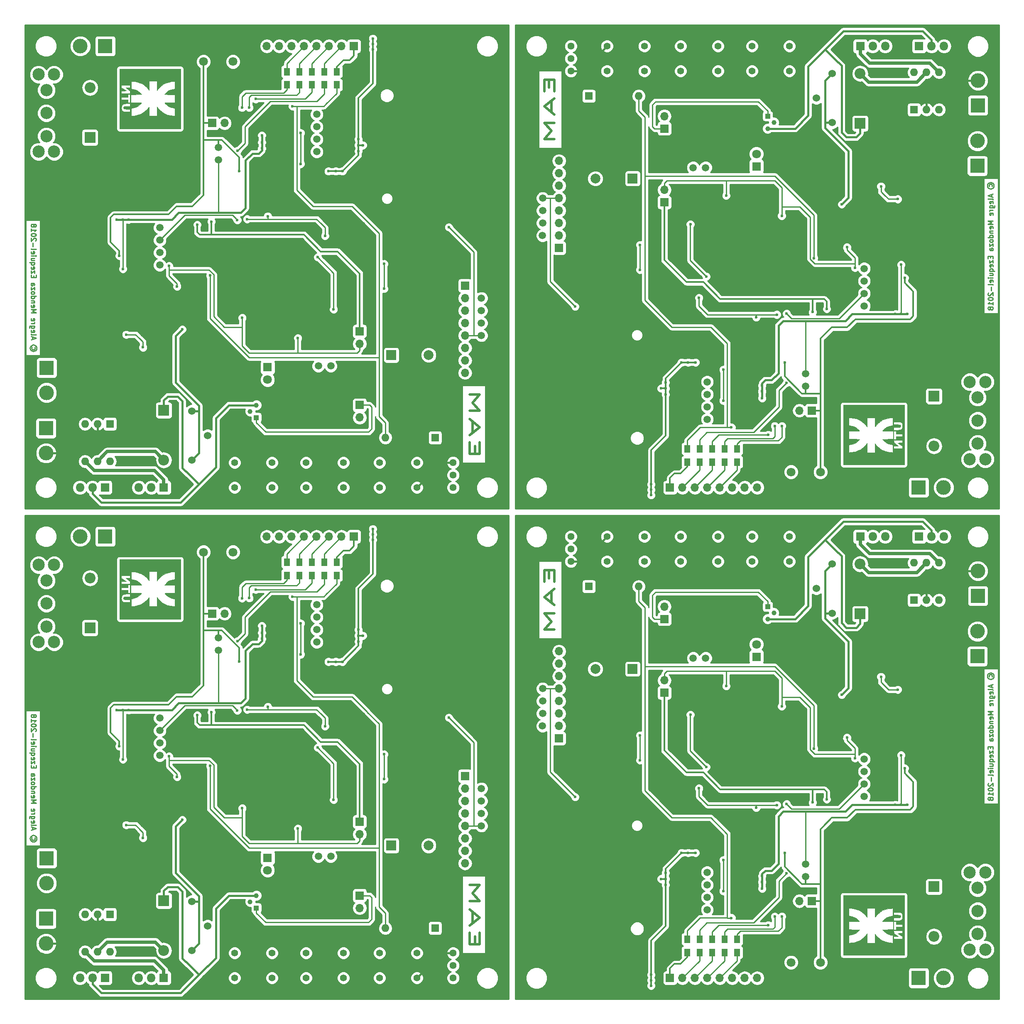
<source format=gbr>
G04 #@! TF.FileFunction,Copper,L2,Bot,Signal*
%FSLAX46Y46*%
G04 Gerber Fmt 4.6, Leading zero omitted, Abs format (unit mm)*
G04 Created by KiCad (PCBNEW 4.0.7-e2-6376~58~ubuntu16.04.1) date Sun Nov 18 23:18:58 2018*
%MOMM*%
%LPD*%
G01*
G04 APERTURE LIST*
%ADD10C,0.100000*%
%ADD11C,0.250000*%
%ADD12C,0.500000*%
%ADD13C,0.010000*%
%ADD14R,1.300000X1.500000*%
%ADD15R,1.700000X1.700000*%
%ADD16O,1.700000X1.700000*%
%ADD17R,2.000000X2.000000*%
%ADD18C,2.000000*%
%ADD19R,1.600000X1.600000*%
%ADD20O,1.600000X1.600000*%
%ADD21C,1.500000*%
%ADD22C,1.800000*%
%ADD23R,1.800000X1.800000*%
%ADD24R,3.000000X3.000000*%
%ADD25C,3.000000*%
%ADD26R,2.200000X2.200000*%
%ADD27O,2.200000X2.200000*%
%ADD28C,2.500000*%
%ADD29O,1.800000X1.800000*%
%ADD30C,1.000000*%
%ADD31R,1.000000X1.000000*%
%ADD32C,1.397000*%
%ADD33C,1.524000*%
%ADD34C,1.440000*%
%ADD35C,0.600000*%
%ADD36C,0.400000*%
%ADD37C,0.300000*%
%ADD38C,0.700000*%
%ADD39C,0.254000*%
G04 APERTURE END LIST*
D10*
D11*
X2697324Y-166373449D02*
X2744943Y-166468687D01*
X2744943Y-166659163D01*
X2697324Y-166754401D01*
X2602086Y-166849639D01*
X2506848Y-166897258D01*
X2316371Y-166897258D01*
X2221133Y-166849639D01*
X2125895Y-166754401D01*
X2078276Y-166659163D01*
X2078276Y-166468687D01*
X2125895Y-166373449D01*
X3078276Y-166563925D02*
X3030657Y-166802020D01*
X2887800Y-167040116D01*
X2649705Y-167182973D01*
X2411610Y-167230592D01*
X2173514Y-167182973D01*
X1935419Y-167040116D01*
X1792562Y-166802020D01*
X1744943Y-166563925D01*
X1792562Y-166325830D01*
X1935419Y-166087735D01*
X2173514Y-165944878D01*
X2411610Y-165897258D01*
X2649705Y-165944878D01*
X2887800Y-166087735D01*
X3030657Y-166325830D01*
X3078276Y-166563925D01*
X2221133Y-164754401D02*
X2221133Y-164278210D01*
X1935419Y-164849639D02*
X2935419Y-164516306D01*
X1935419Y-164182972D01*
X1935419Y-163706782D02*
X1983038Y-163802020D01*
X2078276Y-163849639D01*
X2935419Y-163849639D01*
X1983038Y-162944876D02*
X1935419Y-163040114D01*
X1935419Y-163230591D01*
X1983038Y-163325829D01*
X2078276Y-163373448D01*
X2459229Y-163373448D01*
X2554467Y-163325829D01*
X2602086Y-163230591D01*
X2602086Y-163040114D01*
X2554467Y-162944876D01*
X2459229Y-162897257D01*
X2363990Y-162897257D01*
X2268752Y-163373448D01*
X2602086Y-162040114D02*
X1792562Y-162040114D01*
X1697324Y-162087733D01*
X1649705Y-162135352D01*
X1602086Y-162230591D01*
X1602086Y-162373448D01*
X1649705Y-162468686D01*
X1983038Y-162040114D02*
X1935419Y-162135352D01*
X1935419Y-162325829D01*
X1983038Y-162421067D01*
X2030657Y-162468686D01*
X2125895Y-162516305D01*
X2411610Y-162516305D01*
X2506848Y-162468686D01*
X2554467Y-162421067D01*
X2602086Y-162325829D01*
X2602086Y-162135352D01*
X2554467Y-162040114D01*
X1935419Y-161563924D02*
X2602086Y-161563924D01*
X2411610Y-161563924D02*
X2506848Y-161516305D01*
X2554467Y-161468686D01*
X2602086Y-161373448D01*
X2602086Y-161278209D01*
X1983038Y-160563923D02*
X1935419Y-160659161D01*
X1935419Y-160849638D01*
X1983038Y-160944876D01*
X2078276Y-160992495D01*
X2459229Y-160992495D01*
X2554467Y-160944876D01*
X2602086Y-160849638D01*
X2602086Y-160659161D01*
X2554467Y-160563923D01*
X2459229Y-160516304D01*
X2363990Y-160516304D01*
X2268752Y-160992495D01*
X1935419Y-159325828D02*
X2935419Y-159325828D01*
X2221133Y-158992494D01*
X2935419Y-158659161D01*
X1935419Y-158659161D01*
X1983038Y-157802018D02*
X1935419Y-157897256D01*
X1935419Y-158087733D01*
X1983038Y-158182971D01*
X2078276Y-158230590D01*
X2459229Y-158230590D01*
X2554467Y-158182971D01*
X2602086Y-158087733D01*
X2602086Y-157897256D01*
X2554467Y-157802018D01*
X2459229Y-157754399D01*
X2363990Y-157754399D01*
X2268752Y-158230590D01*
X2602086Y-157325828D02*
X1935419Y-157325828D01*
X2506848Y-157325828D02*
X2554467Y-157278209D01*
X2602086Y-157182971D01*
X2602086Y-157040113D01*
X2554467Y-156944875D01*
X2459229Y-156897256D01*
X1935419Y-156897256D01*
X1935419Y-155992494D02*
X2935419Y-155992494D01*
X1983038Y-155992494D02*
X1935419Y-156087732D01*
X1935419Y-156278209D01*
X1983038Y-156373447D01*
X2030657Y-156421066D01*
X2125895Y-156468685D01*
X2411610Y-156468685D01*
X2506848Y-156421066D01*
X2554467Y-156373447D01*
X2602086Y-156278209D01*
X2602086Y-156087732D01*
X2554467Y-155992494D01*
X1935419Y-155373447D02*
X1983038Y-155468685D01*
X2030657Y-155516304D01*
X2125895Y-155563923D01*
X2411610Y-155563923D01*
X2506848Y-155516304D01*
X2554467Y-155468685D01*
X2602086Y-155373447D01*
X2602086Y-155230589D01*
X2554467Y-155135351D01*
X2506848Y-155087732D01*
X2411610Y-155040113D01*
X2125895Y-155040113D01*
X2030657Y-155087732D01*
X1983038Y-155135351D01*
X1935419Y-155230589D01*
X1935419Y-155373447D01*
X2602086Y-154706780D02*
X2602086Y-154182970D01*
X1935419Y-154706780D01*
X1935419Y-154182970D01*
X1935419Y-153373446D02*
X2459229Y-153373446D01*
X2554467Y-153421065D01*
X2602086Y-153516303D01*
X2602086Y-153706780D01*
X2554467Y-153802018D01*
X1983038Y-153373446D02*
X1935419Y-153468684D01*
X1935419Y-153706780D01*
X1983038Y-153802018D01*
X2078276Y-153849637D01*
X2173514Y-153849637D01*
X2268752Y-153802018D01*
X2316371Y-153706780D01*
X2316371Y-153468684D01*
X2363990Y-153373446D01*
X2459229Y-152135351D02*
X2459229Y-151802017D01*
X1935419Y-151659160D02*
X1935419Y-152135351D01*
X2935419Y-152135351D01*
X2935419Y-151659160D01*
X2602086Y-151325827D02*
X2602086Y-150802017D01*
X1935419Y-151325827D01*
X1935419Y-150802017D01*
X1983038Y-150040112D02*
X1935419Y-150135350D01*
X1935419Y-150325827D01*
X1983038Y-150421065D01*
X2078276Y-150468684D01*
X2459229Y-150468684D01*
X2554467Y-150421065D01*
X2602086Y-150325827D01*
X2602086Y-150135350D01*
X2554467Y-150040112D01*
X2459229Y-149992493D01*
X2363990Y-149992493D01*
X2268752Y-150468684D01*
X2602086Y-149135350D02*
X1602086Y-149135350D01*
X1983038Y-149135350D02*
X1935419Y-149230588D01*
X1935419Y-149421065D01*
X1983038Y-149516303D01*
X2030657Y-149563922D01*
X2125895Y-149611541D01*
X2411610Y-149611541D01*
X2506848Y-149563922D01*
X2554467Y-149516303D01*
X2602086Y-149421065D01*
X2602086Y-149230588D01*
X2554467Y-149135350D01*
X2602086Y-148230588D02*
X1935419Y-148230588D01*
X2602086Y-148659160D02*
X2078276Y-148659160D01*
X1983038Y-148611541D01*
X1935419Y-148516303D01*
X1935419Y-148373445D01*
X1983038Y-148278207D01*
X2030657Y-148230588D01*
X1935419Y-147754398D02*
X2602086Y-147754398D01*
X2935419Y-147754398D02*
X2887800Y-147802017D01*
X2840181Y-147754398D01*
X2887800Y-147706779D01*
X2935419Y-147754398D01*
X2840181Y-147754398D01*
X1983038Y-146897255D02*
X1935419Y-146992493D01*
X1935419Y-147182970D01*
X1983038Y-147278208D01*
X2078276Y-147325827D01*
X2459229Y-147325827D01*
X2554467Y-147278208D01*
X2602086Y-147182970D01*
X2602086Y-146992493D01*
X2554467Y-146897255D01*
X2459229Y-146849636D01*
X2363990Y-146849636D01*
X2268752Y-147325827D01*
X1935419Y-146278208D02*
X1983038Y-146373446D01*
X2078276Y-146421065D01*
X2935419Y-146421065D01*
X2316371Y-145897255D02*
X2316371Y-145135350D01*
X2840181Y-144706779D02*
X2887800Y-144659160D01*
X2935419Y-144563922D01*
X2935419Y-144325826D01*
X2887800Y-144230588D01*
X2840181Y-144182969D01*
X2744943Y-144135350D01*
X2649705Y-144135350D01*
X2506848Y-144182969D01*
X1935419Y-144754398D01*
X1935419Y-144135350D01*
X2935419Y-143516303D02*
X2935419Y-143421064D01*
X2887800Y-143325826D01*
X2840181Y-143278207D01*
X2744943Y-143230588D01*
X2554467Y-143182969D01*
X2316371Y-143182969D01*
X2125895Y-143230588D01*
X2030657Y-143278207D01*
X1983038Y-143325826D01*
X1935419Y-143421064D01*
X1935419Y-143516303D01*
X1983038Y-143611541D01*
X2030657Y-143659160D01*
X2125895Y-143706779D01*
X2316371Y-143754398D01*
X2554467Y-143754398D01*
X2744943Y-143706779D01*
X2840181Y-143659160D01*
X2887800Y-143611541D01*
X2935419Y-143516303D01*
X1935419Y-142230588D02*
X1935419Y-142802017D01*
X1935419Y-142516303D02*
X2935419Y-142516303D01*
X2792562Y-142611541D01*
X2697324Y-142706779D01*
X2649705Y-142802017D01*
X2506848Y-141659160D02*
X2554467Y-141754398D01*
X2602086Y-141802017D01*
X2697324Y-141849636D01*
X2744943Y-141849636D01*
X2840181Y-141802017D01*
X2887800Y-141754398D01*
X2935419Y-141659160D01*
X2935419Y-141468683D01*
X2887800Y-141373445D01*
X2840181Y-141325826D01*
X2744943Y-141278207D01*
X2697324Y-141278207D01*
X2602086Y-141325826D01*
X2554467Y-141373445D01*
X2506848Y-141468683D01*
X2506848Y-141659160D01*
X2459229Y-141754398D01*
X2411610Y-141802017D01*
X2316371Y-141849636D01*
X2125895Y-141849636D01*
X2030657Y-141802017D01*
X1983038Y-141754398D01*
X1935419Y-141659160D01*
X1935419Y-141468683D01*
X1983038Y-141373445D01*
X2030657Y-141325826D01*
X2125895Y-141278207D01*
X2316371Y-141278207D01*
X2411610Y-141325826D01*
X2459229Y-141373445D01*
X2506848Y-141468683D01*
D12*
X92446657Y-188164229D02*
X92446657Y-186497562D01*
X91399038Y-185783276D02*
X91399038Y-188164229D01*
X93399038Y-188164229D01*
X93399038Y-185783276D01*
X91970467Y-183878514D02*
X91970467Y-181497562D01*
X91399038Y-184354705D02*
X93399038Y-182688038D01*
X91399038Y-181021371D01*
X91399038Y-179354705D02*
X93399038Y-179354705D01*
X91970467Y-177688038D01*
X93399038Y-176021371D01*
X91399038Y-176021371D01*
D11*
X197302676Y-133626551D02*
X197255057Y-133531313D01*
X197255057Y-133340837D01*
X197302676Y-133245599D01*
X197397914Y-133150361D01*
X197493152Y-133102742D01*
X197683629Y-133102742D01*
X197778867Y-133150361D01*
X197874105Y-133245599D01*
X197921724Y-133340837D01*
X197921724Y-133531313D01*
X197874105Y-133626551D01*
X196921724Y-133436075D02*
X196969343Y-133197980D01*
X197112200Y-132959884D01*
X197350295Y-132817027D01*
X197588390Y-132769408D01*
X197826486Y-132817027D01*
X198064581Y-132959884D01*
X198207438Y-133197980D01*
X198255057Y-133436075D01*
X198207438Y-133674170D01*
X198064581Y-133912265D01*
X197826486Y-134055122D01*
X197588390Y-134102742D01*
X197350295Y-134055122D01*
X197112200Y-133912265D01*
X196969343Y-133674170D01*
X196921724Y-133436075D01*
X197778867Y-135245599D02*
X197778867Y-135721790D01*
X198064581Y-135150361D02*
X197064581Y-135483694D01*
X198064581Y-135817028D01*
X198064581Y-136293218D02*
X198016962Y-136197980D01*
X197921724Y-136150361D01*
X197064581Y-136150361D01*
X198016962Y-137055124D02*
X198064581Y-136959886D01*
X198064581Y-136769409D01*
X198016962Y-136674171D01*
X197921724Y-136626552D01*
X197540771Y-136626552D01*
X197445533Y-136674171D01*
X197397914Y-136769409D01*
X197397914Y-136959886D01*
X197445533Y-137055124D01*
X197540771Y-137102743D01*
X197636010Y-137102743D01*
X197731248Y-136626552D01*
X197397914Y-137959886D02*
X198207438Y-137959886D01*
X198302676Y-137912267D01*
X198350295Y-137864648D01*
X198397914Y-137769409D01*
X198397914Y-137626552D01*
X198350295Y-137531314D01*
X198016962Y-137959886D02*
X198064581Y-137864648D01*
X198064581Y-137674171D01*
X198016962Y-137578933D01*
X197969343Y-137531314D01*
X197874105Y-137483695D01*
X197588390Y-137483695D01*
X197493152Y-137531314D01*
X197445533Y-137578933D01*
X197397914Y-137674171D01*
X197397914Y-137864648D01*
X197445533Y-137959886D01*
X198064581Y-138436076D02*
X197397914Y-138436076D01*
X197588390Y-138436076D02*
X197493152Y-138483695D01*
X197445533Y-138531314D01*
X197397914Y-138626552D01*
X197397914Y-138721791D01*
X198016962Y-139436077D02*
X198064581Y-139340839D01*
X198064581Y-139150362D01*
X198016962Y-139055124D01*
X197921724Y-139007505D01*
X197540771Y-139007505D01*
X197445533Y-139055124D01*
X197397914Y-139150362D01*
X197397914Y-139340839D01*
X197445533Y-139436077D01*
X197540771Y-139483696D01*
X197636010Y-139483696D01*
X197731248Y-139007505D01*
X198064581Y-140674172D02*
X197064581Y-140674172D01*
X197778867Y-141007506D01*
X197064581Y-141340839D01*
X198064581Y-141340839D01*
X198016962Y-142197982D02*
X198064581Y-142102744D01*
X198064581Y-141912267D01*
X198016962Y-141817029D01*
X197921724Y-141769410D01*
X197540771Y-141769410D01*
X197445533Y-141817029D01*
X197397914Y-141912267D01*
X197397914Y-142102744D01*
X197445533Y-142197982D01*
X197540771Y-142245601D01*
X197636010Y-142245601D01*
X197731248Y-141769410D01*
X197397914Y-142674172D02*
X198064581Y-142674172D01*
X197493152Y-142674172D02*
X197445533Y-142721791D01*
X197397914Y-142817029D01*
X197397914Y-142959887D01*
X197445533Y-143055125D01*
X197540771Y-143102744D01*
X198064581Y-143102744D01*
X198064581Y-144007506D02*
X197064581Y-144007506D01*
X198016962Y-144007506D02*
X198064581Y-143912268D01*
X198064581Y-143721791D01*
X198016962Y-143626553D01*
X197969343Y-143578934D01*
X197874105Y-143531315D01*
X197588390Y-143531315D01*
X197493152Y-143578934D01*
X197445533Y-143626553D01*
X197397914Y-143721791D01*
X197397914Y-143912268D01*
X197445533Y-144007506D01*
X198064581Y-144626553D02*
X198016962Y-144531315D01*
X197969343Y-144483696D01*
X197874105Y-144436077D01*
X197588390Y-144436077D01*
X197493152Y-144483696D01*
X197445533Y-144531315D01*
X197397914Y-144626553D01*
X197397914Y-144769411D01*
X197445533Y-144864649D01*
X197493152Y-144912268D01*
X197588390Y-144959887D01*
X197874105Y-144959887D01*
X197969343Y-144912268D01*
X198016962Y-144864649D01*
X198064581Y-144769411D01*
X198064581Y-144626553D01*
X197397914Y-145293220D02*
X197397914Y-145817030D01*
X198064581Y-145293220D01*
X198064581Y-145817030D01*
X198064581Y-146626554D02*
X197540771Y-146626554D01*
X197445533Y-146578935D01*
X197397914Y-146483697D01*
X197397914Y-146293220D01*
X197445533Y-146197982D01*
X198016962Y-146626554D02*
X198064581Y-146531316D01*
X198064581Y-146293220D01*
X198016962Y-146197982D01*
X197921724Y-146150363D01*
X197826486Y-146150363D01*
X197731248Y-146197982D01*
X197683629Y-146293220D01*
X197683629Y-146531316D01*
X197636010Y-146626554D01*
X197540771Y-147864649D02*
X197540771Y-148197983D01*
X198064581Y-148340840D02*
X198064581Y-147864649D01*
X197064581Y-147864649D01*
X197064581Y-148340840D01*
X197397914Y-148674173D02*
X197397914Y-149197983D01*
X198064581Y-148674173D01*
X198064581Y-149197983D01*
X198016962Y-149959888D02*
X198064581Y-149864650D01*
X198064581Y-149674173D01*
X198016962Y-149578935D01*
X197921724Y-149531316D01*
X197540771Y-149531316D01*
X197445533Y-149578935D01*
X197397914Y-149674173D01*
X197397914Y-149864650D01*
X197445533Y-149959888D01*
X197540771Y-150007507D01*
X197636010Y-150007507D01*
X197731248Y-149531316D01*
X197397914Y-150864650D02*
X198397914Y-150864650D01*
X198016962Y-150864650D02*
X198064581Y-150769412D01*
X198064581Y-150578935D01*
X198016962Y-150483697D01*
X197969343Y-150436078D01*
X197874105Y-150388459D01*
X197588390Y-150388459D01*
X197493152Y-150436078D01*
X197445533Y-150483697D01*
X197397914Y-150578935D01*
X197397914Y-150769412D01*
X197445533Y-150864650D01*
X197397914Y-151769412D02*
X198064581Y-151769412D01*
X197397914Y-151340840D02*
X197921724Y-151340840D01*
X198016962Y-151388459D01*
X198064581Y-151483697D01*
X198064581Y-151626555D01*
X198016962Y-151721793D01*
X197969343Y-151769412D01*
X198064581Y-152245602D02*
X197397914Y-152245602D01*
X197064581Y-152245602D02*
X197112200Y-152197983D01*
X197159819Y-152245602D01*
X197112200Y-152293221D01*
X197064581Y-152245602D01*
X197159819Y-152245602D01*
X198016962Y-153102745D02*
X198064581Y-153007507D01*
X198064581Y-152817030D01*
X198016962Y-152721792D01*
X197921724Y-152674173D01*
X197540771Y-152674173D01*
X197445533Y-152721792D01*
X197397914Y-152817030D01*
X197397914Y-153007507D01*
X197445533Y-153102745D01*
X197540771Y-153150364D01*
X197636010Y-153150364D01*
X197731248Y-152674173D01*
X198064581Y-153721792D02*
X198016962Y-153626554D01*
X197921724Y-153578935D01*
X197064581Y-153578935D01*
X197683629Y-154102745D02*
X197683629Y-154864650D01*
X197159819Y-155293221D02*
X197112200Y-155340840D01*
X197064581Y-155436078D01*
X197064581Y-155674174D01*
X197112200Y-155769412D01*
X197159819Y-155817031D01*
X197255057Y-155864650D01*
X197350295Y-155864650D01*
X197493152Y-155817031D01*
X198064581Y-155245602D01*
X198064581Y-155864650D01*
X197064581Y-156483697D02*
X197064581Y-156578936D01*
X197112200Y-156674174D01*
X197159819Y-156721793D01*
X197255057Y-156769412D01*
X197445533Y-156817031D01*
X197683629Y-156817031D01*
X197874105Y-156769412D01*
X197969343Y-156721793D01*
X198016962Y-156674174D01*
X198064581Y-156578936D01*
X198064581Y-156483697D01*
X198016962Y-156388459D01*
X197969343Y-156340840D01*
X197874105Y-156293221D01*
X197683629Y-156245602D01*
X197445533Y-156245602D01*
X197255057Y-156293221D01*
X197159819Y-156340840D01*
X197112200Y-156388459D01*
X197064581Y-156483697D01*
X198064581Y-157769412D02*
X198064581Y-157197983D01*
X198064581Y-157483697D02*
X197064581Y-157483697D01*
X197207438Y-157388459D01*
X197302676Y-157293221D01*
X197350295Y-157197983D01*
X197493152Y-158340840D02*
X197445533Y-158245602D01*
X197397914Y-158197983D01*
X197302676Y-158150364D01*
X197255057Y-158150364D01*
X197159819Y-158197983D01*
X197112200Y-158245602D01*
X197064581Y-158340840D01*
X197064581Y-158531317D01*
X197112200Y-158626555D01*
X197159819Y-158674174D01*
X197255057Y-158721793D01*
X197302676Y-158721793D01*
X197397914Y-158674174D01*
X197445533Y-158626555D01*
X197493152Y-158531317D01*
X197493152Y-158340840D01*
X197540771Y-158245602D01*
X197588390Y-158197983D01*
X197683629Y-158150364D01*
X197874105Y-158150364D01*
X197969343Y-158197983D01*
X198016962Y-158245602D01*
X198064581Y-158340840D01*
X198064581Y-158531317D01*
X198016962Y-158626555D01*
X197969343Y-158674174D01*
X197874105Y-158721793D01*
X197683629Y-158721793D01*
X197588390Y-158674174D01*
X197540771Y-158626555D01*
X197493152Y-158531317D01*
D12*
X107553343Y-111835771D02*
X107553343Y-113502438D01*
X108600962Y-114216724D02*
X108600962Y-111835771D01*
X106600962Y-111835771D01*
X106600962Y-114216724D01*
X108029533Y-116121486D02*
X108029533Y-118502438D01*
X108600962Y-115645295D02*
X106600962Y-117311962D01*
X108600962Y-118978629D01*
X108600962Y-120645295D02*
X106600962Y-120645295D01*
X108029533Y-122311962D01*
X106600962Y-123978629D01*
X108600962Y-123978629D01*
D11*
X197302676Y-33626551D02*
X197255057Y-33531313D01*
X197255057Y-33340837D01*
X197302676Y-33245599D01*
X197397914Y-33150361D01*
X197493152Y-33102742D01*
X197683629Y-33102742D01*
X197778867Y-33150361D01*
X197874105Y-33245599D01*
X197921724Y-33340837D01*
X197921724Y-33531313D01*
X197874105Y-33626551D01*
X196921724Y-33436075D02*
X196969343Y-33197980D01*
X197112200Y-32959884D01*
X197350295Y-32817027D01*
X197588390Y-32769408D01*
X197826486Y-32817027D01*
X198064581Y-32959884D01*
X198207438Y-33197980D01*
X198255057Y-33436075D01*
X198207438Y-33674170D01*
X198064581Y-33912265D01*
X197826486Y-34055122D01*
X197588390Y-34102742D01*
X197350295Y-34055122D01*
X197112200Y-33912265D01*
X196969343Y-33674170D01*
X196921724Y-33436075D01*
X197778867Y-35245599D02*
X197778867Y-35721790D01*
X198064581Y-35150361D02*
X197064581Y-35483694D01*
X198064581Y-35817028D01*
X198064581Y-36293218D02*
X198016962Y-36197980D01*
X197921724Y-36150361D01*
X197064581Y-36150361D01*
X198016962Y-37055124D02*
X198064581Y-36959886D01*
X198064581Y-36769409D01*
X198016962Y-36674171D01*
X197921724Y-36626552D01*
X197540771Y-36626552D01*
X197445533Y-36674171D01*
X197397914Y-36769409D01*
X197397914Y-36959886D01*
X197445533Y-37055124D01*
X197540771Y-37102743D01*
X197636010Y-37102743D01*
X197731248Y-36626552D01*
X197397914Y-37959886D02*
X198207438Y-37959886D01*
X198302676Y-37912267D01*
X198350295Y-37864648D01*
X198397914Y-37769409D01*
X198397914Y-37626552D01*
X198350295Y-37531314D01*
X198016962Y-37959886D02*
X198064581Y-37864648D01*
X198064581Y-37674171D01*
X198016962Y-37578933D01*
X197969343Y-37531314D01*
X197874105Y-37483695D01*
X197588390Y-37483695D01*
X197493152Y-37531314D01*
X197445533Y-37578933D01*
X197397914Y-37674171D01*
X197397914Y-37864648D01*
X197445533Y-37959886D01*
X198064581Y-38436076D02*
X197397914Y-38436076D01*
X197588390Y-38436076D02*
X197493152Y-38483695D01*
X197445533Y-38531314D01*
X197397914Y-38626552D01*
X197397914Y-38721791D01*
X198016962Y-39436077D02*
X198064581Y-39340839D01*
X198064581Y-39150362D01*
X198016962Y-39055124D01*
X197921724Y-39007505D01*
X197540771Y-39007505D01*
X197445533Y-39055124D01*
X197397914Y-39150362D01*
X197397914Y-39340839D01*
X197445533Y-39436077D01*
X197540771Y-39483696D01*
X197636010Y-39483696D01*
X197731248Y-39007505D01*
X198064581Y-40674172D02*
X197064581Y-40674172D01*
X197778867Y-41007506D01*
X197064581Y-41340839D01*
X198064581Y-41340839D01*
X198016962Y-42197982D02*
X198064581Y-42102744D01*
X198064581Y-41912267D01*
X198016962Y-41817029D01*
X197921724Y-41769410D01*
X197540771Y-41769410D01*
X197445533Y-41817029D01*
X197397914Y-41912267D01*
X197397914Y-42102744D01*
X197445533Y-42197982D01*
X197540771Y-42245601D01*
X197636010Y-42245601D01*
X197731248Y-41769410D01*
X197397914Y-42674172D02*
X198064581Y-42674172D01*
X197493152Y-42674172D02*
X197445533Y-42721791D01*
X197397914Y-42817029D01*
X197397914Y-42959887D01*
X197445533Y-43055125D01*
X197540771Y-43102744D01*
X198064581Y-43102744D01*
X198064581Y-44007506D02*
X197064581Y-44007506D01*
X198016962Y-44007506D02*
X198064581Y-43912268D01*
X198064581Y-43721791D01*
X198016962Y-43626553D01*
X197969343Y-43578934D01*
X197874105Y-43531315D01*
X197588390Y-43531315D01*
X197493152Y-43578934D01*
X197445533Y-43626553D01*
X197397914Y-43721791D01*
X197397914Y-43912268D01*
X197445533Y-44007506D01*
X198064581Y-44626553D02*
X198016962Y-44531315D01*
X197969343Y-44483696D01*
X197874105Y-44436077D01*
X197588390Y-44436077D01*
X197493152Y-44483696D01*
X197445533Y-44531315D01*
X197397914Y-44626553D01*
X197397914Y-44769411D01*
X197445533Y-44864649D01*
X197493152Y-44912268D01*
X197588390Y-44959887D01*
X197874105Y-44959887D01*
X197969343Y-44912268D01*
X198016962Y-44864649D01*
X198064581Y-44769411D01*
X198064581Y-44626553D01*
X197397914Y-45293220D02*
X197397914Y-45817030D01*
X198064581Y-45293220D01*
X198064581Y-45817030D01*
X198064581Y-46626554D02*
X197540771Y-46626554D01*
X197445533Y-46578935D01*
X197397914Y-46483697D01*
X197397914Y-46293220D01*
X197445533Y-46197982D01*
X198016962Y-46626554D02*
X198064581Y-46531316D01*
X198064581Y-46293220D01*
X198016962Y-46197982D01*
X197921724Y-46150363D01*
X197826486Y-46150363D01*
X197731248Y-46197982D01*
X197683629Y-46293220D01*
X197683629Y-46531316D01*
X197636010Y-46626554D01*
X197540771Y-47864649D02*
X197540771Y-48197983D01*
X198064581Y-48340840D02*
X198064581Y-47864649D01*
X197064581Y-47864649D01*
X197064581Y-48340840D01*
X197397914Y-48674173D02*
X197397914Y-49197983D01*
X198064581Y-48674173D01*
X198064581Y-49197983D01*
X198016962Y-49959888D02*
X198064581Y-49864650D01*
X198064581Y-49674173D01*
X198016962Y-49578935D01*
X197921724Y-49531316D01*
X197540771Y-49531316D01*
X197445533Y-49578935D01*
X197397914Y-49674173D01*
X197397914Y-49864650D01*
X197445533Y-49959888D01*
X197540771Y-50007507D01*
X197636010Y-50007507D01*
X197731248Y-49531316D01*
X197397914Y-50864650D02*
X198397914Y-50864650D01*
X198016962Y-50864650D02*
X198064581Y-50769412D01*
X198064581Y-50578935D01*
X198016962Y-50483697D01*
X197969343Y-50436078D01*
X197874105Y-50388459D01*
X197588390Y-50388459D01*
X197493152Y-50436078D01*
X197445533Y-50483697D01*
X197397914Y-50578935D01*
X197397914Y-50769412D01*
X197445533Y-50864650D01*
X197397914Y-51769412D02*
X198064581Y-51769412D01*
X197397914Y-51340840D02*
X197921724Y-51340840D01*
X198016962Y-51388459D01*
X198064581Y-51483697D01*
X198064581Y-51626555D01*
X198016962Y-51721793D01*
X197969343Y-51769412D01*
X198064581Y-52245602D02*
X197397914Y-52245602D01*
X197064581Y-52245602D02*
X197112200Y-52197983D01*
X197159819Y-52245602D01*
X197112200Y-52293221D01*
X197064581Y-52245602D01*
X197159819Y-52245602D01*
X198016962Y-53102745D02*
X198064581Y-53007507D01*
X198064581Y-52817030D01*
X198016962Y-52721792D01*
X197921724Y-52674173D01*
X197540771Y-52674173D01*
X197445533Y-52721792D01*
X197397914Y-52817030D01*
X197397914Y-53007507D01*
X197445533Y-53102745D01*
X197540771Y-53150364D01*
X197636010Y-53150364D01*
X197731248Y-52674173D01*
X198064581Y-53721792D02*
X198016962Y-53626554D01*
X197921724Y-53578935D01*
X197064581Y-53578935D01*
X197683629Y-54102745D02*
X197683629Y-54864650D01*
X197159819Y-55293221D02*
X197112200Y-55340840D01*
X197064581Y-55436078D01*
X197064581Y-55674174D01*
X197112200Y-55769412D01*
X197159819Y-55817031D01*
X197255057Y-55864650D01*
X197350295Y-55864650D01*
X197493152Y-55817031D01*
X198064581Y-55245602D01*
X198064581Y-55864650D01*
X197064581Y-56483697D02*
X197064581Y-56578936D01*
X197112200Y-56674174D01*
X197159819Y-56721793D01*
X197255057Y-56769412D01*
X197445533Y-56817031D01*
X197683629Y-56817031D01*
X197874105Y-56769412D01*
X197969343Y-56721793D01*
X198016962Y-56674174D01*
X198064581Y-56578936D01*
X198064581Y-56483697D01*
X198016962Y-56388459D01*
X197969343Y-56340840D01*
X197874105Y-56293221D01*
X197683629Y-56245602D01*
X197445533Y-56245602D01*
X197255057Y-56293221D01*
X197159819Y-56340840D01*
X197112200Y-56388459D01*
X197064581Y-56483697D01*
X198064581Y-57769412D02*
X198064581Y-57197983D01*
X198064581Y-57483697D02*
X197064581Y-57483697D01*
X197207438Y-57388459D01*
X197302676Y-57293221D01*
X197350295Y-57197983D01*
X197493152Y-58340840D02*
X197445533Y-58245602D01*
X197397914Y-58197983D01*
X197302676Y-58150364D01*
X197255057Y-58150364D01*
X197159819Y-58197983D01*
X197112200Y-58245602D01*
X197064581Y-58340840D01*
X197064581Y-58531317D01*
X197112200Y-58626555D01*
X197159819Y-58674174D01*
X197255057Y-58721793D01*
X197302676Y-58721793D01*
X197397914Y-58674174D01*
X197445533Y-58626555D01*
X197493152Y-58531317D01*
X197493152Y-58340840D01*
X197540771Y-58245602D01*
X197588390Y-58197983D01*
X197683629Y-58150364D01*
X197874105Y-58150364D01*
X197969343Y-58197983D01*
X198016962Y-58245602D01*
X198064581Y-58340840D01*
X198064581Y-58531317D01*
X198016962Y-58626555D01*
X197969343Y-58674174D01*
X197874105Y-58721793D01*
X197683629Y-58721793D01*
X197588390Y-58674174D01*
X197540771Y-58626555D01*
X197493152Y-58531317D01*
D12*
X107553343Y-11835771D02*
X107553343Y-13502438D01*
X108600962Y-14216724D02*
X108600962Y-11835771D01*
X106600962Y-11835771D01*
X106600962Y-14216724D01*
X108029533Y-16121486D02*
X108029533Y-18502438D01*
X108600962Y-15645295D02*
X106600962Y-17311962D01*
X108600962Y-18978629D01*
X108600962Y-20645295D02*
X106600962Y-20645295D01*
X108029533Y-22311962D01*
X106600962Y-23978629D01*
X108600962Y-23978629D01*
D11*
X2697324Y-66373449D02*
X2744943Y-66468687D01*
X2744943Y-66659163D01*
X2697324Y-66754401D01*
X2602086Y-66849639D01*
X2506848Y-66897258D01*
X2316371Y-66897258D01*
X2221133Y-66849639D01*
X2125895Y-66754401D01*
X2078276Y-66659163D01*
X2078276Y-66468687D01*
X2125895Y-66373449D01*
X3078276Y-66563925D02*
X3030657Y-66802020D01*
X2887800Y-67040116D01*
X2649705Y-67182973D01*
X2411610Y-67230592D01*
X2173514Y-67182973D01*
X1935419Y-67040116D01*
X1792562Y-66802020D01*
X1744943Y-66563925D01*
X1792562Y-66325830D01*
X1935419Y-66087735D01*
X2173514Y-65944878D01*
X2411610Y-65897258D01*
X2649705Y-65944878D01*
X2887800Y-66087735D01*
X3030657Y-66325830D01*
X3078276Y-66563925D01*
X2221133Y-64754401D02*
X2221133Y-64278210D01*
X1935419Y-64849639D02*
X2935419Y-64516306D01*
X1935419Y-64182972D01*
X1935419Y-63706782D02*
X1983038Y-63802020D01*
X2078276Y-63849639D01*
X2935419Y-63849639D01*
X1983038Y-62944876D02*
X1935419Y-63040114D01*
X1935419Y-63230591D01*
X1983038Y-63325829D01*
X2078276Y-63373448D01*
X2459229Y-63373448D01*
X2554467Y-63325829D01*
X2602086Y-63230591D01*
X2602086Y-63040114D01*
X2554467Y-62944876D01*
X2459229Y-62897257D01*
X2363990Y-62897257D01*
X2268752Y-63373448D01*
X2602086Y-62040114D02*
X1792562Y-62040114D01*
X1697324Y-62087733D01*
X1649705Y-62135352D01*
X1602086Y-62230591D01*
X1602086Y-62373448D01*
X1649705Y-62468686D01*
X1983038Y-62040114D02*
X1935419Y-62135352D01*
X1935419Y-62325829D01*
X1983038Y-62421067D01*
X2030657Y-62468686D01*
X2125895Y-62516305D01*
X2411610Y-62516305D01*
X2506848Y-62468686D01*
X2554467Y-62421067D01*
X2602086Y-62325829D01*
X2602086Y-62135352D01*
X2554467Y-62040114D01*
X1935419Y-61563924D02*
X2602086Y-61563924D01*
X2411610Y-61563924D02*
X2506848Y-61516305D01*
X2554467Y-61468686D01*
X2602086Y-61373448D01*
X2602086Y-61278209D01*
X1983038Y-60563923D02*
X1935419Y-60659161D01*
X1935419Y-60849638D01*
X1983038Y-60944876D01*
X2078276Y-60992495D01*
X2459229Y-60992495D01*
X2554467Y-60944876D01*
X2602086Y-60849638D01*
X2602086Y-60659161D01*
X2554467Y-60563923D01*
X2459229Y-60516304D01*
X2363990Y-60516304D01*
X2268752Y-60992495D01*
X1935419Y-59325828D02*
X2935419Y-59325828D01*
X2221133Y-58992494D01*
X2935419Y-58659161D01*
X1935419Y-58659161D01*
X1983038Y-57802018D02*
X1935419Y-57897256D01*
X1935419Y-58087733D01*
X1983038Y-58182971D01*
X2078276Y-58230590D01*
X2459229Y-58230590D01*
X2554467Y-58182971D01*
X2602086Y-58087733D01*
X2602086Y-57897256D01*
X2554467Y-57802018D01*
X2459229Y-57754399D01*
X2363990Y-57754399D01*
X2268752Y-58230590D01*
X2602086Y-57325828D02*
X1935419Y-57325828D01*
X2506848Y-57325828D02*
X2554467Y-57278209D01*
X2602086Y-57182971D01*
X2602086Y-57040113D01*
X2554467Y-56944875D01*
X2459229Y-56897256D01*
X1935419Y-56897256D01*
X1935419Y-55992494D02*
X2935419Y-55992494D01*
X1983038Y-55992494D02*
X1935419Y-56087732D01*
X1935419Y-56278209D01*
X1983038Y-56373447D01*
X2030657Y-56421066D01*
X2125895Y-56468685D01*
X2411610Y-56468685D01*
X2506848Y-56421066D01*
X2554467Y-56373447D01*
X2602086Y-56278209D01*
X2602086Y-56087732D01*
X2554467Y-55992494D01*
X1935419Y-55373447D02*
X1983038Y-55468685D01*
X2030657Y-55516304D01*
X2125895Y-55563923D01*
X2411610Y-55563923D01*
X2506848Y-55516304D01*
X2554467Y-55468685D01*
X2602086Y-55373447D01*
X2602086Y-55230589D01*
X2554467Y-55135351D01*
X2506848Y-55087732D01*
X2411610Y-55040113D01*
X2125895Y-55040113D01*
X2030657Y-55087732D01*
X1983038Y-55135351D01*
X1935419Y-55230589D01*
X1935419Y-55373447D01*
X2602086Y-54706780D02*
X2602086Y-54182970D01*
X1935419Y-54706780D01*
X1935419Y-54182970D01*
X1935419Y-53373446D02*
X2459229Y-53373446D01*
X2554467Y-53421065D01*
X2602086Y-53516303D01*
X2602086Y-53706780D01*
X2554467Y-53802018D01*
X1983038Y-53373446D02*
X1935419Y-53468684D01*
X1935419Y-53706780D01*
X1983038Y-53802018D01*
X2078276Y-53849637D01*
X2173514Y-53849637D01*
X2268752Y-53802018D01*
X2316371Y-53706780D01*
X2316371Y-53468684D01*
X2363990Y-53373446D01*
X2459229Y-52135351D02*
X2459229Y-51802017D01*
X1935419Y-51659160D02*
X1935419Y-52135351D01*
X2935419Y-52135351D01*
X2935419Y-51659160D01*
X2602086Y-51325827D02*
X2602086Y-50802017D01*
X1935419Y-51325827D01*
X1935419Y-50802017D01*
X1983038Y-50040112D02*
X1935419Y-50135350D01*
X1935419Y-50325827D01*
X1983038Y-50421065D01*
X2078276Y-50468684D01*
X2459229Y-50468684D01*
X2554467Y-50421065D01*
X2602086Y-50325827D01*
X2602086Y-50135350D01*
X2554467Y-50040112D01*
X2459229Y-49992493D01*
X2363990Y-49992493D01*
X2268752Y-50468684D01*
X2602086Y-49135350D02*
X1602086Y-49135350D01*
X1983038Y-49135350D02*
X1935419Y-49230588D01*
X1935419Y-49421065D01*
X1983038Y-49516303D01*
X2030657Y-49563922D01*
X2125895Y-49611541D01*
X2411610Y-49611541D01*
X2506848Y-49563922D01*
X2554467Y-49516303D01*
X2602086Y-49421065D01*
X2602086Y-49230588D01*
X2554467Y-49135350D01*
X2602086Y-48230588D02*
X1935419Y-48230588D01*
X2602086Y-48659160D02*
X2078276Y-48659160D01*
X1983038Y-48611541D01*
X1935419Y-48516303D01*
X1935419Y-48373445D01*
X1983038Y-48278207D01*
X2030657Y-48230588D01*
X1935419Y-47754398D02*
X2602086Y-47754398D01*
X2935419Y-47754398D02*
X2887800Y-47802017D01*
X2840181Y-47754398D01*
X2887800Y-47706779D01*
X2935419Y-47754398D01*
X2840181Y-47754398D01*
X1983038Y-46897255D02*
X1935419Y-46992493D01*
X1935419Y-47182970D01*
X1983038Y-47278208D01*
X2078276Y-47325827D01*
X2459229Y-47325827D01*
X2554467Y-47278208D01*
X2602086Y-47182970D01*
X2602086Y-46992493D01*
X2554467Y-46897255D01*
X2459229Y-46849636D01*
X2363990Y-46849636D01*
X2268752Y-47325827D01*
X1935419Y-46278208D02*
X1983038Y-46373446D01*
X2078276Y-46421065D01*
X2935419Y-46421065D01*
X2316371Y-45897255D02*
X2316371Y-45135350D01*
X2840181Y-44706779D02*
X2887800Y-44659160D01*
X2935419Y-44563922D01*
X2935419Y-44325826D01*
X2887800Y-44230588D01*
X2840181Y-44182969D01*
X2744943Y-44135350D01*
X2649705Y-44135350D01*
X2506848Y-44182969D01*
X1935419Y-44754398D01*
X1935419Y-44135350D01*
X2935419Y-43516303D02*
X2935419Y-43421064D01*
X2887800Y-43325826D01*
X2840181Y-43278207D01*
X2744943Y-43230588D01*
X2554467Y-43182969D01*
X2316371Y-43182969D01*
X2125895Y-43230588D01*
X2030657Y-43278207D01*
X1983038Y-43325826D01*
X1935419Y-43421064D01*
X1935419Y-43516303D01*
X1983038Y-43611541D01*
X2030657Y-43659160D01*
X2125895Y-43706779D01*
X2316371Y-43754398D01*
X2554467Y-43754398D01*
X2744943Y-43706779D01*
X2840181Y-43659160D01*
X2887800Y-43611541D01*
X2935419Y-43516303D01*
X1935419Y-42230588D02*
X1935419Y-42802017D01*
X1935419Y-42516303D02*
X2935419Y-42516303D01*
X2792562Y-42611541D01*
X2697324Y-42706779D01*
X2649705Y-42802017D01*
X2506848Y-41659160D02*
X2554467Y-41754398D01*
X2602086Y-41802017D01*
X2697324Y-41849636D01*
X2744943Y-41849636D01*
X2840181Y-41802017D01*
X2887800Y-41754398D01*
X2935419Y-41659160D01*
X2935419Y-41468683D01*
X2887800Y-41373445D01*
X2840181Y-41325826D01*
X2744943Y-41278207D01*
X2697324Y-41278207D01*
X2602086Y-41325826D01*
X2554467Y-41373445D01*
X2506848Y-41468683D01*
X2506848Y-41659160D01*
X2459229Y-41754398D01*
X2411610Y-41802017D01*
X2316371Y-41849636D01*
X2125895Y-41849636D01*
X2030657Y-41802017D01*
X1983038Y-41754398D01*
X1935419Y-41659160D01*
X1935419Y-41468683D01*
X1983038Y-41373445D01*
X2030657Y-41325826D01*
X2125895Y-41278207D01*
X2316371Y-41278207D01*
X2411610Y-41325826D01*
X2459229Y-41373445D01*
X2506848Y-41468683D01*
D12*
X92446657Y-88164229D02*
X92446657Y-86497562D01*
X91399038Y-85783276D02*
X91399038Y-88164229D01*
X93399038Y-88164229D01*
X93399038Y-85783276D01*
X91970467Y-83878514D02*
X91970467Y-81497562D01*
X91399038Y-84354705D02*
X93399038Y-82688038D01*
X91399038Y-81021371D01*
X91399038Y-79354705D02*
X93399038Y-79354705D01*
X91970467Y-77688038D01*
X93399038Y-76021371D01*
X91399038Y-76021371D01*
D13*
G36*
X19964600Y-109652000D02*
X19964600Y-121844000D01*
X22149000Y-121844000D01*
X22149000Y-118397280D01*
X21441737Y-118380740D01*
X21158932Y-118373180D01*
X20958750Y-118363803D01*
X20822222Y-118349383D01*
X20730382Y-118326693D01*
X20664260Y-118292507D01*
X20604890Y-118243596D01*
X20597981Y-118237200D01*
X20490666Y-118122607D01*
X20424167Y-118002965D01*
X20388977Y-117849107D01*
X20375586Y-117631865D01*
X20374410Y-117551400D01*
X20382024Y-117321397D01*
X20413919Y-117156843D01*
X20473903Y-117027644D01*
X20566745Y-116906675D01*
X20686087Y-116819811D01*
X20848602Y-116762124D01*
X21070967Y-116728685D01*
X21369855Y-116714565D01*
X21537769Y-116713200D01*
X22149000Y-116713200D01*
X22149000Y-116510000D01*
X21691800Y-116510000D01*
X21691800Y-115951200D01*
X20371000Y-115951200D01*
X20371000Y-115392400D01*
X20371000Y-114630400D01*
X20371000Y-114126213D01*
X20840900Y-114111607D01*
X21310800Y-114097000D01*
X20371000Y-113459380D01*
X20371000Y-112954000D01*
X22149000Y-112954000D01*
X22149000Y-113458188D01*
X21227350Y-113487400D01*
X22123600Y-114102968D01*
X22154310Y-114630400D01*
X20371000Y-114630400D01*
X20371000Y-115392400D01*
X21691800Y-115392400D01*
X21691800Y-114833600D01*
X22149000Y-114833600D01*
X22149000Y-116510000D01*
X22149000Y-116713200D01*
X22149000Y-117272000D01*
X21543029Y-117272000D01*
X21269506Y-117274727D01*
X21079898Y-117284271D01*
X20956632Y-117302677D01*
X20882134Y-117331991D01*
X20857229Y-117351829D01*
X20794585Y-117469058D01*
X20781180Y-117614793D01*
X20818162Y-117740754D01*
X20847189Y-117774680D01*
X20929065Y-117800993D01*
X21096194Y-117822701D01*
X21332270Y-117838146D01*
X21532798Y-117844400D01*
X22148618Y-117856200D01*
X22149000Y-118397280D01*
X22149000Y-121844000D01*
X27635400Y-121844000D01*
X27635400Y-119255717D01*
X26818057Y-119241759D01*
X26000714Y-119227800D01*
X26007317Y-118326100D01*
X26007298Y-118036474D01*
X26003194Y-117785857D01*
X25995604Y-117590303D01*
X25985128Y-117465868D01*
X25973760Y-117427949D01*
X25926583Y-117467876D01*
X25838360Y-117570262D01*
X25726597Y-117714534D01*
X25705000Y-117743814D01*
X25353125Y-118141694D01*
X24924714Y-118486503D01*
X24433841Y-118771131D01*
X23894580Y-118988467D01*
X23321005Y-119131403D01*
X22847500Y-119187369D01*
X22352200Y-119217175D01*
X22352200Y-117684626D01*
X22593500Y-117652054D01*
X23070556Y-117546454D01*
X23516775Y-117367588D01*
X23910624Y-117125834D01*
X24179639Y-116887689D01*
X24304369Y-116748901D01*
X24395322Y-116634532D01*
X24434602Y-116567277D01*
X24435000Y-116563841D01*
X24386678Y-116543109D01*
X24240965Y-116527443D01*
X23996746Y-116516785D01*
X23652903Y-116511080D01*
X23368200Y-116510000D01*
X22301400Y-116510000D01*
X22301400Y-114886382D01*
X24511200Y-114859000D01*
X24155600Y-114502477D01*
X23830769Y-114214954D01*
X23497945Y-114005686D01*
X23125633Y-113858046D01*
X22771830Y-113771894D01*
X22352534Y-113690600D01*
X22352367Y-112912788D01*
X22352200Y-112134975D01*
X22568100Y-112161392D01*
X22739549Y-112180913D01*
X22956405Y-112203684D01*
X23112736Y-112219099D01*
X23439491Y-112273481D01*
X23810261Y-112372415D01*
X24185386Y-112502825D01*
X24525206Y-112651634D01*
X24683166Y-112736867D01*
X24928342Y-112900820D01*
X25186415Y-113105255D01*
X25432954Y-113327935D01*
X25643529Y-113546620D01*
X25793708Y-113739072D01*
X25806600Y-113759494D01*
X25888710Y-113881494D01*
X25953974Y-113956934D01*
X25973917Y-113968634D01*
X25986007Y-113920974D01*
X25995001Y-113787737D01*
X26000455Y-113584916D01*
X26001924Y-113328498D01*
X25999317Y-113055540D01*
X25984400Y-112141079D01*
X26809900Y-112141140D01*
X27635400Y-112141200D01*
X27635400Y-114044844D01*
X27808810Y-113787346D01*
X28004266Y-113540952D01*
X28262669Y-113277671D01*
X28555040Y-113023883D01*
X28852401Y-112805972D01*
X28962690Y-112736867D01*
X29265589Y-112583529D01*
X29625970Y-112441328D01*
X30004088Y-112323373D01*
X30360199Y-112242773D01*
X30532465Y-112219099D01*
X30747082Y-112197714D01*
X30957405Y-112175224D01*
X31077100Y-112161392D01*
X31293000Y-112134975D01*
X31292834Y-112912788D01*
X31292667Y-113690600D01*
X30853294Y-113775828D01*
X30391386Y-113898767D01*
X29997758Y-114080122D01*
X29650450Y-114331630D01*
X29451554Y-114524943D01*
X29139002Y-114859000D01*
X30216001Y-114872711D01*
X31293000Y-114886421D01*
X31293000Y-116510000D01*
X30251600Y-116510000D01*
X29845874Y-116512515D01*
X29540635Y-116520091D01*
X29334895Y-116532781D01*
X29227665Y-116550636D01*
X29210200Y-116563841D01*
X29242951Y-116624768D01*
X29329272Y-116735217D01*
X29451267Y-116872491D01*
X29465562Y-116887689D01*
X29800330Y-117173309D01*
X30205145Y-117404559D01*
X30658473Y-117571062D01*
X31051700Y-117652054D01*
X31293000Y-117684626D01*
X31293000Y-119202400D01*
X30960659Y-119202401D01*
X30375807Y-119154316D01*
X29799338Y-119015201D01*
X29246769Y-118792765D01*
X28733618Y-118494714D01*
X28275406Y-118128758D01*
X27887649Y-117702605D01*
X27855664Y-117660112D01*
X27635400Y-117362424D01*
X27635400Y-119255717D01*
X27635400Y-121844000D01*
X32461400Y-121844000D01*
X32461400Y-109652000D01*
X19964600Y-109652000D01*
X19964600Y-109652000D01*
G37*
X19964600Y-109652000D02*
X19964600Y-121844000D01*
X22149000Y-121844000D01*
X22149000Y-118397280D01*
X21441737Y-118380740D01*
X21158932Y-118373180D01*
X20958750Y-118363803D01*
X20822222Y-118349383D01*
X20730382Y-118326693D01*
X20664260Y-118292507D01*
X20604890Y-118243596D01*
X20597981Y-118237200D01*
X20490666Y-118122607D01*
X20424167Y-118002965D01*
X20388977Y-117849107D01*
X20375586Y-117631865D01*
X20374410Y-117551400D01*
X20382024Y-117321397D01*
X20413919Y-117156843D01*
X20473903Y-117027644D01*
X20566745Y-116906675D01*
X20686087Y-116819811D01*
X20848602Y-116762124D01*
X21070967Y-116728685D01*
X21369855Y-116714565D01*
X21537769Y-116713200D01*
X22149000Y-116713200D01*
X22149000Y-116510000D01*
X21691800Y-116510000D01*
X21691800Y-115951200D01*
X20371000Y-115951200D01*
X20371000Y-115392400D01*
X20371000Y-114630400D01*
X20371000Y-114126213D01*
X20840900Y-114111607D01*
X21310800Y-114097000D01*
X20371000Y-113459380D01*
X20371000Y-112954000D01*
X22149000Y-112954000D01*
X22149000Y-113458188D01*
X21227350Y-113487400D01*
X22123600Y-114102968D01*
X22154310Y-114630400D01*
X20371000Y-114630400D01*
X20371000Y-115392400D01*
X21691800Y-115392400D01*
X21691800Y-114833600D01*
X22149000Y-114833600D01*
X22149000Y-116510000D01*
X22149000Y-116713200D01*
X22149000Y-117272000D01*
X21543029Y-117272000D01*
X21269506Y-117274727D01*
X21079898Y-117284271D01*
X20956632Y-117302677D01*
X20882134Y-117331991D01*
X20857229Y-117351829D01*
X20794585Y-117469058D01*
X20781180Y-117614793D01*
X20818162Y-117740754D01*
X20847189Y-117774680D01*
X20929065Y-117800993D01*
X21096194Y-117822701D01*
X21332270Y-117838146D01*
X21532798Y-117844400D01*
X22148618Y-117856200D01*
X22149000Y-118397280D01*
X22149000Y-121844000D01*
X27635400Y-121844000D01*
X27635400Y-119255717D01*
X26818057Y-119241759D01*
X26000714Y-119227800D01*
X26007317Y-118326100D01*
X26007298Y-118036474D01*
X26003194Y-117785857D01*
X25995604Y-117590303D01*
X25985128Y-117465868D01*
X25973760Y-117427949D01*
X25926583Y-117467876D01*
X25838360Y-117570262D01*
X25726597Y-117714534D01*
X25705000Y-117743814D01*
X25353125Y-118141694D01*
X24924714Y-118486503D01*
X24433841Y-118771131D01*
X23894580Y-118988467D01*
X23321005Y-119131403D01*
X22847500Y-119187369D01*
X22352200Y-119217175D01*
X22352200Y-117684626D01*
X22593500Y-117652054D01*
X23070556Y-117546454D01*
X23516775Y-117367588D01*
X23910624Y-117125834D01*
X24179639Y-116887689D01*
X24304369Y-116748901D01*
X24395322Y-116634532D01*
X24434602Y-116567277D01*
X24435000Y-116563841D01*
X24386678Y-116543109D01*
X24240965Y-116527443D01*
X23996746Y-116516785D01*
X23652903Y-116511080D01*
X23368200Y-116510000D01*
X22301400Y-116510000D01*
X22301400Y-114886382D01*
X24511200Y-114859000D01*
X24155600Y-114502477D01*
X23830769Y-114214954D01*
X23497945Y-114005686D01*
X23125633Y-113858046D01*
X22771830Y-113771894D01*
X22352534Y-113690600D01*
X22352367Y-112912788D01*
X22352200Y-112134975D01*
X22568100Y-112161392D01*
X22739549Y-112180913D01*
X22956405Y-112203684D01*
X23112736Y-112219099D01*
X23439491Y-112273481D01*
X23810261Y-112372415D01*
X24185386Y-112502825D01*
X24525206Y-112651634D01*
X24683166Y-112736867D01*
X24928342Y-112900820D01*
X25186415Y-113105255D01*
X25432954Y-113327935D01*
X25643529Y-113546620D01*
X25793708Y-113739072D01*
X25806600Y-113759494D01*
X25888710Y-113881494D01*
X25953974Y-113956934D01*
X25973917Y-113968634D01*
X25986007Y-113920974D01*
X25995001Y-113787737D01*
X26000455Y-113584916D01*
X26001924Y-113328498D01*
X25999317Y-113055540D01*
X25984400Y-112141079D01*
X26809900Y-112141140D01*
X27635400Y-112141200D01*
X27635400Y-114044844D01*
X27808810Y-113787346D01*
X28004266Y-113540952D01*
X28262669Y-113277671D01*
X28555040Y-113023883D01*
X28852401Y-112805972D01*
X28962690Y-112736867D01*
X29265589Y-112583529D01*
X29625970Y-112441328D01*
X30004088Y-112323373D01*
X30360199Y-112242773D01*
X30532465Y-112219099D01*
X30747082Y-112197714D01*
X30957405Y-112175224D01*
X31077100Y-112161392D01*
X31293000Y-112134975D01*
X31292834Y-112912788D01*
X31292667Y-113690600D01*
X30853294Y-113775828D01*
X30391386Y-113898767D01*
X29997758Y-114080122D01*
X29650450Y-114331630D01*
X29451554Y-114524943D01*
X29139002Y-114859000D01*
X30216001Y-114872711D01*
X31293000Y-114886421D01*
X31293000Y-116510000D01*
X30251600Y-116510000D01*
X29845874Y-116512515D01*
X29540635Y-116520091D01*
X29334895Y-116532781D01*
X29227665Y-116550636D01*
X29210200Y-116563841D01*
X29242951Y-116624768D01*
X29329272Y-116735217D01*
X29451267Y-116872491D01*
X29465562Y-116887689D01*
X29800330Y-117173309D01*
X30205145Y-117404559D01*
X30658473Y-117571062D01*
X31051700Y-117652054D01*
X31293000Y-117684626D01*
X31293000Y-119202400D01*
X30960659Y-119202401D01*
X30375807Y-119154316D01*
X29799338Y-119015201D01*
X29246769Y-118792765D01*
X28733618Y-118494714D01*
X28275406Y-118128758D01*
X27887649Y-117702605D01*
X27855664Y-117660112D01*
X27635400Y-117362424D01*
X27635400Y-119255717D01*
X27635400Y-121844000D01*
X32461400Y-121844000D01*
X32461400Y-109652000D01*
X19964600Y-109652000D01*
G36*
X180035400Y-190348000D02*
X180035400Y-178156000D01*
X177851000Y-178156000D01*
X177851000Y-181602720D01*
X178558263Y-181619260D01*
X178841068Y-181626820D01*
X179041250Y-181636197D01*
X179177778Y-181650617D01*
X179269618Y-181673307D01*
X179335740Y-181707493D01*
X179395110Y-181756404D01*
X179402019Y-181762800D01*
X179509334Y-181877393D01*
X179575833Y-181997035D01*
X179611023Y-182150893D01*
X179624414Y-182368135D01*
X179625590Y-182448600D01*
X179617976Y-182678603D01*
X179586081Y-182843157D01*
X179526097Y-182972356D01*
X179433255Y-183093325D01*
X179313913Y-183180189D01*
X179151398Y-183237876D01*
X178929033Y-183271315D01*
X178630145Y-183285435D01*
X178462231Y-183286800D01*
X177851000Y-183286800D01*
X177851000Y-183490000D01*
X178308200Y-183490000D01*
X178308200Y-184048800D01*
X179629000Y-184048800D01*
X179629000Y-184607600D01*
X179629000Y-185369600D01*
X179629000Y-185873787D01*
X179159100Y-185888393D01*
X178689200Y-185903000D01*
X179629000Y-186540620D01*
X179629000Y-187046000D01*
X177851000Y-187046000D01*
X177851000Y-186541812D01*
X178772650Y-186512600D01*
X177876400Y-185897032D01*
X177845690Y-185369600D01*
X179629000Y-185369600D01*
X179629000Y-184607600D01*
X178308200Y-184607600D01*
X178308200Y-185166400D01*
X177851000Y-185166400D01*
X177851000Y-183490000D01*
X177851000Y-183286800D01*
X177851000Y-182728000D01*
X178456971Y-182728000D01*
X178730494Y-182725273D01*
X178920102Y-182715729D01*
X179043368Y-182697323D01*
X179117866Y-182668009D01*
X179142771Y-182648171D01*
X179205415Y-182530942D01*
X179218820Y-182385207D01*
X179181838Y-182259246D01*
X179152811Y-182225320D01*
X179070935Y-182199007D01*
X178903806Y-182177299D01*
X178667730Y-182161854D01*
X178467202Y-182155600D01*
X177851382Y-182143800D01*
X177851000Y-181602720D01*
X177851000Y-178156000D01*
X172364600Y-178156000D01*
X172364600Y-180744283D01*
X173181943Y-180758241D01*
X173999286Y-180772200D01*
X173992683Y-181673900D01*
X173992702Y-181963526D01*
X173996806Y-182214143D01*
X174004396Y-182409697D01*
X174014872Y-182534132D01*
X174026240Y-182572051D01*
X174073417Y-182532124D01*
X174161640Y-182429738D01*
X174273403Y-182285466D01*
X174295000Y-182256186D01*
X174646875Y-181858306D01*
X175075286Y-181513497D01*
X175566159Y-181228869D01*
X176105420Y-181011533D01*
X176678995Y-180868597D01*
X177152500Y-180812631D01*
X177647800Y-180782825D01*
X177647800Y-182315374D01*
X177406500Y-182347946D01*
X176929444Y-182453546D01*
X176483225Y-182632412D01*
X176089376Y-182874166D01*
X175820361Y-183112311D01*
X175695631Y-183251099D01*
X175604678Y-183365468D01*
X175565398Y-183432723D01*
X175565000Y-183436159D01*
X175613322Y-183456891D01*
X175759035Y-183472557D01*
X176003254Y-183483215D01*
X176347097Y-183488920D01*
X176631800Y-183490000D01*
X177698600Y-183490000D01*
X177698600Y-185113618D01*
X175488800Y-185141000D01*
X175844400Y-185497523D01*
X176169231Y-185785046D01*
X176502055Y-185994314D01*
X176874367Y-186141954D01*
X177228170Y-186228106D01*
X177647466Y-186309400D01*
X177647633Y-187087212D01*
X177647800Y-187865025D01*
X177431900Y-187838608D01*
X177260451Y-187819087D01*
X177043595Y-187796316D01*
X176887264Y-187780901D01*
X176560509Y-187726519D01*
X176189739Y-187627585D01*
X175814614Y-187497175D01*
X175474794Y-187348366D01*
X175316834Y-187263133D01*
X175071658Y-187099180D01*
X174813585Y-186894745D01*
X174567046Y-186672065D01*
X174356471Y-186453380D01*
X174206292Y-186260928D01*
X174193400Y-186240506D01*
X174111290Y-186118506D01*
X174046026Y-186043066D01*
X174026083Y-186031366D01*
X174013993Y-186079026D01*
X174004999Y-186212263D01*
X173999545Y-186415084D01*
X173998076Y-186671502D01*
X174000683Y-186944460D01*
X174015600Y-187858921D01*
X173190100Y-187858860D01*
X172364600Y-187858800D01*
X172364600Y-185955156D01*
X172191190Y-186212654D01*
X171995734Y-186459048D01*
X171737331Y-186722329D01*
X171444960Y-186976117D01*
X171147599Y-187194028D01*
X171037310Y-187263133D01*
X170734411Y-187416471D01*
X170374030Y-187558672D01*
X169995912Y-187676627D01*
X169639801Y-187757227D01*
X169467535Y-187780901D01*
X169252918Y-187802286D01*
X169042595Y-187824776D01*
X168922900Y-187838608D01*
X168707000Y-187865025D01*
X168707166Y-187087212D01*
X168707333Y-186309400D01*
X169146706Y-186224172D01*
X169608614Y-186101233D01*
X170002242Y-185919878D01*
X170349550Y-185668370D01*
X170548446Y-185475057D01*
X170860998Y-185141000D01*
X169783999Y-185127289D01*
X168707000Y-185113579D01*
X168707000Y-183490000D01*
X169748400Y-183490000D01*
X170154126Y-183487485D01*
X170459365Y-183479909D01*
X170665105Y-183467219D01*
X170772335Y-183449364D01*
X170789800Y-183436159D01*
X170757049Y-183375232D01*
X170670728Y-183264783D01*
X170548733Y-183127509D01*
X170534438Y-183112311D01*
X170199670Y-182826691D01*
X169794855Y-182595441D01*
X169341527Y-182428938D01*
X168948300Y-182347946D01*
X168707000Y-182315374D01*
X168707000Y-180797600D01*
X169039341Y-180797599D01*
X169624193Y-180845684D01*
X170200662Y-180984799D01*
X170753231Y-181207235D01*
X171266382Y-181505286D01*
X171724594Y-181871242D01*
X172112351Y-182297395D01*
X172144336Y-182339888D01*
X172364600Y-182637576D01*
X172364600Y-180744283D01*
X172364600Y-178156000D01*
X167538600Y-178156000D01*
X167538600Y-190348000D01*
X180035400Y-190348000D01*
X180035400Y-190348000D01*
G37*
X180035400Y-190348000D02*
X180035400Y-178156000D01*
X177851000Y-178156000D01*
X177851000Y-181602720D01*
X178558263Y-181619260D01*
X178841068Y-181626820D01*
X179041250Y-181636197D01*
X179177778Y-181650617D01*
X179269618Y-181673307D01*
X179335740Y-181707493D01*
X179395110Y-181756404D01*
X179402019Y-181762800D01*
X179509334Y-181877393D01*
X179575833Y-181997035D01*
X179611023Y-182150893D01*
X179624414Y-182368135D01*
X179625590Y-182448600D01*
X179617976Y-182678603D01*
X179586081Y-182843157D01*
X179526097Y-182972356D01*
X179433255Y-183093325D01*
X179313913Y-183180189D01*
X179151398Y-183237876D01*
X178929033Y-183271315D01*
X178630145Y-183285435D01*
X178462231Y-183286800D01*
X177851000Y-183286800D01*
X177851000Y-183490000D01*
X178308200Y-183490000D01*
X178308200Y-184048800D01*
X179629000Y-184048800D01*
X179629000Y-184607600D01*
X179629000Y-185369600D01*
X179629000Y-185873787D01*
X179159100Y-185888393D01*
X178689200Y-185903000D01*
X179629000Y-186540620D01*
X179629000Y-187046000D01*
X177851000Y-187046000D01*
X177851000Y-186541812D01*
X178772650Y-186512600D01*
X177876400Y-185897032D01*
X177845690Y-185369600D01*
X179629000Y-185369600D01*
X179629000Y-184607600D01*
X178308200Y-184607600D01*
X178308200Y-185166400D01*
X177851000Y-185166400D01*
X177851000Y-183490000D01*
X177851000Y-183286800D01*
X177851000Y-182728000D01*
X178456971Y-182728000D01*
X178730494Y-182725273D01*
X178920102Y-182715729D01*
X179043368Y-182697323D01*
X179117866Y-182668009D01*
X179142771Y-182648171D01*
X179205415Y-182530942D01*
X179218820Y-182385207D01*
X179181838Y-182259246D01*
X179152811Y-182225320D01*
X179070935Y-182199007D01*
X178903806Y-182177299D01*
X178667730Y-182161854D01*
X178467202Y-182155600D01*
X177851382Y-182143800D01*
X177851000Y-181602720D01*
X177851000Y-178156000D01*
X172364600Y-178156000D01*
X172364600Y-180744283D01*
X173181943Y-180758241D01*
X173999286Y-180772200D01*
X173992683Y-181673900D01*
X173992702Y-181963526D01*
X173996806Y-182214143D01*
X174004396Y-182409697D01*
X174014872Y-182534132D01*
X174026240Y-182572051D01*
X174073417Y-182532124D01*
X174161640Y-182429738D01*
X174273403Y-182285466D01*
X174295000Y-182256186D01*
X174646875Y-181858306D01*
X175075286Y-181513497D01*
X175566159Y-181228869D01*
X176105420Y-181011533D01*
X176678995Y-180868597D01*
X177152500Y-180812631D01*
X177647800Y-180782825D01*
X177647800Y-182315374D01*
X177406500Y-182347946D01*
X176929444Y-182453546D01*
X176483225Y-182632412D01*
X176089376Y-182874166D01*
X175820361Y-183112311D01*
X175695631Y-183251099D01*
X175604678Y-183365468D01*
X175565398Y-183432723D01*
X175565000Y-183436159D01*
X175613322Y-183456891D01*
X175759035Y-183472557D01*
X176003254Y-183483215D01*
X176347097Y-183488920D01*
X176631800Y-183490000D01*
X177698600Y-183490000D01*
X177698600Y-185113618D01*
X175488800Y-185141000D01*
X175844400Y-185497523D01*
X176169231Y-185785046D01*
X176502055Y-185994314D01*
X176874367Y-186141954D01*
X177228170Y-186228106D01*
X177647466Y-186309400D01*
X177647633Y-187087212D01*
X177647800Y-187865025D01*
X177431900Y-187838608D01*
X177260451Y-187819087D01*
X177043595Y-187796316D01*
X176887264Y-187780901D01*
X176560509Y-187726519D01*
X176189739Y-187627585D01*
X175814614Y-187497175D01*
X175474794Y-187348366D01*
X175316834Y-187263133D01*
X175071658Y-187099180D01*
X174813585Y-186894745D01*
X174567046Y-186672065D01*
X174356471Y-186453380D01*
X174206292Y-186260928D01*
X174193400Y-186240506D01*
X174111290Y-186118506D01*
X174046026Y-186043066D01*
X174026083Y-186031366D01*
X174013993Y-186079026D01*
X174004999Y-186212263D01*
X173999545Y-186415084D01*
X173998076Y-186671502D01*
X174000683Y-186944460D01*
X174015600Y-187858921D01*
X173190100Y-187858860D01*
X172364600Y-187858800D01*
X172364600Y-185955156D01*
X172191190Y-186212654D01*
X171995734Y-186459048D01*
X171737331Y-186722329D01*
X171444960Y-186976117D01*
X171147599Y-187194028D01*
X171037310Y-187263133D01*
X170734411Y-187416471D01*
X170374030Y-187558672D01*
X169995912Y-187676627D01*
X169639801Y-187757227D01*
X169467535Y-187780901D01*
X169252918Y-187802286D01*
X169042595Y-187824776D01*
X168922900Y-187838608D01*
X168707000Y-187865025D01*
X168707166Y-187087212D01*
X168707333Y-186309400D01*
X169146706Y-186224172D01*
X169608614Y-186101233D01*
X170002242Y-185919878D01*
X170349550Y-185668370D01*
X170548446Y-185475057D01*
X170860998Y-185141000D01*
X169783999Y-185127289D01*
X168707000Y-185113579D01*
X168707000Y-183490000D01*
X169748400Y-183490000D01*
X170154126Y-183487485D01*
X170459365Y-183479909D01*
X170665105Y-183467219D01*
X170772335Y-183449364D01*
X170789800Y-183436159D01*
X170757049Y-183375232D01*
X170670728Y-183264783D01*
X170548733Y-183127509D01*
X170534438Y-183112311D01*
X170199670Y-182826691D01*
X169794855Y-182595441D01*
X169341527Y-182428938D01*
X168948300Y-182347946D01*
X168707000Y-182315374D01*
X168707000Y-180797600D01*
X169039341Y-180797599D01*
X169624193Y-180845684D01*
X170200662Y-180984799D01*
X170753231Y-181207235D01*
X171266382Y-181505286D01*
X171724594Y-181871242D01*
X172112351Y-182297395D01*
X172144336Y-182339888D01*
X172364600Y-182637576D01*
X172364600Y-180744283D01*
X172364600Y-178156000D01*
X167538600Y-178156000D01*
X167538600Y-190348000D01*
X180035400Y-190348000D01*
G36*
X180035400Y-90348000D02*
X180035400Y-78156000D01*
X177851000Y-78156000D01*
X177851000Y-81602720D01*
X178558263Y-81619260D01*
X178841068Y-81626820D01*
X179041250Y-81636197D01*
X179177778Y-81650617D01*
X179269618Y-81673307D01*
X179335740Y-81707493D01*
X179395110Y-81756404D01*
X179402019Y-81762800D01*
X179509334Y-81877393D01*
X179575833Y-81997035D01*
X179611023Y-82150893D01*
X179624414Y-82368135D01*
X179625590Y-82448600D01*
X179617976Y-82678603D01*
X179586081Y-82843157D01*
X179526097Y-82972356D01*
X179433255Y-83093325D01*
X179313913Y-83180189D01*
X179151398Y-83237876D01*
X178929033Y-83271315D01*
X178630145Y-83285435D01*
X178462231Y-83286800D01*
X177851000Y-83286800D01*
X177851000Y-83490000D01*
X178308200Y-83490000D01*
X178308200Y-84048800D01*
X179629000Y-84048800D01*
X179629000Y-84607600D01*
X179629000Y-85369600D01*
X179629000Y-85873787D01*
X179159100Y-85888393D01*
X178689200Y-85903000D01*
X179629000Y-86540620D01*
X179629000Y-87046000D01*
X177851000Y-87046000D01*
X177851000Y-86541812D01*
X178772650Y-86512600D01*
X177876400Y-85897032D01*
X177845690Y-85369600D01*
X179629000Y-85369600D01*
X179629000Y-84607600D01*
X178308200Y-84607600D01*
X178308200Y-85166400D01*
X177851000Y-85166400D01*
X177851000Y-83490000D01*
X177851000Y-83286800D01*
X177851000Y-82728000D01*
X178456971Y-82728000D01*
X178730494Y-82725273D01*
X178920102Y-82715729D01*
X179043368Y-82697323D01*
X179117866Y-82668009D01*
X179142771Y-82648171D01*
X179205415Y-82530942D01*
X179218820Y-82385207D01*
X179181838Y-82259246D01*
X179152811Y-82225320D01*
X179070935Y-82199007D01*
X178903806Y-82177299D01*
X178667730Y-82161854D01*
X178467202Y-82155600D01*
X177851382Y-82143800D01*
X177851000Y-81602720D01*
X177851000Y-78156000D01*
X172364600Y-78156000D01*
X172364600Y-80744283D01*
X173181943Y-80758241D01*
X173999286Y-80772200D01*
X173992683Y-81673900D01*
X173992702Y-81963526D01*
X173996806Y-82214143D01*
X174004396Y-82409697D01*
X174014872Y-82534132D01*
X174026240Y-82572051D01*
X174073417Y-82532124D01*
X174161640Y-82429738D01*
X174273403Y-82285466D01*
X174295000Y-82256186D01*
X174646875Y-81858306D01*
X175075286Y-81513497D01*
X175566159Y-81228869D01*
X176105420Y-81011533D01*
X176678995Y-80868597D01*
X177152500Y-80812631D01*
X177647800Y-80782825D01*
X177647800Y-82315374D01*
X177406500Y-82347946D01*
X176929444Y-82453546D01*
X176483225Y-82632412D01*
X176089376Y-82874166D01*
X175820361Y-83112311D01*
X175695631Y-83251099D01*
X175604678Y-83365468D01*
X175565398Y-83432723D01*
X175565000Y-83436159D01*
X175613322Y-83456891D01*
X175759035Y-83472557D01*
X176003254Y-83483215D01*
X176347097Y-83488920D01*
X176631800Y-83490000D01*
X177698600Y-83490000D01*
X177698600Y-85113618D01*
X175488800Y-85141000D01*
X175844400Y-85497523D01*
X176169231Y-85785046D01*
X176502055Y-85994314D01*
X176874367Y-86141954D01*
X177228170Y-86228106D01*
X177647466Y-86309400D01*
X177647633Y-87087212D01*
X177647800Y-87865025D01*
X177431900Y-87838608D01*
X177260451Y-87819087D01*
X177043595Y-87796316D01*
X176887264Y-87780901D01*
X176560509Y-87726519D01*
X176189739Y-87627585D01*
X175814614Y-87497175D01*
X175474794Y-87348366D01*
X175316834Y-87263133D01*
X175071658Y-87099180D01*
X174813585Y-86894745D01*
X174567046Y-86672065D01*
X174356471Y-86453380D01*
X174206292Y-86260928D01*
X174193400Y-86240506D01*
X174111290Y-86118506D01*
X174046026Y-86043066D01*
X174026083Y-86031366D01*
X174013993Y-86079026D01*
X174004999Y-86212263D01*
X173999545Y-86415084D01*
X173998076Y-86671502D01*
X174000683Y-86944460D01*
X174015600Y-87858921D01*
X173190100Y-87858860D01*
X172364600Y-87858800D01*
X172364600Y-85955156D01*
X172191190Y-86212654D01*
X171995734Y-86459048D01*
X171737331Y-86722329D01*
X171444960Y-86976117D01*
X171147599Y-87194028D01*
X171037310Y-87263133D01*
X170734411Y-87416471D01*
X170374030Y-87558672D01*
X169995912Y-87676627D01*
X169639801Y-87757227D01*
X169467535Y-87780901D01*
X169252918Y-87802286D01*
X169042595Y-87824776D01*
X168922900Y-87838608D01*
X168707000Y-87865025D01*
X168707166Y-87087212D01*
X168707333Y-86309400D01*
X169146706Y-86224172D01*
X169608614Y-86101233D01*
X170002242Y-85919878D01*
X170349550Y-85668370D01*
X170548446Y-85475057D01*
X170860998Y-85141000D01*
X169783999Y-85127289D01*
X168707000Y-85113579D01*
X168707000Y-83490000D01*
X169748400Y-83490000D01*
X170154126Y-83487485D01*
X170459365Y-83479909D01*
X170665105Y-83467219D01*
X170772335Y-83449364D01*
X170789800Y-83436159D01*
X170757049Y-83375232D01*
X170670728Y-83264783D01*
X170548733Y-83127509D01*
X170534438Y-83112311D01*
X170199670Y-82826691D01*
X169794855Y-82595441D01*
X169341527Y-82428938D01*
X168948300Y-82347946D01*
X168707000Y-82315374D01*
X168707000Y-80797600D01*
X169039341Y-80797599D01*
X169624193Y-80845684D01*
X170200662Y-80984799D01*
X170753231Y-81207235D01*
X171266382Y-81505286D01*
X171724594Y-81871242D01*
X172112351Y-82297395D01*
X172144336Y-82339888D01*
X172364600Y-82637576D01*
X172364600Y-80744283D01*
X172364600Y-78156000D01*
X167538600Y-78156000D01*
X167538600Y-90348000D01*
X180035400Y-90348000D01*
X180035400Y-90348000D01*
G37*
X180035400Y-90348000D02*
X180035400Y-78156000D01*
X177851000Y-78156000D01*
X177851000Y-81602720D01*
X178558263Y-81619260D01*
X178841068Y-81626820D01*
X179041250Y-81636197D01*
X179177778Y-81650617D01*
X179269618Y-81673307D01*
X179335740Y-81707493D01*
X179395110Y-81756404D01*
X179402019Y-81762800D01*
X179509334Y-81877393D01*
X179575833Y-81997035D01*
X179611023Y-82150893D01*
X179624414Y-82368135D01*
X179625590Y-82448600D01*
X179617976Y-82678603D01*
X179586081Y-82843157D01*
X179526097Y-82972356D01*
X179433255Y-83093325D01*
X179313913Y-83180189D01*
X179151398Y-83237876D01*
X178929033Y-83271315D01*
X178630145Y-83285435D01*
X178462231Y-83286800D01*
X177851000Y-83286800D01*
X177851000Y-83490000D01*
X178308200Y-83490000D01*
X178308200Y-84048800D01*
X179629000Y-84048800D01*
X179629000Y-84607600D01*
X179629000Y-85369600D01*
X179629000Y-85873787D01*
X179159100Y-85888393D01*
X178689200Y-85903000D01*
X179629000Y-86540620D01*
X179629000Y-87046000D01*
X177851000Y-87046000D01*
X177851000Y-86541812D01*
X178772650Y-86512600D01*
X177876400Y-85897032D01*
X177845690Y-85369600D01*
X179629000Y-85369600D01*
X179629000Y-84607600D01*
X178308200Y-84607600D01*
X178308200Y-85166400D01*
X177851000Y-85166400D01*
X177851000Y-83490000D01*
X177851000Y-83286800D01*
X177851000Y-82728000D01*
X178456971Y-82728000D01*
X178730494Y-82725273D01*
X178920102Y-82715729D01*
X179043368Y-82697323D01*
X179117866Y-82668009D01*
X179142771Y-82648171D01*
X179205415Y-82530942D01*
X179218820Y-82385207D01*
X179181838Y-82259246D01*
X179152811Y-82225320D01*
X179070935Y-82199007D01*
X178903806Y-82177299D01*
X178667730Y-82161854D01*
X178467202Y-82155600D01*
X177851382Y-82143800D01*
X177851000Y-81602720D01*
X177851000Y-78156000D01*
X172364600Y-78156000D01*
X172364600Y-80744283D01*
X173181943Y-80758241D01*
X173999286Y-80772200D01*
X173992683Y-81673900D01*
X173992702Y-81963526D01*
X173996806Y-82214143D01*
X174004396Y-82409697D01*
X174014872Y-82534132D01*
X174026240Y-82572051D01*
X174073417Y-82532124D01*
X174161640Y-82429738D01*
X174273403Y-82285466D01*
X174295000Y-82256186D01*
X174646875Y-81858306D01*
X175075286Y-81513497D01*
X175566159Y-81228869D01*
X176105420Y-81011533D01*
X176678995Y-80868597D01*
X177152500Y-80812631D01*
X177647800Y-80782825D01*
X177647800Y-82315374D01*
X177406500Y-82347946D01*
X176929444Y-82453546D01*
X176483225Y-82632412D01*
X176089376Y-82874166D01*
X175820361Y-83112311D01*
X175695631Y-83251099D01*
X175604678Y-83365468D01*
X175565398Y-83432723D01*
X175565000Y-83436159D01*
X175613322Y-83456891D01*
X175759035Y-83472557D01*
X176003254Y-83483215D01*
X176347097Y-83488920D01*
X176631800Y-83490000D01*
X177698600Y-83490000D01*
X177698600Y-85113618D01*
X175488800Y-85141000D01*
X175844400Y-85497523D01*
X176169231Y-85785046D01*
X176502055Y-85994314D01*
X176874367Y-86141954D01*
X177228170Y-86228106D01*
X177647466Y-86309400D01*
X177647633Y-87087212D01*
X177647800Y-87865025D01*
X177431900Y-87838608D01*
X177260451Y-87819087D01*
X177043595Y-87796316D01*
X176887264Y-87780901D01*
X176560509Y-87726519D01*
X176189739Y-87627585D01*
X175814614Y-87497175D01*
X175474794Y-87348366D01*
X175316834Y-87263133D01*
X175071658Y-87099180D01*
X174813585Y-86894745D01*
X174567046Y-86672065D01*
X174356471Y-86453380D01*
X174206292Y-86260928D01*
X174193400Y-86240506D01*
X174111290Y-86118506D01*
X174046026Y-86043066D01*
X174026083Y-86031366D01*
X174013993Y-86079026D01*
X174004999Y-86212263D01*
X173999545Y-86415084D01*
X173998076Y-86671502D01*
X174000683Y-86944460D01*
X174015600Y-87858921D01*
X173190100Y-87858860D01*
X172364600Y-87858800D01*
X172364600Y-85955156D01*
X172191190Y-86212654D01*
X171995734Y-86459048D01*
X171737331Y-86722329D01*
X171444960Y-86976117D01*
X171147599Y-87194028D01*
X171037310Y-87263133D01*
X170734411Y-87416471D01*
X170374030Y-87558672D01*
X169995912Y-87676627D01*
X169639801Y-87757227D01*
X169467535Y-87780901D01*
X169252918Y-87802286D01*
X169042595Y-87824776D01*
X168922900Y-87838608D01*
X168707000Y-87865025D01*
X168707166Y-87087212D01*
X168707333Y-86309400D01*
X169146706Y-86224172D01*
X169608614Y-86101233D01*
X170002242Y-85919878D01*
X170349550Y-85668370D01*
X170548446Y-85475057D01*
X170860998Y-85141000D01*
X169783999Y-85127289D01*
X168707000Y-85113579D01*
X168707000Y-83490000D01*
X169748400Y-83490000D01*
X170154126Y-83487485D01*
X170459365Y-83479909D01*
X170665105Y-83467219D01*
X170772335Y-83449364D01*
X170789800Y-83436159D01*
X170757049Y-83375232D01*
X170670728Y-83264783D01*
X170548733Y-83127509D01*
X170534438Y-83112311D01*
X170199670Y-82826691D01*
X169794855Y-82595441D01*
X169341527Y-82428938D01*
X168948300Y-82347946D01*
X168707000Y-82315374D01*
X168707000Y-80797600D01*
X169039341Y-80797599D01*
X169624193Y-80845684D01*
X170200662Y-80984799D01*
X170753231Y-81207235D01*
X171266382Y-81505286D01*
X171724594Y-81871242D01*
X172112351Y-82297395D01*
X172144336Y-82339888D01*
X172364600Y-82637576D01*
X172364600Y-80744283D01*
X172364600Y-78156000D01*
X167538600Y-78156000D01*
X167538600Y-90348000D01*
X180035400Y-90348000D01*
G36*
X19964600Y-9652000D02*
X19964600Y-21844000D01*
X22149000Y-21844000D01*
X22149000Y-18397280D01*
X21441737Y-18380740D01*
X21158932Y-18373180D01*
X20958750Y-18363803D01*
X20822222Y-18349383D01*
X20730382Y-18326693D01*
X20664260Y-18292507D01*
X20604890Y-18243596D01*
X20597981Y-18237200D01*
X20490666Y-18122607D01*
X20424167Y-18002965D01*
X20388977Y-17849107D01*
X20375586Y-17631865D01*
X20374410Y-17551400D01*
X20382024Y-17321397D01*
X20413919Y-17156843D01*
X20473903Y-17027644D01*
X20566745Y-16906675D01*
X20686087Y-16819811D01*
X20848602Y-16762124D01*
X21070967Y-16728685D01*
X21369855Y-16714565D01*
X21537769Y-16713200D01*
X22149000Y-16713200D01*
X22149000Y-16510000D01*
X21691800Y-16510000D01*
X21691800Y-15951200D01*
X20371000Y-15951200D01*
X20371000Y-15392400D01*
X20371000Y-14630400D01*
X20371000Y-14126213D01*
X20840900Y-14111607D01*
X21310800Y-14097000D01*
X20371000Y-13459380D01*
X20371000Y-12954000D01*
X22149000Y-12954000D01*
X22149000Y-13458188D01*
X21227350Y-13487400D01*
X22123600Y-14102968D01*
X22154310Y-14630400D01*
X20371000Y-14630400D01*
X20371000Y-15392400D01*
X21691800Y-15392400D01*
X21691800Y-14833600D01*
X22149000Y-14833600D01*
X22149000Y-16510000D01*
X22149000Y-16713200D01*
X22149000Y-17272000D01*
X21543029Y-17272000D01*
X21269506Y-17274727D01*
X21079898Y-17284271D01*
X20956632Y-17302677D01*
X20882134Y-17331991D01*
X20857229Y-17351829D01*
X20794585Y-17469058D01*
X20781180Y-17614793D01*
X20818162Y-17740754D01*
X20847189Y-17774680D01*
X20929065Y-17800993D01*
X21096194Y-17822701D01*
X21332270Y-17838146D01*
X21532798Y-17844400D01*
X22148618Y-17856200D01*
X22149000Y-18397280D01*
X22149000Y-21844000D01*
X27635400Y-21844000D01*
X27635400Y-19255717D01*
X26818057Y-19241759D01*
X26000714Y-19227800D01*
X26007317Y-18326100D01*
X26007298Y-18036474D01*
X26003194Y-17785857D01*
X25995604Y-17590303D01*
X25985128Y-17465868D01*
X25973760Y-17427949D01*
X25926583Y-17467876D01*
X25838360Y-17570262D01*
X25726597Y-17714534D01*
X25705000Y-17743814D01*
X25353125Y-18141694D01*
X24924714Y-18486503D01*
X24433841Y-18771131D01*
X23894580Y-18988467D01*
X23321005Y-19131403D01*
X22847500Y-19187369D01*
X22352200Y-19217175D01*
X22352200Y-17684626D01*
X22593500Y-17652054D01*
X23070556Y-17546454D01*
X23516775Y-17367588D01*
X23910624Y-17125834D01*
X24179639Y-16887689D01*
X24304369Y-16748901D01*
X24395322Y-16634532D01*
X24434602Y-16567277D01*
X24435000Y-16563841D01*
X24386678Y-16543109D01*
X24240965Y-16527443D01*
X23996746Y-16516785D01*
X23652903Y-16511080D01*
X23368200Y-16510000D01*
X22301400Y-16510000D01*
X22301400Y-14886382D01*
X24511200Y-14859000D01*
X24155600Y-14502477D01*
X23830769Y-14214954D01*
X23497945Y-14005686D01*
X23125633Y-13858046D01*
X22771830Y-13771894D01*
X22352534Y-13690600D01*
X22352367Y-12912788D01*
X22352200Y-12134975D01*
X22568100Y-12161392D01*
X22739549Y-12180913D01*
X22956405Y-12203684D01*
X23112736Y-12219099D01*
X23439491Y-12273481D01*
X23810261Y-12372415D01*
X24185386Y-12502825D01*
X24525206Y-12651634D01*
X24683166Y-12736867D01*
X24928342Y-12900820D01*
X25186415Y-13105255D01*
X25432954Y-13327935D01*
X25643529Y-13546620D01*
X25793708Y-13739072D01*
X25806600Y-13759494D01*
X25888710Y-13881494D01*
X25953974Y-13956934D01*
X25973917Y-13968634D01*
X25986007Y-13920974D01*
X25995001Y-13787737D01*
X26000455Y-13584916D01*
X26001924Y-13328498D01*
X25999317Y-13055540D01*
X25984400Y-12141079D01*
X26809900Y-12141140D01*
X27635400Y-12141200D01*
X27635400Y-14044844D01*
X27808810Y-13787346D01*
X28004266Y-13540952D01*
X28262669Y-13277671D01*
X28555040Y-13023883D01*
X28852401Y-12805972D01*
X28962690Y-12736867D01*
X29265589Y-12583529D01*
X29625970Y-12441328D01*
X30004088Y-12323373D01*
X30360199Y-12242773D01*
X30532465Y-12219099D01*
X30747082Y-12197714D01*
X30957405Y-12175224D01*
X31077100Y-12161392D01*
X31293000Y-12134975D01*
X31292834Y-12912788D01*
X31292667Y-13690600D01*
X30853294Y-13775828D01*
X30391386Y-13898767D01*
X29997758Y-14080122D01*
X29650450Y-14331630D01*
X29451554Y-14524943D01*
X29139002Y-14859000D01*
X30216001Y-14872711D01*
X31293000Y-14886421D01*
X31293000Y-16510000D01*
X30251600Y-16510000D01*
X29845874Y-16512515D01*
X29540635Y-16520091D01*
X29334895Y-16532781D01*
X29227665Y-16550636D01*
X29210200Y-16563841D01*
X29242951Y-16624768D01*
X29329272Y-16735217D01*
X29451267Y-16872491D01*
X29465562Y-16887689D01*
X29800330Y-17173309D01*
X30205145Y-17404559D01*
X30658473Y-17571062D01*
X31051700Y-17652054D01*
X31293000Y-17684626D01*
X31293000Y-19202400D01*
X30960659Y-19202401D01*
X30375807Y-19154316D01*
X29799338Y-19015201D01*
X29246769Y-18792765D01*
X28733618Y-18494714D01*
X28275406Y-18128758D01*
X27887649Y-17702605D01*
X27855664Y-17660112D01*
X27635400Y-17362424D01*
X27635400Y-19255717D01*
X27635400Y-21844000D01*
X32461400Y-21844000D01*
X32461400Y-9652000D01*
X19964600Y-9652000D01*
X19964600Y-9652000D01*
G37*
X19964600Y-9652000D02*
X19964600Y-21844000D01*
X22149000Y-21844000D01*
X22149000Y-18397280D01*
X21441737Y-18380740D01*
X21158932Y-18373180D01*
X20958750Y-18363803D01*
X20822222Y-18349383D01*
X20730382Y-18326693D01*
X20664260Y-18292507D01*
X20604890Y-18243596D01*
X20597981Y-18237200D01*
X20490666Y-18122607D01*
X20424167Y-18002965D01*
X20388977Y-17849107D01*
X20375586Y-17631865D01*
X20374410Y-17551400D01*
X20382024Y-17321397D01*
X20413919Y-17156843D01*
X20473903Y-17027644D01*
X20566745Y-16906675D01*
X20686087Y-16819811D01*
X20848602Y-16762124D01*
X21070967Y-16728685D01*
X21369855Y-16714565D01*
X21537769Y-16713200D01*
X22149000Y-16713200D01*
X22149000Y-16510000D01*
X21691800Y-16510000D01*
X21691800Y-15951200D01*
X20371000Y-15951200D01*
X20371000Y-15392400D01*
X20371000Y-14630400D01*
X20371000Y-14126213D01*
X20840900Y-14111607D01*
X21310800Y-14097000D01*
X20371000Y-13459380D01*
X20371000Y-12954000D01*
X22149000Y-12954000D01*
X22149000Y-13458188D01*
X21227350Y-13487400D01*
X22123600Y-14102968D01*
X22154310Y-14630400D01*
X20371000Y-14630400D01*
X20371000Y-15392400D01*
X21691800Y-15392400D01*
X21691800Y-14833600D01*
X22149000Y-14833600D01*
X22149000Y-16510000D01*
X22149000Y-16713200D01*
X22149000Y-17272000D01*
X21543029Y-17272000D01*
X21269506Y-17274727D01*
X21079898Y-17284271D01*
X20956632Y-17302677D01*
X20882134Y-17331991D01*
X20857229Y-17351829D01*
X20794585Y-17469058D01*
X20781180Y-17614793D01*
X20818162Y-17740754D01*
X20847189Y-17774680D01*
X20929065Y-17800993D01*
X21096194Y-17822701D01*
X21332270Y-17838146D01*
X21532798Y-17844400D01*
X22148618Y-17856200D01*
X22149000Y-18397280D01*
X22149000Y-21844000D01*
X27635400Y-21844000D01*
X27635400Y-19255717D01*
X26818057Y-19241759D01*
X26000714Y-19227800D01*
X26007317Y-18326100D01*
X26007298Y-18036474D01*
X26003194Y-17785857D01*
X25995604Y-17590303D01*
X25985128Y-17465868D01*
X25973760Y-17427949D01*
X25926583Y-17467876D01*
X25838360Y-17570262D01*
X25726597Y-17714534D01*
X25705000Y-17743814D01*
X25353125Y-18141694D01*
X24924714Y-18486503D01*
X24433841Y-18771131D01*
X23894580Y-18988467D01*
X23321005Y-19131403D01*
X22847500Y-19187369D01*
X22352200Y-19217175D01*
X22352200Y-17684626D01*
X22593500Y-17652054D01*
X23070556Y-17546454D01*
X23516775Y-17367588D01*
X23910624Y-17125834D01*
X24179639Y-16887689D01*
X24304369Y-16748901D01*
X24395322Y-16634532D01*
X24434602Y-16567277D01*
X24435000Y-16563841D01*
X24386678Y-16543109D01*
X24240965Y-16527443D01*
X23996746Y-16516785D01*
X23652903Y-16511080D01*
X23368200Y-16510000D01*
X22301400Y-16510000D01*
X22301400Y-14886382D01*
X24511200Y-14859000D01*
X24155600Y-14502477D01*
X23830769Y-14214954D01*
X23497945Y-14005686D01*
X23125633Y-13858046D01*
X22771830Y-13771894D01*
X22352534Y-13690600D01*
X22352367Y-12912788D01*
X22352200Y-12134975D01*
X22568100Y-12161392D01*
X22739549Y-12180913D01*
X22956405Y-12203684D01*
X23112736Y-12219099D01*
X23439491Y-12273481D01*
X23810261Y-12372415D01*
X24185386Y-12502825D01*
X24525206Y-12651634D01*
X24683166Y-12736867D01*
X24928342Y-12900820D01*
X25186415Y-13105255D01*
X25432954Y-13327935D01*
X25643529Y-13546620D01*
X25793708Y-13739072D01*
X25806600Y-13759494D01*
X25888710Y-13881494D01*
X25953974Y-13956934D01*
X25973917Y-13968634D01*
X25986007Y-13920974D01*
X25995001Y-13787737D01*
X26000455Y-13584916D01*
X26001924Y-13328498D01*
X25999317Y-13055540D01*
X25984400Y-12141079D01*
X26809900Y-12141140D01*
X27635400Y-12141200D01*
X27635400Y-14044844D01*
X27808810Y-13787346D01*
X28004266Y-13540952D01*
X28262669Y-13277671D01*
X28555040Y-13023883D01*
X28852401Y-12805972D01*
X28962690Y-12736867D01*
X29265589Y-12583529D01*
X29625970Y-12441328D01*
X30004088Y-12323373D01*
X30360199Y-12242773D01*
X30532465Y-12219099D01*
X30747082Y-12197714D01*
X30957405Y-12175224D01*
X31077100Y-12161392D01*
X31293000Y-12134975D01*
X31292834Y-12912788D01*
X31292667Y-13690600D01*
X30853294Y-13775828D01*
X30391386Y-13898767D01*
X29997758Y-14080122D01*
X29650450Y-14331630D01*
X29451554Y-14524943D01*
X29139002Y-14859000D01*
X30216001Y-14872711D01*
X31293000Y-14886421D01*
X31293000Y-16510000D01*
X30251600Y-16510000D01*
X29845874Y-16512515D01*
X29540635Y-16520091D01*
X29334895Y-16532781D01*
X29227665Y-16550636D01*
X29210200Y-16563841D01*
X29242951Y-16624768D01*
X29329272Y-16735217D01*
X29451267Y-16872491D01*
X29465562Y-16887689D01*
X29800330Y-17173309D01*
X30205145Y-17404559D01*
X30658473Y-17571062D01*
X31051700Y-17652054D01*
X31293000Y-17684626D01*
X31293000Y-19202400D01*
X30960659Y-19202401D01*
X30375807Y-19154316D01*
X29799338Y-19015201D01*
X29246769Y-18792765D01*
X28733618Y-18494714D01*
X28275406Y-18128758D01*
X27887649Y-17702605D01*
X27855664Y-17660112D01*
X27635400Y-17362424D01*
X27635400Y-19255717D01*
X27635400Y-21844000D01*
X32461400Y-21844000D01*
X32461400Y-9652000D01*
X19964600Y-9652000D01*
D14*
X59182580Y-110206880D03*
X59182580Y-112906880D03*
X61722580Y-110206880D03*
X61722580Y-112906880D03*
X64262580Y-110206880D03*
X64262580Y-112906880D03*
X54102580Y-110206880D03*
X54102580Y-112906880D03*
X56642580Y-110206880D03*
X56642580Y-112906880D03*
D15*
X90416580Y-153840380D03*
D16*
X90416580Y-156380380D03*
X90416580Y-158920380D03*
X90416580Y-161460380D03*
X90416580Y-164000380D03*
X90416580Y-166540380D03*
X90416580Y-169080380D03*
X90416580Y-171620380D03*
D15*
X68933260Y-178188820D03*
D16*
X68933260Y-180728820D03*
D17*
X75400200Y-168000000D03*
D18*
X83000200Y-168000000D03*
D19*
X84328580Y-184836000D03*
D20*
X74168580Y-184836000D03*
D15*
X68933260Y-163152020D03*
D16*
X68933260Y-165692020D03*
D21*
X63056640Y-170218300D03*
X93769380Y-164000380D03*
X93769380Y-161460380D03*
X93769380Y-158920380D03*
X93777000Y-156380380D03*
X60190580Y-126535380D03*
X60190580Y-123995380D03*
D22*
X37106580Y-108170380D03*
X43106580Y-108170380D03*
D21*
X60190580Y-121455380D03*
X60190580Y-118915380D03*
D15*
X67780580Y-104999880D03*
D16*
X65240580Y-104999880D03*
X62700580Y-104999880D03*
X60160580Y-104999880D03*
X57620580Y-104999880D03*
X55080580Y-104999880D03*
X52540580Y-104999880D03*
X50000580Y-104999880D03*
D23*
X50165580Y-170484880D03*
D22*
X50165580Y-173024880D03*
D21*
X60516640Y-170218300D03*
X28186580Y-149649380D03*
X28186580Y-147109380D03*
D24*
X17072580Y-104992380D03*
D25*
X11992580Y-104992380D03*
D26*
X13962580Y-123614380D03*
D27*
X13962580Y-113454380D03*
D28*
X5072580Y-123360380D03*
X5072580Y-118661380D03*
X5072580Y-113962380D03*
X3485080Y-110787380D03*
X3485080Y-126535380D03*
X6660080Y-110787380D03*
X6660080Y-126535380D03*
D15*
X38862200Y-120700780D03*
D16*
X41402200Y-120700780D03*
D21*
X40106580Y-125654000D03*
X40106580Y-128194000D03*
X28186580Y-144569380D03*
X28186580Y-142029380D03*
D24*
X5106580Y-170590380D03*
D25*
X5106580Y-175670380D03*
D24*
X4992580Y-182912380D03*
D25*
X4992580Y-187992380D03*
D23*
X28992580Y-194992380D03*
D29*
X26452580Y-194992380D03*
X23912580Y-194992380D03*
D26*
X29012080Y-179240380D03*
D27*
X29012080Y-189400380D03*
D19*
X18026580Y-182034380D03*
D20*
X12946580Y-189654380D03*
X15486580Y-182034380D03*
X15486580Y-189654380D03*
X12946580Y-182034380D03*
X18026580Y-189654380D03*
D23*
X16992580Y-194992380D03*
D29*
X14452580Y-194992380D03*
X11912580Y-194992380D03*
D30*
X46606660Y-179463900D03*
X47876660Y-178193900D03*
D31*
X47876660Y-180733900D03*
D32*
X51057142Y-189919880D03*
X51057142Y-194999880D03*
X43437142Y-189919880D03*
X43437142Y-194999880D03*
D33*
X37932360Y-184388960D03*
X34732360Y-179388960D03*
X34732360Y-189388960D03*
D32*
X65620580Y-189919880D03*
X65620580Y-194999880D03*
X58000580Y-189919880D03*
X58000580Y-194999880D03*
D34*
X88000580Y-194999880D03*
X88000580Y-192459880D03*
X88000580Y-189919880D03*
D32*
X80620580Y-189919880D03*
X80620580Y-194999880D03*
X73000580Y-189919880D03*
X73000580Y-194999880D03*
D14*
X140817420Y-189793120D03*
X140817420Y-187093120D03*
X138277420Y-189793120D03*
X138277420Y-187093120D03*
X135737420Y-189793120D03*
X135737420Y-187093120D03*
X145897420Y-189793120D03*
X145897420Y-187093120D03*
X143357420Y-189793120D03*
X143357420Y-187093120D03*
D15*
X109583420Y-146159620D03*
D16*
X109583420Y-143619620D03*
X109583420Y-141079620D03*
X109583420Y-138539620D03*
X109583420Y-135999620D03*
X109583420Y-133459620D03*
X109583420Y-130919620D03*
X109583420Y-128379620D03*
D15*
X131066740Y-121811180D03*
D16*
X131066740Y-119271180D03*
D17*
X124599800Y-132000000D03*
D18*
X116999800Y-132000000D03*
D19*
X115671420Y-115164000D03*
D20*
X125831420Y-115164000D03*
D15*
X131066740Y-136847980D03*
D16*
X131066740Y-134307980D03*
D21*
X136943360Y-129781700D03*
X106230620Y-135999620D03*
X106230620Y-138539620D03*
X106230620Y-141079620D03*
X106223000Y-143619620D03*
X139809420Y-173464620D03*
X139809420Y-176004620D03*
D22*
X162893420Y-191829620D03*
X156893420Y-191829620D03*
D21*
X139809420Y-178544620D03*
X139809420Y-181084620D03*
D15*
X132219420Y-195000120D03*
D16*
X134759420Y-195000120D03*
X137299420Y-195000120D03*
X139839420Y-195000120D03*
X142379420Y-195000120D03*
X144919420Y-195000120D03*
X147459420Y-195000120D03*
X149999420Y-195000120D03*
D23*
X149834420Y-129515120D03*
D22*
X149834420Y-126975120D03*
D21*
X139483360Y-129781700D03*
X171813420Y-150350620D03*
X171813420Y-152890620D03*
D24*
X182927420Y-195007620D03*
D25*
X188007420Y-195007620D03*
D26*
X186037420Y-176385620D03*
D27*
X186037420Y-186545620D03*
D28*
X194927420Y-176639620D03*
X194927420Y-181338620D03*
X194927420Y-186037620D03*
X196514920Y-189212620D03*
X196514920Y-173464620D03*
X193339920Y-189212620D03*
X193339920Y-173464620D03*
D15*
X161137800Y-179299220D03*
D16*
X158597800Y-179299220D03*
D21*
X159893420Y-174346000D03*
X159893420Y-171806000D03*
X171813420Y-155430620D03*
X171813420Y-157970620D03*
D24*
X194893420Y-129409620D03*
D25*
X194893420Y-124329620D03*
D24*
X195007420Y-117087620D03*
D25*
X195007420Y-112007620D03*
D23*
X171007420Y-105007620D03*
D29*
X173547420Y-105007620D03*
X176087420Y-105007620D03*
D26*
X170987920Y-120759620D03*
D27*
X170987920Y-110599620D03*
D19*
X181973420Y-117965620D03*
D20*
X187053420Y-110345620D03*
X184513420Y-117965620D03*
X184513420Y-110345620D03*
X187053420Y-117965620D03*
X181973420Y-110345620D03*
D23*
X183007420Y-105007620D03*
D29*
X185547420Y-105007620D03*
X188087420Y-105007620D03*
D30*
X153393340Y-120536100D03*
X152123340Y-121806100D03*
D31*
X152123340Y-119266100D03*
D32*
X148942858Y-110080120D03*
X148942858Y-105000120D03*
X156562858Y-110080120D03*
X156562858Y-105000120D03*
D33*
X162067640Y-115611040D03*
X165267640Y-120611040D03*
X165267640Y-110611040D03*
D32*
X134379420Y-110080120D03*
X134379420Y-105000120D03*
X141999420Y-110080120D03*
X141999420Y-105000120D03*
D34*
X111999420Y-105000120D03*
X111999420Y-107540120D03*
X111999420Y-110080120D03*
D32*
X119379420Y-110080120D03*
X119379420Y-105000120D03*
X126999420Y-110080120D03*
X126999420Y-105000120D03*
D14*
X140817420Y-89793120D03*
X140817420Y-87093120D03*
X138277420Y-89793120D03*
X138277420Y-87093120D03*
X135737420Y-89793120D03*
X135737420Y-87093120D03*
X145897420Y-89793120D03*
X145897420Y-87093120D03*
X143357420Y-89793120D03*
X143357420Y-87093120D03*
D15*
X109583420Y-46159620D03*
D16*
X109583420Y-43619620D03*
X109583420Y-41079620D03*
X109583420Y-38539620D03*
X109583420Y-35999620D03*
X109583420Y-33459620D03*
X109583420Y-30919620D03*
X109583420Y-28379620D03*
D15*
X131066740Y-21811180D03*
D16*
X131066740Y-19271180D03*
D17*
X124599800Y-32000000D03*
D18*
X116999800Y-32000000D03*
D19*
X115671420Y-15164000D03*
D20*
X125831420Y-15164000D03*
D15*
X131066740Y-36847980D03*
D16*
X131066740Y-34307980D03*
D21*
X136943360Y-29781700D03*
X106230620Y-35999620D03*
X106230620Y-38539620D03*
X106230620Y-41079620D03*
X106223000Y-43619620D03*
X139809420Y-73464620D03*
X139809420Y-76004620D03*
D22*
X162893420Y-91829620D03*
X156893420Y-91829620D03*
D21*
X139809420Y-78544620D03*
X139809420Y-81084620D03*
D15*
X132219420Y-95000120D03*
D16*
X134759420Y-95000120D03*
X137299420Y-95000120D03*
X139839420Y-95000120D03*
X142379420Y-95000120D03*
X144919420Y-95000120D03*
X147459420Y-95000120D03*
X149999420Y-95000120D03*
D23*
X149834420Y-29515120D03*
D22*
X149834420Y-26975120D03*
D21*
X139483360Y-29781700D03*
X171813420Y-50350620D03*
X171813420Y-52890620D03*
D24*
X182927420Y-95007620D03*
D25*
X188007420Y-95007620D03*
D26*
X186037420Y-76385620D03*
D27*
X186037420Y-86545620D03*
D28*
X194927420Y-76639620D03*
X194927420Y-81338620D03*
X194927420Y-86037620D03*
X196514920Y-89212620D03*
X196514920Y-73464620D03*
X193339920Y-89212620D03*
X193339920Y-73464620D03*
D15*
X161137800Y-79299220D03*
D16*
X158597800Y-79299220D03*
D21*
X159893420Y-74346000D03*
X159893420Y-71806000D03*
X171813420Y-55430620D03*
X171813420Y-57970620D03*
D24*
X194893420Y-29409620D03*
D25*
X194893420Y-24329620D03*
D24*
X195007420Y-17087620D03*
D25*
X195007420Y-12007620D03*
D23*
X171007420Y-5007620D03*
D29*
X173547420Y-5007620D03*
X176087420Y-5007620D03*
D26*
X170987920Y-20759620D03*
D27*
X170987920Y-10599620D03*
D19*
X181973420Y-17965620D03*
D20*
X187053420Y-10345620D03*
X184513420Y-17965620D03*
X184513420Y-10345620D03*
X187053420Y-17965620D03*
X181973420Y-10345620D03*
D23*
X183007420Y-5007620D03*
D29*
X185547420Y-5007620D03*
X188087420Y-5007620D03*
D30*
X153393340Y-20536100D03*
X152123340Y-21806100D03*
D31*
X152123340Y-19266100D03*
D32*
X148942858Y-10080120D03*
X148942858Y-5000120D03*
X156562858Y-10080120D03*
X156562858Y-5000120D03*
D33*
X162067640Y-15611040D03*
X165267640Y-20611040D03*
X165267640Y-10611040D03*
D32*
X134379420Y-10080120D03*
X134379420Y-5000120D03*
X141999420Y-10080120D03*
X141999420Y-5000120D03*
D34*
X111999420Y-5000120D03*
X111999420Y-7540120D03*
X111999420Y-10080120D03*
D32*
X119379420Y-10080120D03*
X119379420Y-5000120D03*
X126999420Y-10080120D03*
X126999420Y-5000120D03*
D15*
X90416580Y-53840380D03*
D16*
X90416580Y-56380380D03*
X90416580Y-58920380D03*
X90416580Y-61460380D03*
X90416580Y-64000380D03*
X90416580Y-66540380D03*
X90416580Y-69080380D03*
X90416580Y-71620380D03*
D32*
X65620580Y-89919880D03*
X65620580Y-94999880D03*
X58000580Y-89919880D03*
X58000580Y-94999880D03*
D34*
X88000580Y-94999880D03*
X88000580Y-92459880D03*
X88000580Y-89919880D03*
D33*
X37932360Y-84388960D03*
X34732360Y-79388960D03*
X34732360Y-89388960D03*
D17*
X75400200Y-68000000D03*
D18*
X83000200Y-68000000D03*
D26*
X13962580Y-23614380D03*
D27*
X13962580Y-13454380D03*
D19*
X84328580Y-84836000D03*
D20*
X74168580Y-84836000D03*
D26*
X29012080Y-79240380D03*
D27*
X29012080Y-89400380D03*
D24*
X17072580Y-4992380D03*
D25*
X11992580Y-4992380D03*
D15*
X67780580Y-4999880D03*
D16*
X65240580Y-4999880D03*
X62700580Y-4999880D03*
X60160580Y-4999880D03*
X57620580Y-4999880D03*
X55080580Y-4999880D03*
X52540580Y-4999880D03*
X50000580Y-4999880D03*
D24*
X4992580Y-82912380D03*
D25*
X4992580Y-87992380D03*
D15*
X38862200Y-20700780D03*
D16*
X41402200Y-20700780D03*
D15*
X68933260Y-63152020D03*
D16*
X68933260Y-65692020D03*
D15*
X68933260Y-78188820D03*
D16*
X68933260Y-80728820D03*
D22*
X37106580Y-8170380D03*
X43106580Y-8170380D03*
D30*
X46606660Y-79463900D03*
X47876660Y-78193900D03*
D31*
X47876660Y-80733900D03*
D23*
X16992580Y-94992380D03*
D29*
X14452580Y-94992380D03*
X11912580Y-94992380D03*
D23*
X28992580Y-94992380D03*
D29*
X26452580Y-94992380D03*
X23912580Y-94992380D03*
D14*
X64262580Y-10206880D03*
X64262580Y-12906880D03*
X61722580Y-10206880D03*
X61722580Y-12906880D03*
X59182580Y-10206880D03*
X59182580Y-12906880D03*
X56642580Y-10206880D03*
X56642580Y-12906880D03*
X54102580Y-10206880D03*
X54102580Y-12906880D03*
D28*
X5072580Y-23360380D03*
X5072580Y-18661380D03*
X5072580Y-13962380D03*
X3485080Y-10787380D03*
X3485080Y-26535380D03*
X6660080Y-10787380D03*
X6660080Y-26535380D03*
D32*
X51057142Y-89919880D03*
X51057142Y-94999880D03*
X43437142Y-89919880D03*
X43437142Y-94999880D03*
X80620580Y-89919880D03*
X80620580Y-94999880D03*
X73000580Y-89919880D03*
X73000580Y-94999880D03*
D21*
X40106580Y-28194000D03*
X40106580Y-25654000D03*
X60516640Y-70218300D03*
X60190580Y-18915380D03*
X60190580Y-23995380D03*
X60190580Y-26535380D03*
X60190580Y-21455380D03*
X93769380Y-64000380D03*
X93777000Y-56380380D03*
X93769380Y-58920380D03*
X93769380Y-61460380D03*
X28186580Y-44569380D03*
X28186580Y-42029380D03*
X28186580Y-47109380D03*
X28186580Y-49649380D03*
D19*
X18026580Y-82034380D03*
D20*
X12946580Y-89654380D03*
X15486580Y-82034380D03*
X15486580Y-89654380D03*
X12946580Y-82034380D03*
X18026580Y-89654380D03*
D24*
X5106580Y-70590380D03*
D25*
X5106580Y-75670380D03*
D23*
X50165580Y-70484880D03*
D22*
X50165580Y-73024880D03*
D21*
X63056640Y-70218300D03*
D35*
X30698640Y-145979080D03*
X31674000Y-145981620D03*
X15506900Y-146532800D03*
X24445160Y-156649620D03*
X13601900Y-157023000D03*
X41709540Y-158290460D03*
X57543900Y-157541160D03*
X42524880Y-157475120D03*
X42342000Y-142186860D03*
X19111160Y-138196520D03*
X13982900Y-143406060D03*
X19101000Y-136855400D03*
X4606580Y-138870380D03*
X9106580Y-138870380D03*
X49022200Y-127660600D03*
X81003340Y-160906660D03*
X58183980Y-158181240D03*
X86449100Y-106535420D03*
X87510820Y-106535420D03*
X53277080Y-130238700D03*
X53277080Y-130238700D03*
X53277080Y-130238700D03*
X52425800Y-130238700D03*
X54114900Y-130238700D03*
X169301360Y-154020920D03*
X168326000Y-154018380D03*
X184493100Y-153467200D03*
X175554840Y-143350380D03*
X186398100Y-142977000D03*
X158290460Y-141709540D03*
X142456100Y-142458840D03*
X157475120Y-142524880D03*
X157658000Y-157813140D03*
X180888840Y-161803480D03*
X186017100Y-156593940D03*
X180899000Y-163144600D03*
X195393420Y-161129620D03*
X190893420Y-161129620D03*
X150977800Y-172339400D03*
X118996660Y-139093340D03*
X141816020Y-141818760D03*
X113550900Y-193464580D03*
X112489180Y-193464580D03*
X146722920Y-169761300D03*
X146722920Y-169761300D03*
X146722920Y-169761300D03*
X147574200Y-169761300D03*
X145885100Y-169761300D03*
X169301360Y-54020920D03*
X168326000Y-54018380D03*
X184493100Y-53467200D03*
X175554840Y-43350380D03*
X186398100Y-42977000D03*
X158290460Y-41709540D03*
X142456100Y-42458840D03*
X157475120Y-42524880D03*
X157658000Y-57813140D03*
X180888840Y-61803480D03*
X186017100Y-56593940D03*
X180899000Y-63144600D03*
X195393420Y-61129620D03*
X190893420Y-61129620D03*
X150977800Y-72339400D03*
X118996660Y-39093340D03*
X141816020Y-41818760D03*
X113550900Y-93464580D03*
X112489180Y-93464580D03*
X146722920Y-69761300D03*
X146722920Y-69761300D03*
X146722920Y-69761300D03*
X147574200Y-69761300D03*
X145885100Y-69761300D03*
X9106580Y-38870380D03*
X4606580Y-38870380D03*
X49022200Y-27660600D03*
X13601900Y-57023000D03*
X15506900Y-46532800D03*
X42342000Y-42186860D03*
X53277080Y-30238700D03*
X53277080Y-30238700D03*
X52425800Y-30238700D03*
X53277080Y-30238700D03*
X54114900Y-30238700D03*
X31674000Y-45981620D03*
X30698640Y-45979080D03*
X57543900Y-57541160D03*
X58183980Y-58181240D03*
X41709540Y-58290460D03*
X42524880Y-57475120D03*
X19101000Y-36855400D03*
X87510820Y-6535420D03*
X86449100Y-6535420D03*
X13982900Y-43406060D03*
X19111160Y-38196520D03*
X24445160Y-56649620D03*
X81003340Y-60906660D03*
X19936660Y-147762160D03*
X44374000Y-130480000D03*
X62568020Y-130518100D03*
X69578420Y-125199340D03*
X64074240Y-130518100D03*
X68684340Y-125199340D03*
X68684340Y-123985220D03*
X68684340Y-126433780D03*
X65425520Y-130518100D03*
X71623120Y-104541520D03*
X71623120Y-105648960D03*
X71623120Y-103441700D03*
X180063340Y-152237840D03*
X155626000Y-169520000D03*
X137431980Y-169481900D03*
X130421580Y-174800660D03*
X135925760Y-169481900D03*
X131315660Y-174800660D03*
X131315660Y-176014780D03*
X131315660Y-173566220D03*
X134574480Y-169481900D03*
X128376880Y-195458480D03*
X128376880Y-194351040D03*
X128376880Y-196558300D03*
X180063340Y-52237840D03*
X155626000Y-69520000D03*
X137431980Y-69481900D03*
X130421580Y-74800660D03*
X135925760Y-69481900D03*
X131315660Y-74800660D03*
X131315660Y-76014780D03*
X131315660Y-73566220D03*
X134574480Y-69481900D03*
X128376880Y-95458480D03*
X128376880Y-94351040D03*
X128376880Y-96558300D03*
X44374000Y-30480000D03*
X68684340Y-26433780D03*
X68684340Y-23985220D03*
X68684340Y-25199340D03*
X69578420Y-25199340D03*
X62568020Y-30518100D03*
X64074240Y-30518100D03*
X65425520Y-30518100D03*
X71623120Y-3441700D03*
X71623120Y-4541520D03*
X71623120Y-5648960D03*
X19936660Y-47762160D03*
X21336580Y-163804680D03*
X24765200Y-166421000D03*
X178663420Y-136195320D03*
X175234800Y-133579000D03*
X178663420Y-36195320D03*
X175234800Y-33579000D03*
X24765200Y-66421000D03*
X21336580Y-63804680D03*
X20663100Y-150431700D03*
X20663100Y-140350440D03*
X21823880Y-140350440D03*
X19410880Y-140350440D03*
X48996800Y-125852120D03*
X48996800Y-123215600D03*
X48996800Y-124604980D03*
X179336900Y-149568300D03*
X179336900Y-159649560D03*
X178176120Y-159649560D03*
X180589120Y-159649560D03*
X151003200Y-174147880D03*
X151003200Y-176784400D03*
X151003200Y-175395020D03*
X179336900Y-49568300D03*
X179336900Y-59649560D03*
X178176120Y-59649560D03*
X180589120Y-59649560D03*
X151003200Y-74147880D03*
X151003200Y-76784400D03*
X151003200Y-75395020D03*
X20663100Y-50431700D03*
X19410880Y-40350440D03*
X21823880Y-40350440D03*
X20663100Y-40350440D03*
X48996800Y-25852120D03*
X48996800Y-24604980D03*
X48996800Y-23215600D03*
X31707020Y-153997860D03*
X30073800Y-149789080D03*
X45001380Y-160401200D03*
X56339940Y-164518540D03*
X46002140Y-140264080D03*
X50208380Y-139690040D03*
X60383620Y-148031400D03*
X63627200Y-158674000D03*
X61874600Y-143675300D03*
X168292980Y-146002140D03*
X169926200Y-150210920D03*
X154998620Y-139598800D03*
X143660060Y-135481460D03*
X153997860Y-159735920D03*
X149791620Y-160309960D03*
X139616380Y-151968600D03*
X136372800Y-141326000D03*
X138125400Y-156324700D03*
X168292980Y-46002140D03*
X169926200Y-50210920D03*
X154998620Y-39598800D03*
X143660060Y-35481460D03*
X153997860Y-59735920D03*
X149791620Y-60309960D03*
X139616380Y-51968600D03*
X136372800Y-41326000D03*
X138125400Y-56324700D03*
X61874600Y-43675300D03*
X63627200Y-58674000D03*
X50208380Y-39690040D03*
X46002140Y-40264080D03*
X45001380Y-60401200D03*
X31707020Y-53997860D03*
X30073800Y-49789080D03*
X60383620Y-48031400D03*
X56339940Y-64518540D03*
X38707260Y-140784780D03*
X35824360Y-141424860D03*
X161292740Y-159215220D03*
X164175640Y-158575140D03*
X161292740Y-59215220D03*
X164175640Y-58575140D03*
X38707260Y-40784780D03*
X35824360Y-41424860D03*
X38430400Y-151739800D03*
X55250280Y-117241520D03*
X161569600Y-148260200D03*
X144749720Y-182758480D03*
X161569600Y-48260200D03*
X144749720Y-82758480D03*
X55250280Y-17241520D03*
X38430400Y-51739800D03*
X32776740Y-162737880D03*
X167223260Y-137262120D03*
X167223260Y-37262120D03*
X32776740Y-62737880D03*
X56921600Y-122725380D03*
X56921980Y-129049600D03*
X143078400Y-177274620D03*
X143078020Y-170950400D03*
X143078400Y-77274620D03*
X143078020Y-70950400D03*
X56921980Y-29049600D03*
X56921600Y-22725380D03*
X44013320Y-126344880D03*
X155986680Y-173655120D03*
X155986680Y-73655120D03*
X44013320Y-26344880D03*
X47744580Y-115791180D03*
X152255420Y-184208820D03*
X152255420Y-84208820D03*
X47744580Y-15791180D03*
X46423780Y-117543780D03*
X153576220Y-182456220D03*
X153576220Y-82456220D03*
X46423780Y-17543780D03*
X44958200Y-117566640D03*
X155041800Y-182433360D03*
X155041800Y-82433360D03*
X44958200Y-17566640D03*
X87114580Y-141902380D03*
X112885420Y-158097620D03*
X112885420Y-58097620D03*
X87114580Y-41902380D03*
X43998080Y-140454580D03*
X156001920Y-159545420D03*
X156001920Y-59545420D03*
X43998080Y-40454580D03*
X73906580Y-154475380D03*
X73906580Y-149395380D03*
X126093420Y-145524620D03*
X126093420Y-150604620D03*
X126093420Y-45524620D03*
X126093420Y-50604620D03*
X73906580Y-49395380D03*
X73906580Y-54475380D03*
D11*
X30698640Y-145979080D02*
X31671460Y-145979080D01*
X31671460Y-145979080D02*
X31674000Y-145981620D01*
D36*
X15486580Y-182034380D02*
X15486580Y-183761580D01*
X15486580Y-183761580D02*
X11255780Y-187992380D01*
X8806380Y-187992380D02*
X4992580Y-187992380D01*
X11255780Y-187992380D02*
X8806380Y-187992380D01*
X9528580Y-187992380D02*
X8806380Y-187992380D01*
D11*
X42524880Y-157475120D02*
X41709540Y-158290460D01*
D36*
X54114900Y-130238700D02*
X53277080Y-130238700D01*
X86449100Y-106535420D02*
X87510820Y-106535420D01*
X53277080Y-130238700D02*
X52425800Y-130238700D01*
D11*
X58183980Y-158181240D02*
X57543900Y-157541160D01*
D36*
X85700580Y-189919880D02*
X80620580Y-194999880D01*
X88000580Y-189919880D02*
X85700580Y-189919880D01*
D11*
X169301360Y-154020920D02*
X168328540Y-154020920D01*
X168328540Y-154020920D02*
X168326000Y-154018380D01*
D36*
X184513420Y-117965620D02*
X184513420Y-116238420D01*
X184513420Y-116238420D02*
X188744220Y-112007620D01*
X191193620Y-112007620D02*
X195007420Y-112007620D01*
X188744220Y-112007620D02*
X191193620Y-112007620D01*
X190471420Y-112007620D02*
X191193620Y-112007620D01*
D11*
X157475120Y-142524880D02*
X158290460Y-141709540D01*
D36*
X145885100Y-169761300D02*
X146722920Y-169761300D01*
X113550900Y-193464580D02*
X112489180Y-193464580D01*
X146722920Y-169761300D02*
X147574200Y-169761300D01*
D11*
X141816020Y-141818760D02*
X142456100Y-142458840D01*
D36*
X114299420Y-110080120D02*
X119379420Y-105000120D01*
X111999420Y-110080120D02*
X114299420Y-110080120D01*
D11*
X169301360Y-54020920D02*
X168328540Y-54020920D01*
X168328540Y-54020920D02*
X168326000Y-54018380D01*
D36*
X184513420Y-17965620D02*
X184513420Y-16238420D01*
X184513420Y-16238420D02*
X188744220Y-12007620D01*
X191193620Y-12007620D02*
X195007420Y-12007620D01*
X188744220Y-12007620D02*
X191193620Y-12007620D01*
X190471420Y-12007620D02*
X191193620Y-12007620D01*
D11*
X157475120Y-42524880D02*
X158290460Y-41709540D01*
D36*
X145885100Y-69761300D02*
X146722920Y-69761300D01*
X113550900Y-93464580D02*
X112489180Y-93464580D01*
X146722920Y-69761300D02*
X147574200Y-69761300D01*
D11*
X141816020Y-41818760D02*
X142456100Y-42458840D01*
D36*
X114299420Y-10080120D02*
X119379420Y-5000120D01*
X111999420Y-10080120D02*
X114299420Y-10080120D01*
X53277080Y-30238700D02*
X52425800Y-30238700D01*
X54114900Y-30238700D02*
X53277080Y-30238700D01*
D11*
X31671460Y-45979080D02*
X31674000Y-45981620D01*
X30698640Y-45979080D02*
X31671460Y-45979080D01*
X58183980Y-58181240D02*
X57543900Y-57541160D01*
X42524880Y-57475120D02*
X41709540Y-58290460D01*
D36*
X86449100Y-6535420D02*
X87510820Y-6535420D01*
X9528580Y-87992380D02*
X8806380Y-87992380D01*
X8806380Y-87992380D02*
X4992580Y-87992380D01*
X15486580Y-83761580D02*
X11255780Y-87992380D01*
X11255780Y-87992380D02*
X8806380Y-87992380D01*
X15486580Y-82034380D02*
X15486580Y-83761580D01*
X88000580Y-89919880D02*
X85700580Y-89919880D01*
X85700580Y-89919880D02*
X80620580Y-94999880D01*
D37*
X68684340Y-124264620D02*
X68684340Y-123985220D01*
X68684340Y-125199340D02*
X68684340Y-126433780D01*
X68684340Y-124264620D02*
X68684340Y-125199340D01*
X68684340Y-115580360D02*
X68684340Y-124264620D01*
X71623120Y-112641580D02*
X68684340Y-115580360D01*
X71623120Y-105648960D02*
X71623120Y-112641580D01*
X69154156Y-125199340D02*
X68684340Y-125199340D01*
X69578420Y-125199340D02*
X69154156Y-125199340D01*
X68684340Y-126433780D02*
X68684340Y-127259280D01*
X68684340Y-127259280D02*
X65425520Y-130518100D01*
X65425520Y-130518100D02*
X64074240Y-130518100D01*
X71623120Y-104541520D02*
X71623120Y-103441700D01*
X37106580Y-108170380D02*
X37106580Y-120701000D01*
X40106580Y-124593340D02*
X40106800Y-124593120D01*
X40106800Y-124147780D02*
X37106580Y-124147780D01*
X40861180Y-124147780D02*
X40106800Y-124147780D01*
X40106800Y-124593120D02*
X40106800Y-124147780D01*
X40106580Y-125654000D02*
X40106580Y-124593340D01*
X38862200Y-120700780D02*
X37712200Y-120700780D01*
X37106580Y-120701000D02*
X37106580Y-124147780D01*
X37106580Y-125654000D02*
X37106580Y-135354740D01*
X37711980Y-120701000D02*
X37106580Y-120701000D01*
X37712200Y-120700780D02*
X37711980Y-120701000D01*
X37106580Y-124147780D02*
X37106580Y-125654000D01*
X71623120Y-105648960D02*
X71623120Y-104541520D01*
X29977280Y-139303960D02*
X31630820Y-137650420D01*
X18803820Y-139303960D02*
X29977280Y-139303960D01*
X34810900Y-137650420D02*
X36596520Y-135864800D01*
X18168820Y-144975780D02*
X18168820Y-139938960D01*
X19936660Y-147762160D02*
X19936660Y-146743620D01*
X19936660Y-146743620D02*
X18168820Y-144975780D01*
X18168820Y-139938960D02*
X18803820Y-139303960D01*
X37106580Y-135354740D02*
X36596520Y-135864800D01*
X64074240Y-130518100D02*
X62568020Y-130518100D01*
X44374000Y-130480000D02*
X44374000Y-127660600D01*
X44374000Y-127660600D02*
X40861180Y-124147780D01*
X31630820Y-137650420D02*
X34810900Y-137650420D01*
X131315660Y-175735380D02*
X131315660Y-176014780D01*
X131315660Y-174800660D02*
X131315660Y-173566220D01*
X131315660Y-175735380D02*
X131315660Y-174800660D01*
X131315660Y-184419640D02*
X131315660Y-175735380D01*
X128376880Y-187358420D02*
X131315660Y-184419640D01*
X128376880Y-194351040D02*
X128376880Y-187358420D01*
X130845844Y-174800660D02*
X131315660Y-174800660D01*
X130421580Y-174800660D02*
X130845844Y-174800660D01*
X131315660Y-173566220D02*
X131315660Y-172740720D01*
X131315660Y-172740720D02*
X134574480Y-169481900D01*
X134574480Y-169481900D02*
X135925760Y-169481900D01*
X128376880Y-195458480D02*
X128376880Y-196558300D01*
X162893420Y-191829620D02*
X162893420Y-179299000D01*
X159893420Y-175406660D02*
X159893200Y-175406880D01*
X159893200Y-175852220D02*
X162893420Y-175852220D01*
X159138820Y-175852220D02*
X159893200Y-175852220D01*
X159893200Y-175406880D02*
X159893200Y-175852220D01*
X159893420Y-174346000D02*
X159893420Y-175406660D01*
X161137800Y-179299220D02*
X162287800Y-179299220D01*
X162893420Y-179299000D02*
X162893420Y-175852220D01*
X162893420Y-174346000D02*
X162893420Y-164645260D01*
X162288020Y-179299000D02*
X162893420Y-179299000D01*
X162287800Y-179299220D02*
X162288020Y-179299000D01*
X162893420Y-175852220D02*
X162893420Y-174346000D01*
X128376880Y-194351040D02*
X128376880Y-195458480D01*
X170022720Y-160696040D02*
X168369180Y-162349580D01*
X181196180Y-160696040D02*
X170022720Y-160696040D01*
X165189100Y-162349580D02*
X163403480Y-164135200D01*
X181831180Y-155024220D02*
X181831180Y-160061040D01*
X180063340Y-152237840D02*
X180063340Y-153256380D01*
X180063340Y-153256380D02*
X181831180Y-155024220D01*
X181831180Y-160061040D02*
X181196180Y-160696040D01*
X162893420Y-164645260D02*
X163403480Y-164135200D01*
X135925760Y-169481900D02*
X137431980Y-169481900D01*
X155626000Y-169520000D02*
X155626000Y-172339400D01*
X155626000Y-172339400D02*
X159138820Y-175852220D01*
X168369180Y-162349580D02*
X165189100Y-162349580D01*
X131315660Y-75735380D02*
X131315660Y-76014780D01*
X131315660Y-74800660D02*
X131315660Y-73566220D01*
X131315660Y-75735380D02*
X131315660Y-74800660D01*
X131315660Y-84419640D02*
X131315660Y-75735380D01*
X128376880Y-87358420D02*
X131315660Y-84419640D01*
X128376880Y-94351040D02*
X128376880Y-87358420D01*
X130845844Y-74800660D02*
X131315660Y-74800660D01*
X130421580Y-74800660D02*
X130845844Y-74800660D01*
X131315660Y-73566220D02*
X131315660Y-72740720D01*
X131315660Y-72740720D02*
X134574480Y-69481900D01*
X134574480Y-69481900D02*
X135925760Y-69481900D01*
X128376880Y-95458480D02*
X128376880Y-96558300D01*
X162893420Y-91829620D02*
X162893420Y-79299000D01*
X159893420Y-75406660D02*
X159893200Y-75406880D01*
X159893200Y-75852220D02*
X162893420Y-75852220D01*
X159138820Y-75852220D02*
X159893200Y-75852220D01*
X159893200Y-75406880D02*
X159893200Y-75852220D01*
X159893420Y-74346000D02*
X159893420Y-75406660D01*
X161137800Y-79299220D02*
X162287800Y-79299220D01*
X162893420Y-79299000D02*
X162893420Y-75852220D01*
X162893420Y-74346000D02*
X162893420Y-64645260D01*
X162288020Y-79299000D02*
X162893420Y-79299000D01*
X162287800Y-79299220D02*
X162288020Y-79299000D01*
X162893420Y-75852220D02*
X162893420Y-74346000D01*
X128376880Y-94351040D02*
X128376880Y-95458480D01*
X170022720Y-60696040D02*
X168369180Y-62349580D01*
X181196180Y-60696040D02*
X170022720Y-60696040D01*
X165189100Y-62349580D02*
X163403480Y-64135200D01*
X181831180Y-55024220D02*
X181831180Y-60061040D01*
X180063340Y-52237840D02*
X180063340Y-53256380D01*
X180063340Y-53256380D02*
X181831180Y-55024220D01*
X181831180Y-60061040D02*
X181196180Y-60696040D01*
X162893420Y-64645260D02*
X163403480Y-64135200D01*
X135925760Y-69481900D02*
X137431980Y-69481900D01*
X155626000Y-69520000D02*
X155626000Y-72339400D01*
X155626000Y-72339400D02*
X159138820Y-75852220D01*
X168369180Y-62349580D02*
X165189100Y-62349580D01*
X44374000Y-30480000D02*
X44374000Y-27660600D01*
X44374000Y-27660600D02*
X40861180Y-24147780D01*
X40861180Y-24147780D02*
X40106800Y-24147780D01*
X40106800Y-24147780D02*
X37106580Y-24147780D01*
X40106580Y-25654000D02*
X40106580Y-24593340D01*
X40106580Y-24593340D02*
X40106800Y-24593120D01*
X40106800Y-24593120D02*
X40106800Y-24147780D01*
X37106580Y-20701000D02*
X37106580Y-24147780D01*
X37106580Y-24147780D02*
X37106580Y-25654000D01*
X37106580Y-25654000D02*
X37106580Y-35354740D01*
X37106580Y-8170380D02*
X37106580Y-20701000D01*
X37712200Y-20700780D02*
X37711980Y-20701000D01*
X38862200Y-20700780D02*
X37712200Y-20700780D01*
X37711980Y-20701000D02*
X37106580Y-20701000D01*
X37106580Y-35354740D02*
X36596520Y-35864800D01*
X68684340Y-25199340D02*
X68684340Y-26433780D01*
X68684340Y-26433780D02*
X68684340Y-27259280D01*
X68684340Y-24264620D02*
X68684340Y-25199340D01*
X68684340Y-15580360D02*
X68684340Y-24264620D01*
X68684340Y-24264620D02*
X68684340Y-23985220D01*
X69154156Y-25199340D02*
X68684340Y-25199340D01*
X69578420Y-25199340D02*
X69154156Y-25199340D01*
X71623120Y-5648960D02*
X71623120Y-12641580D01*
X71623120Y-12641580D02*
X68684340Y-15580360D01*
X68684340Y-27259280D02*
X65425520Y-30518100D01*
X64074240Y-30518100D02*
X62568020Y-30518100D01*
X65425520Y-30518100D02*
X64074240Y-30518100D01*
X71623120Y-4541520D02*
X71623120Y-3441700D01*
X71623120Y-5648960D02*
X71623120Y-4541520D01*
X19936660Y-47762160D02*
X19936660Y-46743620D01*
X18168820Y-44975780D02*
X18168820Y-39938960D01*
X19936660Y-46743620D02*
X18168820Y-44975780D01*
X18168820Y-39938960D02*
X18803820Y-39303960D01*
X34810900Y-37650420D02*
X36596520Y-35864800D01*
X18803820Y-39303960D02*
X29977280Y-39303960D01*
X29977280Y-39303960D02*
X31630820Y-37650420D01*
X31630820Y-37650420D02*
X34810900Y-37650420D01*
D11*
X23982880Y-164559180D02*
X24574700Y-165151000D01*
X24574700Y-165151000D02*
X24765200Y-165341500D01*
X23236000Y-163804680D02*
X23982880Y-164551560D01*
X24765200Y-165341500D02*
X24765200Y-166421000D01*
X21760844Y-163804680D02*
X23182780Y-163804680D01*
X21336580Y-163804680D02*
X21760844Y-163804680D01*
X23182780Y-163804680D02*
X23236000Y-163804680D01*
X23982880Y-164551560D02*
X23982880Y-164559180D01*
X176017120Y-135440820D02*
X175425300Y-134849000D01*
X175425300Y-134849000D02*
X175234800Y-134658500D01*
X176764000Y-136195320D02*
X176017120Y-135448440D01*
X175234800Y-134658500D02*
X175234800Y-133579000D01*
X178239156Y-136195320D02*
X176817220Y-136195320D01*
X178663420Y-136195320D02*
X178239156Y-136195320D01*
X176817220Y-136195320D02*
X176764000Y-136195320D01*
X176017120Y-135448440D02*
X176017120Y-135440820D01*
X176017120Y-35440820D02*
X175425300Y-34849000D01*
X175425300Y-34849000D02*
X175234800Y-34658500D01*
X176764000Y-36195320D02*
X176017120Y-35448440D01*
X175234800Y-34658500D02*
X175234800Y-33579000D01*
X178239156Y-36195320D02*
X176817220Y-36195320D01*
X178663420Y-36195320D02*
X178239156Y-36195320D01*
X176817220Y-36195320D02*
X176764000Y-36195320D01*
X176017120Y-35448440D02*
X176017120Y-35440820D01*
X24765200Y-65341500D02*
X24765200Y-66421000D01*
X24574700Y-65151000D02*
X24765200Y-65341500D01*
X23982880Y-64559180D02*
X24574700Y-65151000D01*
X23982880Y-64551560D02*
X23982880Y-64559180D01*
X21760844Y-63804680D02*
X23182780Y-63804680D01*
X23182780Y-63804680D02*
X23236000Y-63804680D01*
X23236000Y-63804680D02*
X23982880Y-64551560D01*
X21336580Y-63804680D02*
X21760844Y-63804680D01*
D36*
X34209420Y-192395040D02*
X36083820Y-194269440D01*
X36246380Y-194269440D02*
X39624580Y-190891240D01*
X39624580Y-180835120D02*
X42265800Y-178193900D01*
X39624580Y-190891240D02*
X39624580Y-180835120D01*
X36241300Y-194269440D02*
X36246380Y-194269440D01*
X34209420Y-192392500D02*
X34209420Y-192395040D01*
X32433840Y-198076900D02*
X16264308Y-198076900D01*
X36241300Y-194269440D02*
X32433840Y-198076900D01*
X29012080Y-177249280D02*
X29837960Y-176423400D01*
X16264308Y-198076900D02*
X14452580Y-196265172D01*
X29012080Y-179240380D02*
X29012080Y-177249280D01*
X29837960Y-176423400D02*
X31847100Y-176423400D01*
X32023911Y-138954049D02*
X38435480Y-138954049D01*
D11*
X40104260Y-138885469D02*
X40172840Y-138954049D01*
D36*
X20663100Y-140350440D02*
X20688500Y-140375840D01*
X20663100Y-140350440D02*
X21823880Y-140350440D01*
D11*
X20663100Y-140350440D02*
X20663100Y-140774704D01*
D36*
X20663100Y-140350440D02*
X19410880Y-140350440D01*
X32809760Y-177386060D02*
X32809760Y-190992840D01*
X14452580Y-196265172D02*
X14452580Y-194992380D01*
X32809760Y-190992840D02*
X34209420Y-192392500D01*
X47876660Y-178193900D02*
X42265800Y-178193900D01*
X31847100Y-176423400D02*
X32809760Y-177386060D01*
X45677020Y-128308300D02*
X47094340Y-126890980D01*
X48359260Y-126890980D02*
X48996800Y-126253440D01*
D11*
X20663100Y-140774704D02*
X20663100Y-150431700D01*
D36*
X48996800Y-125852120D02*
X48996800Y-124604980D01*
D11*
X40106580Y-129254660D02*
X40104260Y-129256980D01*
X40106580Y-128194000D02*
X40106580Y-129254660D01*
D36*
X30627520Y-140350440D02*
X32023911Y-138954049D01*
X21823880Y-140350440D02*
X30627520Y-140350440D01*
X38435480Y-138954049D02*
X40172840Y-138954049D01*
X37140080Y-138954049D02*
X38435480Y-138954049D01*
X48996800Y-126253440D02*
X48996800Y-125852120D01*
X40172840Y-138954049D02*
X44708671Y-138954049D01*
X47094340Y-126890980D02*
X48359260Y-126890980D01*
X44708671Y-138954049D02*
X45677020Y-137985700D01*
X45677020Y-137985700D02*
X45677020Y-128308300D01*
X48996800Y-124604980D02*
X48996800Y-123215600D01*
D11*
X40104260Y-129256980D02*
X40104260Y-138885469D01*
D36*
X36083820Y-194269440D02*
X36241300Y-194269440D01*
X165790580Y-107604960D02*
X163916180Y-105730560D01*
X163753620Y-105730560D02*
X160375420Y-109108760D01*
X160375420Y-119164880D02*
X157734200Y-121806100D01*
X160375420Y-109108760D02*
X160375420Y-119164880D01*
X163758700Y-105730560D02*
X163753620Y-105730560D01*
X165790580Y-107607500D02*
X165790580Y-107604960D01*
X167566160Y-101923100D02*
X183735692Y-101923100D01*
X163758700Y-105730560D02*
X167566160Y-101923100D01*
X170987920Y-122750720D02*
X170162040Y-123576600D01*
X183735692Y-101923100D02*
X185547420Y-103734828D01*
X170987920Y-120759620D02*
X170987920Y-122750720D01*
X170162040Y-123576600D02*
X168152900Y-123576600D01*
X167976089Y-161045951D02*
X161564520Y-161045951D01*
D11*
X159895740Y-161114531D02*
X159827160Y-161045951D01*
D36*
X179336900Y-159649560D02*
X179311500Y-159624160D01*
X179336900Y-159649560D02*
X178176120Y-159649560D01*
D11*
X179336900Y-159649560D02*
X179336900Y-159225296D01*
D36*
X179336900Y-159649560D02*
X180589120Y-159649560D01*
X167190240Y-122613940D02*
X167190240Y-109007160D01*
X185547420Y-103734828D02*
X185547420Y-105007620D01*
X167190240Y-109007160D02*
X165790580Y-107607500D01*
X152123340Y-121806100D02*
X157734200Y-121806100D01*
X168152900Y-123576600D02*
X167190240Y-122613940D01*
X154322980Y-171691700D02*
X152905660Y-173109020D01*
X151640740Y-173109020D02*
X151003200Y-173746560D01*
D11*
X179336900Y-159225296D02*
X179336900Y-149568300D01*
D36*
X151003200Y-174147880D02*
X151003200Y-175395020D01*
D11*
X159893420Y-170745340D02*
X159895740Y-170743020D01*
X159893420Y-171806000D02*
X159893420Y-170745340D01*
D36*
X169372480Y-159649560D02*
X167976089Y-161045951D01*
X178176120Y-159649560D02*
X169372480Y-159649560D01*
X161564520Y-161045951D02*
X159827160Y-161045951D01*
X162859920Y-161045951D02*
X161564520Y-161045951D01*
X151003200Y-173746560D02*
X151003200Y-174147880D01*
X159827160Y-161045951D02*
X155291329Y-161045951D01*
X152905660Y-173109020D02*
X151640740Y-173109020D01*
X155291329Y-161045951D02*
X154322980Y-162014300D01*
X154322980Y-162014300D02*
X154322980Y-171691700D01*
X151003200Y-175395020D02*
X151003200Y-176784400D01*
D11*
X159895740Y-170743020D02*
X159895740Y-161114531D01*
D36*
X163916180Y-105730560D02*
X163758700Y-105730560D01*
X165790580Y-7604960D02*
X163916180Y-5730560D01*
X163753620Y-5730560D02*
X160375420Y-9108760D01*
X160375420Y-19164880D02*
X157734200Y-21806100D01*
X160375420Y-9108760D02*
X160375420Y-19164880D01*
X163758700Y-5730560D02*
X163753620Y-5730560D01*
X165790580Y-7607500D02*
X165790580Y-7604960D01*
X167566160Y-1923100D02*
X183735692Y-1923100D01*
X163758700Y-5730560D02*
X167566160Y-1923100D01*
X170987920Y-22750720D02*
X170162040Y-23576600D01*
X183735692Y-1923100D02*
X185547420Y-3734828D01*
X170987920Y-20759620D02*
X170987920Y-22750720D01*
X170162040Y-23576600D02*
X168152900Y-23576600D01*
X167976089Y-61045951D02*
X161564520Y-61045951D01*
D11*
X159895740Y-61114531D02*
X159827160Y-61045951D01*
D36*
X179336900Y-59649560D02*
X179311500Y-59624160D01*
X179336900Y-59649560D02*
X178176120Y-59649560D01*
D11*
X179336900Y-59649560D02*
X179336900Y-59225296D01*
D36*
X179336900Y-59649560D02*
X180589120Y-59649560D01*
X167190240Y-22613940D02*
X167190240Y-9007160D01*
X185547420Y-3734828D02*
X185547420Y-5007620D01*
X167190240Y-9007160D02*
X165790580Y-7607500D01*
X152123340Y-21806100D02*
X157734200Y-21806100D01*
X168152900Y-23576600D02*
X167190240Y-22613940D01*
X154322980Y-71691700D02*
X152905660Y-73109020D01*
X151640740Y-73109020D02*
X151003200Y-73746560D01*
D11*
X179336900Y-59225296D02*
X179336900Y-49568300D01*
D36*
X151003200Y-74147880D02*
X151003200Y-75395020D01*
D11*
X159893420Y-70745340D02*
X159895740Y-70743020D01*
X159893420Y-71806000D02*
X159893420Y-70745340D01*
D36*
X169372480Y-59649560D02*
X167976089Y-61045951D01*
X178176120Y-59649560D02*
X169372480Y-59649560D01*
X161564520Y-61045951D02*
X159827160Y-61045951D01*
X162859920Y-61045951D02*
X161564520Y-61045951D01*
X151003200Y-73746560D02*
X151003200Y-74147880D01*
X159827160Y-61045951D02*
X155291329Y-61045951D01*
X152905660Y-73109020D02*
X151640740Y-73109020D01*
X155291329Y-61045951D02*
X154322980Y-62014300D01*
X154322980Y-62014300D02*
X154322980Y-71691700D01*
X151003200Y-75395020D02*
X151003200Y-76784400D01*
D11*
X159895740Y-70743020D02*
X159895740Y-61114531D01*
D36*
X163916180Y-5730560D02*
X163758700Y-5730560D01*
D11*
X20663100Y-40774704D02*
X20663100Y-50431700D01*
D36*
X40172840Y-38954049D02*
X44708671Y-38954049D01*
X45677020Y-28308300D02*
X47094340Y-26890980D01*
X44708671Y-38954049D02*
X45677020Y-37985700D01*
X45677020Y-37985700D02*
X45677020Y-28308300D01*
X47094340Y-26890980D02*
X48359260Y-26890980D01*
X48359260Y-26890980D02*
X48996800Y-26253440D01*
X48996800Y-26253440D02*
X48996800Y-25852120D01*
X37140080Y-38954049D02*
X38435480Y-38954049D01*
X38435480Y-38954049D02*
X40172840Y-38954049D01*
X21823880Y-40350440D02*
X30627520Y-40350440D01*
X30627520Y-40350440D02*
X32023911Y-38954049D01*
X32023911Y-38954049D02*
X38435480Y-38954049D01*
D11*
X20663100Y-40350440D02*
X20663100Y-40774704D01*
D36*
X20663100Y-40350440D02*
X19410880Y-40350440D01*
X20663100Y-40350440D02*
X21823880Y-40350440D01*
X20663100Y-40350440D02*
X20688500Y-40375840D01*
D11*
X40104260Y-29256980D02*
X40104260Y-38885469D01*
X40104260Y-38885469D02*
X40172840Y-38954049D01*
X40106580Y-28194000D02*
X40106580Y-29254660D01*
X40106580Y-29254660D02*
X40104260Y-29256980D01*
D36*
X48996800Y-25852120D02*
X48996800Y-24604980D01*
X48996800Y-24604980D02*
X48996800Y-23215600D01*
X34209420Y-92395040D02*
X36083820Y-94269440D01*
X36083820Y-94269440D02*
X36241300Y-94269440D01*
X34209420Y-92392500D02*
X34209420Y-92395040D01*
X47876660Y-78193900D02*
X42265800Y-78193900D01*
X39624580Y-90891240D02*
X39624580Y-80835120D01*
X39624580Y-80835120D02*
X42265800Y-78193900D01*
X36246380Y-94269440D02*
X39624580Y-90891240D01*
X36241300Y-94269440D02*
X36246380Y-94269440D01*
X16264308Y-98076900D02*
X14452580Y-96265172D01*
X36241300Y-94269440D02*
X32433840Y-98076900D01*
X32433840Y-98076900D02*
X16264308Y-98076900D01*
X14452580Y-96265172D02*
X14452580Y-94992380D01*
X29012080Y-79240380D02*
X29012080Y-77249280D01*
X29012080Y-77249280D02*
X29837960Y-76423400D01*
X29837960Y-76423400D02*
X31847100Y-76423400D01*
X31847100Y-76423400D02*
X32809760Y-77386060D01*
X32809760Y-77386060D02*
X32809760Y-90992840D01*
X32809760Y-90992840D02*
X34209420Y-92392500D01*
D11*
X46002140Y-140264080D02*
X49459080Y-140264080D01*
X49459080Y-140264080D02*
X49634340Y-140264080D01*
X45001380Y-162275720D02*
X45001380Y-160401200D01*
X68427800Y-167566540D02*
X57048600Y-167566540D01*
X46423780Y-167566540D02*
X45001380Y-166144140D01*
X45001380Y-166144140D02*
X45001380Y-162275720D01*
X41320920Y-162275720D02*
X39202560Y-160157360D01*
X38240342Y-150624740D02*
X30073800Y-150624740D01*
X39202560Y-151586958D02*
X38240342Y-150624740D01*
X39202560Y-160157360D02*
X39202560Y-151586958D01*
X31707020Y-153459380D02*
X31707020Y-153997860D01*
X30073800Y-151826160D02*
X31707020Y-153459380D01*
X30073800Y-150624740D02*
X30073800Y-151826160D01*
X30073800Y-149789080D02*
X30073800Y-150624740D01*
X56339940Y-164518540D02*
X56339940Y-167564000D01*
X45001380Y-162275720D02*
X41320920Y-162275720D01*
X57048600Y-167566540D02*
X56342480Y-167566540D01*
X60383620Y-148031400D02*
X63634820Y-151282600D01*
X50208380Y-140264080D02*
X59436200Y-140264080D01*
X61049100Y-141168320D02*
X60144860Y-140264080D01*
X63634820Y-154991000D02*
X63634820Y-158666380D01*
X61049100Y-141168320D02*
X61056720Y-141168320D01*
X61874600Y-141986200D02*
X61874600Y-143675300D01*
X61056720Y-141168320D02*
X61874600Y-141986200D01*
X63634820Y-151282600D02*
X63634820Y-154991000D01*
X63634820Y-154991000D02*
X63634820Y-155298340D01*
X63634820Y-158666380D02*
X63627200Y-158674000D01*
X50208380Y-140114304D02*
X50208380Y-140264080D01*
X56342480Y-167566540D02*
X46423780Y-167566540D01*
X50208380Y-139690040D02*
X50208380Y-140114304D01*
X49459080Y-140264080D02*
X50208380Y-140264080D01*
X60144860Y-140264080D02*
X59436200Y-140264080D01*
X68933260Y-165692020D02*
X68933260Y-167061080D01*
X56339940Y-167564000D02*
X56342480Y-167566540D01*
X68933260Y-167061080D02*
X68427800Y-167566540D01*
X153997860Y-159735920D02*
X150540920Y-159735920D01*
X150540920Y-159735920D02*
X150365660Y-159735920D01*
X154998620Y-137724280D02*
X154998620Y-139598800D01*
X131572200Y-132433460D02*
X142951400Y-132433460D01*
X153576220Y-132433460D02*
X154998620Y-133855860D01*
X154998620Y-133855860D02*
X154998620Y-137724280D01*
X158679080Y-137724280D02*
X160797440Y-139842640D01*
X161759658Y-149375260D02*
X169926200Y-149375260D01*
X160797440Y-148413042D02*
X161759658Y-149375260D01*
X160797440Y-139842640D02*
X160797440Y-148413042D01*
X168292980Y-146540620D02*
X168292980Y-146002140D01*
X169926200Y-148173840D02*
X168292980Y-146540620D01*
X169926200Y-149375260D02*
X169926200Y-148173840D01*
X169926200Y-150210920D02*
X169926200Y-149375260D01*
X143660060Y-135481460D02*
X143660060Y-132436000D01*
X154998620Y-137724280D02*
X158679080Y-137724280D01*
X142951400Y-132433460D02*
X143657520Y-132433460D01*
X139616380Y-151968600D02*
X136365180Y-148717400D01*
X149791620Y-159735920D02*
X140563800Y-159735920D01*
X138950900Y-158831680D02*
X139855140Y-159735920D01*
X136365180Y-145009000D02*
X136365180Y-141333620D01*
X138950900Y-158831680D02*
X138943280Y-158831680D01*
X138125400Y-158013800D02*
X138125400Y-156324700D01*
X138943280Y-158831680D02*
X138125400Y-158013800D01*
X136365180Y-148717400D02*
X136365180Y-145009000D01*
X136365180Y-145009000D02*
X136365180Y-144701660D01*
X136365180Y-141333620D02*
X136372800Y-141326000D01*
X149791620Y-159885696D02*
X149791620Y-159735920D01*
X143657520Y-132433460D02*
X153576220Y-132433460D01*
X149791620Y-160309960D02*
X149791620Y-159885696D01*
X150540920Y-159735920D02*
X149791620Y-159735920D01*
X139855140Y-159735920D02*
X140563800Y-159735920D01*
X131066740Y-134307980D02*
X131066740Y-132938920D01*
X143660060Y-132436000D02*
X143657520Y-132433460D01*
X131066740Y-132938920D02*
X131572200Y-132433460D01*
X153997860Y-59735920D02*
X150540920Y-59735920D01*
X150540920Y-59735920D02*
X150365660Y-59735920D01*
X154998620Y-37724280D02*
X154998620Y-39598800D01*
X131572200Y-32433460D02*
X142951400Y-32433460D01*
X153576220Y-32433460D02*
X154998620Y-33855860D01*
X154998620Y-33855860D02*
X154998620Y-37724280D01*
X158679080Y-37724280D02*
X160797440Y-39842640D01*
X161759658Y-49375260D02*
X169926200Y-49375260D01*
X160797440Y-48413042D02*
X161759658Y-49375260D01*
X160797440Y-39842640D02*
X160797440Y-48413042D01*
X168292980Y-46540620D02*
X168292980Y-46002140D01*
X169926200Y-48173840D02*
X168292980Y-46540620D01*
X169926200Y-49375260D02*
X169926200Y-48173840D01*
X169926200Y-50210920D02*
X169926200Y-49375260D01*
X143660060Y-35481460D02*
X143660060Y-32436000D01*
X154998620Y-37724280D02*
X158679080Y-37724280D01*
X142951400Y-32433460D02*
X143657520Y-32433460D01*
X139616380Y-51968600D02*
X136365180Y-48717400D01*
X149791620Y-59735920D02*
X140563800Y-59735920D01*
X138950900Y-58831680D02*
X139855140Y-59735920D01*
X136365180Y-45009000D02*
X136365180Y-41333620D01*
X138950900Y-58831680D02*
X138943280Y-58831680D01*
X138125400Y-58013800D02*
X138125400Y-56324700D01*
X138943280Y-58831680D02*
X138125400Y-58013800D01*
X136365180Y-48717400D02*
X136365180Y-45009000D01*
X136365180Y-45009000D02*
X136365180Y-44701660D01*
X136365180Y-41333620D02*
X136372800Y-41326000D01*
X149791620Y-59885696D02*
X149791620Y-59735920D01*
X143657520Y-32433460D02*
X153576220Y-32433460D01*
X149791620Y-60309960D02*
X149791620Y-59885696D01*
X150540920Y-59735920D02*
X149791620Y-59735920D01*
X139855140Y-59735920D02*
X140563800Y-59735920D01*
X131066740Y-34307980D02*
X131066740Y-32938920D01*
X143660060Y-32436000D02*
X143657520Y-32433460D01*
X131066740Y-32938920D02*
X131572200Y-32433460D01*
X61056720Y-41168320D02*
X61874600Y-41986200D01*
X61874600Y-41986200D02*
X61874600Y-43675300D01*
X61049100Y-41168320D02*
X61056720Y-41168320D01*
X63634820Y-54991000D02*
X63634820Y-55298340D01*
X63634820Y-58666380D02*
X63627200Y-58674000D01*
X63634820Y-51282600D02*
X63634820Y-54991000D01*
X63634820Y-54991000D02*
X63634820Y-58666380D01*
X61049100Y-41168320D02*
X60144860Y-40264080D01*
X60144860Y-40264080D02*
X59436200Y-40264080D01*
X49459080Y-40264080D02*
X50208380Y-40264080D01*
X50208380Y-39690040D02*
X50208380Y-40114304D01*
X50208380Y-40264080D02*
X59436200Y-40264080D01*
X50208380Y-40114304D02*
X50208380Y-40264080D01*
X49459080Y-40264080D02*
X49634340Y-40264080D01*
X46002140Y-40264080D02*
X49459080Y-40264080D01*
X30073800Y-49789080D02*
X30073800Y-50624740D01*
X30073800Y-50624740D02*
X30073800Y-51826160D01*
X39202560Y-60157360D02*
X39202560Y-51586958D01*
X39202560Y-51586958D02*
X38240342Y-50624740D01*
X38240342Y-50624740D02*
X30073800Y-50624740D01*
X41320920Y-62275720D02*
X39202560Y-60157360D01*
X45001380Y-62275720D02*
X45001380Y-60401200D01*
X45001380Y-66144140D02*
X45001380Y-62275720D01*
X45001380Y-62275720D02*
X41320920Y-62275720D01*
X57048600Y-67566540D02*
X56342480Y-67566540D01*
X56342480Y-67566540D02*
X46423780Y-67566540D01*
X56339940Y-64518540D02*
X56339940Y-67564000D01*
X56339940Y-67564000D02*
X56342480Y-67566540D01*
X46423780Y-67566540D02*
X45001380Y-66144140D01*
X30073800Y-51826160D02*
X31707020Y-53459380D01*
X31707020Y-53459380D02*
X31707020Y-53997860D01*
X60383620Y-48031400D02*
X63634820Y-51282600D01*
X68933260Y-65692020D02*
X68933260Y-67061080D01*
X68933260Y-67061080D02*
X68427800Y-67566540D01*
X68427800Y-67566540D02*
X57048600Y-67566540D01*
D37*
X35824360Y-141424860D02*
X35824360Y-142936160D01*
X65603080Y-107866380D02*
X66860620Y-107866380D01*
X66860620Y-107866380D02*
X67780580Y-106946420D01*
X67780580Y-106946420D02*
X67780580Y-104999880D01*
X38725040Y-143426380D02*
X57548340Y-143426380D01*
X38725040Y-143426380D02*
X37152780Y-143426380D01*
X38707260Y-140784780D02*
X38707260Y-143408600D01*
X61000200Y-146878240D02*
X64442540Y-146878240D01*
X64262580Y-109206880D02*
X65603080Y-107866380D01*
X64262580Y-110206880D02*
X64262580Y-109206880D01*
X57548340Y-143426380D02*
X61000200Y-146878240D01*
X38707260Y-143408600D02*
X38725040Y-143426380D01*
X36314580Y-143426380D02*
X37152780Y-143426380D01*
X37152780Y-143426380D02*
X36926720Y-143426380D01*
X35824360Y-142936160D02*
X36314580Y-143426380D01*
X64442540Y-146878240D02*
X68933260Y-151368960D01*
X68933260Y-151368960D02*
X68933260Y-163152020D01*
X164175640Y-158575140D02*
X164175640Y-157063840D01*
X134396920Y-192133620D02*
X133139380Y-192133620D01*
X133139380Y-192133620D02*
X132219420Y-193053580D01*
X132219420Y-193053580D02*
X132219420Y-195000120D01*
X161274960Y-156573620D02*
X142451660Y-156573620D01*
X161274960Y-156573620D02*
X162847220Y-156573620D01*
X161292740Y-159215220D02*
X161292740Y-156591400D01*
X138999800Y-153121760D02*
X135557460Y-153121760D01*
X135737420Y-190793120D02*
X134396920Y-192133620D01*
X135737420Y-189793120D02*
X135737420Y-190793120D01*
X142451660Y-156573620D02*
X138999800Y-153121760D01*
X161292740Y-156591400D02*
X161274960Y-156573620D01*
X163685420Y-156573620D02*
X162847220Y-156573620D01*
X162847220Y-156573620D02*
X163073280Y-156573620D01*
X164175640Y-157063840D02*
X163685420Y-156573620D01*
X135557460Y-153121760D02*
X131066740Y-148631040D01*
X131066740Y-148631040D02*
X131066740Y-136847980D01*
X164175640Y-58575140D02*
X164175640Y-57063840D01*
X134396920Y-92133620D02*
X133139380Y-92133620D01*
X133139380Y-92133620D02*
X132219420Y-93053580D01*
X132219420Y-93053580D02*
X132219420Y-95000120D01*
X161274960Y-56573620D02*
X142451660Y-56573620D01*
X161274960Y-56573620D02*
X162847220Y-56573620D01*
X161292740Y-59215220D02*
X161292740Y-56591400D01*
X138999800Y-53121760D02*
X135557460Y-53121760D01*
X135737420Y-90793120D02*
X134396920Y-92133620D01*
X135737420Y-89793120D02*
X135737420Y-90793120D01*
X142451660Y-56573620D02*
X138999800Y-53121760D01*
X161292740Y-56591400D02*
X161274960Y-56573620D01*
X163685420Y-56573620D02*
X162847220Y-56573620D01*
X162847220Y-56573620D02*
X163073280Y-56573620D01*
X164175640Y-57063840D02*
X163685420Y-56573620D01*
X135557460Y-53121760D02*
X131066740Y-48631040D01*
X131066740Y-48631040D02*
X131066740Y-36847980D01*
X38725040Y-43426380D02*
X57548340Y-43426380D01*
X57548340Y-43426380D02*
X61000200Y-46878240D01*
X68933260Y-51368960D02*
X68933260Y-63152020D01*
X61000200Y-46878240D02*
X64442540Y-46878240D01*
X64442540Y-46878240D02*
X68933260Y-51368960D01*
X38707260Y-40784780D02*
X38707260Y-43408600D01*
X38725040Y-43426380D02*
X37152780Y-43426380D01*
X38707260Y-43408600D02*
X38725040Y-43426380D01*
X37152780Y-43426380D02*
X36926720Y-43426380D01*
X35824360Y-42936160D02*
X36314580Y-43426380D01*
X36314580Y-43426380D02*
X37152780Y-43426380D01*
X35824360Y-41424860D02*
X35824360Y-42936160D01*
X66860620Y-7866380D02*
X67780580Y-6946420D01*
X67780580Y-6946420D02*
X67780580Y-4999880D01*
X65603080Y-7866380D02*
X66860620Y-7866380D01*
X64262580Y-10206880D02*
X64262580Y-9206880D01*
X64262580Y-9206880D02*
X65603080Y-7866380D01*
D11*
X64262580Y-114625200D02*
X64252160Y-114625200D01*
X62110820Y-116766540D02*
X62021920Y-116855440D01*
X56073240Y-117244060D02*
X61633300Y-117244060D01*
X38430400Y-151739800D02*
X38430400Y-160535320D01*
X38430400Y-160535320D02*
X46409040Y-168513960D01*
X56113880Y-117284700D02*
X56073240Y-117244060D01*
X56113880Y-134340800D02*
X56113880Y-117284700D01*
X61633300Y-117244060D02*
X62110820Y-116766540D01*
X64262580Y-112906880D02*
X64262580Y-114625200D01*
X59469220Y-137696140D02*
X56113880Y-134340800D01*
X67424500Y-137696140D02*
X59469220Y-137696140D01*
X70482660Y-140769160D02*
X70482660Y-140754300D01*
X72883340Y-143169840D02*
X70482660Y-140769160D01*
X70482660Y-140754300D02*
X67424500Y-137696140D01*
X64252160Y-114625200D02*
X62110820Y-116766540D01*
X72883340Y-168513960D02*
X72883340Y-143169840D01*
X55250280Y-117241520D02*
X56070700Y-117241520D01*
X56070700Y-117241520D02*
X56113880Y-117284700D01*
X74168580Y-181805660D02*
X74168580Y-184836000D01*
X74168580Y-181805660D02*
X72883340Y-180520420D01*
X46409040Y-168513960D02*
X72883340Y-168513960D01*
X72883340Y-180520420D02*
X72883340Y-168513960D01*
X135737420Y-185374800D02*
X135747840Y-185374800D01*
X137889180Y-183233460D02*
X137978080Y-183144560D01*
X143926760Y-182755940D02*
X138366700Y-182755940D01*
X161569600Y-148260200D02*
X161569600Y-139464680D01*
X161569600Y-139464680D02*
X153590960Y-131486040D01*
X143886120Y-182715300D02*
X143926760Y-182755940D01*
X143886120Y-165659200D02*
X143886120Y-182715300D01*
X138366700Y-182755940D02*
X137889180Y-183233460D01*
X135737420Y-187093120D02*
X135737420Y-185374800D01*
X140530780Y-162303860D02*
X143886120Y-165659200D01*
X132575500Y-162303860D02*
X140530780Y-162303860D01*
X129517340Y-159230840D02*
X129517340Y-159245700D01*
X127116660Y-156830160D02*
X129517340Y-159230840D01*
X129517340Y-159245700D02*
X132575500Y-162303860D01*
X135747840Y-185374800D02*
X137889180Y-183233460D01*
X127116660Y-131486040D02*
X127116660Y-156830160D01*
X144749720Y-182758480D02*
X143929300Y-182758480D01*
X143929300Y-182758480D02*
X143886120Y-182715300D01*
X125831420Y-118194340D02*
X125831420Y-115164000D01*
X125831420Y-118194340D02*
X127116660Y-119479580D01*
X153590960Y-131486040D02*
X127116660Y-131486040D01*
X127116660Y-119479580D02*
X127116660Y-131486040D01*
X135737420Y-85374800D02*
X135747840Y-85374800D01*
X137889180Y-83233460D02*
X137978080Y-83144560D01*
X143926760Y-82755940D02*
X138366700Y-82755940D01*
X161569600Y-48260200D02*
X161569600Y-39464680D01*
X161569600Y-39464680D02*
X153590960Y-31486040D01*
X143886120Y-82715300D02*
X143926760Y-82755940D01*
X143886120Y-65659200D02*
X143886120Y-82715300D01*
X138366700Y-82755940D02*
X137889180Y-83233460D01*
X135737420Y-87093120D02*
X135737420Y-85374800D01*
X140530780Y-62303860D02*
X143886120Y-65659200D01*
X132575500Y-62303860D02*
X140530780Y-62303860D01*
X129517340Y-59230840D02*
X129517340Y-59245700D01*
X127116660Y-56830160D02*
X129517340Y-59230840D01*
X129517340Y-59245700D02*
X132575500Y-62303860D01*
X135747840Y-85374800D02*
X137889180Y-83233460D01*
X127116660Y-31486040D02*
X127116660Y-56830160D01*
X144749720Y-82758480D02*
X143929300Y-82758480D01*
X143929300Y-82758480D02*
X143886120Y-82715300D01*
X125831420Y-18194340D02*
X125831420Y-15164000D01*
X125831420Y-18194340D02*
X127116660Y-19479580D01*
X153590960Y-31486040D02*
X127116660Y-31486040D01*
X127116660Y-19479580D02*
X127116660Y-31486040D01*
X74168580Y-81805660D02*
X74168580Y-84836000D01*
X55250280Y-17241520D02*
X56070700Y-17241520D01*
X56070700Y-17241520D02*
X56113880Y-17284700D01*
X56113880Y-34340800D02*
X56113880Y-17284700D01*
X59469220Y-37696140D02*
X56113880Y-34340800D01*
X67424500Y-37696140D02*
X59469220Y-37696140D01*
X70482660Y-40754300D02*
X67424500Y-37696140D01*
X72883340Y-43169840D02*
X70482660Y-40769160D01*
X70482660Y-40769160D02*
X70482660Y-40754300D01*
X38430400Y-51739800D02*
X38430400Y-60535320D01*
X38430400Y-60535320D02*
X46409040Y-68513960D01*
X46409040Y-68513960D02*
X72883340Y-68513960D01*
X56073240Y-17244060D02*
X61633300Y-17244060D01*
X56113880Y-17284700D02*
X56073240Y-17244060D01*
X64252160Y-14625200D02*
X62110820Y-16766540D01*
X62110820Y-16766540D02*
X62021920Y-16855440D01*
X61633300Y-17244060D02*
X62110820Y-16766540D01*
X72883340Y-68513960D02*
X72883340Y-43169840D01*
X64262580Y-14625200D02*
X64252160Y-14625200D01*
X64262580Y-12906880D02*
X64262580Y-14625200D01*
X72883340Y-80520420D02*
X72883340Y-68513960D01*
X74168580Y-81805660D02*
X72883340Y-80520420D01*
D36*
X33606940Y-175788020D02*
X36162560Y-178343640D01*
X36162560Y-187958760D02*
X34732360Y-189388960D01*
X35811250Y-179387700D02*
X36162560Y-179387700D01*
X31433200Y-164081420D02*
X32082940Y-163431680D01*
X33606940Y-175780400D02*
X33606940Y-175788020D01*
X36162560Y-179387700D02*
X36162560Y-187958760D01*
X36162560Y-178343640D02*
X36162560Y-179387700D01*
X35809990Y-179388960D02*
X35811250Y-179387700D01*
X34732360Y-179388960D02*
X35809990Y-179388960D01*
X31433200Y-173606660D02*
X31433200Y-164081420D01*
X31433200Y-173606660D02*
X33606940Y-175780400D01*
X32776740Y-162737880D02*
X32082940Y-163431680D01*
X166393060Y-124211980D02*
X163837440Y-121656360D01*
X163837440Y-112041240D02*
X165267640Y-110611040D01*
X164188750Y-120612300D02*
X163837440Y-120612300D01*
X168566800Y-135918580D02*
X167917060Y-136568320D01*
X166393060Y-124219600D02*
X166393060Y-124211980D01*
X163837440Y-120612300D02*
X163837440Y-112041240D01*
X163837440Y-121656360D02*
X163837440Y-120612300D01*
X164190010Y-120611040D02*
X164188750Y-120612300D01*
X165267640Y-120611040D02*
X164190010Y-120611040D01*
X168566800Y-126393340D02*
X168566800Y-135918580D01*
X168566800Y-126393340D02*
X166393060Y-124219600D01*
X167223260Y-137262120D02*
X167917060Y-136568320D01*
X166393060Y-24211980D02*
X163837440Y-21656360D01*
X163837440Y-12041240D02*
X165267640Y-10611040D01*
X164188750Y-20612300D02*
X163837440Y-20612300D01*
X168566800Y-35918580D02*
X167917060Y-36568320D01*
X166393060Y-24219600D02*
X166393060Y-24211980D01*
X163837440Y-20612300D02*
X163837440Y-12041240D01*
X163837440Y-21656360D02*
X163837440Y-20612300D01*
X164190010Y-20611040D02*
X164188750Y-20612300D01*
X165267640Y-20611040D02*
X164190010Y-20611040D01*
X168566800Y-26393340D02*
X168566800Y-35918580D01*
X168566800Y-26393340D02*
X166393060Y-24219600D01*
X167223260Y-37262120D02*
X167917060Y-36568320D01*
X36162560Y-78343640D02*
X36162560Y-79387700D01*
X31433200Y-73606660D02*
X33606940Y-75780400D01*
X32776740Y-62737880D02*
X32082940Y-63431680D01*
X31433200Y-73606660D02*
X31433200Y-64081420D01*
X33606940Y-75788020D02*
X36162560Y-78343640D01*
X31433200Y-64081420D02*
X32082940Y-63431680D01*
X33606940Y-75780400D02*
X33606940Y-75788020D01*
X36162560Y-79387700D02*
X36162560Y-87958760D01*
X34732360Y-79388960D02*
X35809990Y-79388960D01*
X35809990Y-79388960D02*
X35811250Y-79387700D01*
X35811250Y-79387700D02*
X36162560Y-79387700D01*
X36162560Y-87958760D02*
X34732360Y-89388960D01*
D38*
X17467400Y-187673560D02*
X15486580Y-189654380D01*
X27285260Y-187673560D02*
X17467400Y-187673560D01*
X29012080Y-189400380D02*
X27285260Y-187673560D01*
X182532600Y-112326440D02*
X184513420Y-110345620D01*
X172714740Y-112326440D02*
X182532600Y-112326440D01*
X170987920Y-110599620D02*
X172714740Y-112326440D01*
X182532600Y-12326440D02*
X184513420Y-10345620D01*
X172714740Y-12326440D02*
X182532600Y-12326440D01*
X170987920Y-10599620D02*
X172714740Y-12326440D01*
X27285260Y-87673560D02*
X17467400Y-87673560D01*
X17467400Y-87673560D02*
X15486580Y-89654380D01*
X29012080Y-89400380D02*
X27285260Y-87673560D01*
D11*
X56921980Y-123108920D02*
X56921980Y-129049600D01*
X56921980Y-122725760D02*
X56921600Y-122725380D01*
X56921980Y-123108920D02*
X56921980Y-122725760D01*
X56921980Y-123108920D02*
X56921980Y-122859880D01*
X143078020Y-176891080D02*
X143078020Y-170950400D01*
X143078020Y-177274240D02*
X143078400Y-177274620D01*
X143078020Y-176891080D02*
X143078020Y-177274240D01*
X143078020Y-176891080D02*
X143078020Y-177140120D01*
X143078020Y-76891080D02*
X143078020Y-70950400D01*
X143078020Y-77274240D02*
X143078400Y-77274620D01*
X143078020Y-76891080D02*
X143078020Y-77274240D01*
X143078020Y-76891080D02*
X143078020Y-77140120D01*
X56921980Y-23108920D02*
X56921980Y-29049600D01*
X56921980Y-23108920D02*
X56921980Y-22859880D01*
X56921980Y-23108920D02*
X56921980Y-22725760D01*
X56921980Y-22725760D02*
X56921600Y-22725380D01*
X61722580Y-108517880D02*
X65240580Y-104999880D01*
X61722580Y-110206880D02*
X61722580Y-108517880D01*
X138277420Y-191482120D02*
X134759420Y-195000120D01*
X138277420Y-189793120D02*
X138277420Y-191482120D01*
X138277420Y-91482120D02*
X134759420Y-95000120D01*
X138277420Y-89793120D02*
X138277420Y-91482120D01*
X61722580Y-10206880D02*
X61722580Y-8517880D01*
X61722580Y-8517880D02*
X65240580Y-4999880D01*
X59182580Y-108517880D02*
X62700580Y-104999880D01*
X59182580Y-110206880D02*
X59182580Y-108517880D01*
X140817420Y-191482120D02*
X137299420Y-195000120D01*
X140817420Y-189793120D02*
X140817420Y-191482120D01*
X140817420Y-91482120D02*
X137299420Y-95000120D01*
X140817420Y-89793120D02*
X140817420Y-91482120D01*
X59182580Y-10206880D02*
X59182580Y-8517880D01*
X59182580Y-8517880D02*
X62700580Y-4999880D01*
X56642580Y-110206880D02*
X56642580Y-108517880D01*
X56642580Y-108517880D02*
X60160580Y-104999880D01*
X143357420Y-189793120D02*
X143357420Y-191482120D01*
X143357420Y-191482120D02*
X139839420Y-195000120D01*
X143357420Y-89793120D02*
X143357420Y-91482120D01*
X143357420Y-91482120D02*
X139839420Y-95000120D01*
X56642580Y-10206880D02*
X56642580Y-8517880D01*
X56642580Y-8517880D02*
X60160580Y-4999880D01*
X54102580Y-110206880D02*
X54102580Y-108517880D01*
X54102580Y-108517880D02*
X57620580Y-104999880D01*
X145897420Y-189793120D02*
X145897420Y-191482120D01*
X145897420Y-191482120D02*
X142379420Y-195000120D01*
X145897420Y-89793120D02*
X145897420Y-91482120D01*
X145897420Y-91482120D02*
X142379420Y-95000120D01*
X54102580Y-10206880D02*
X54102580Y-8517880D01*
X54102580Y-8517880D02*
X57620580Y-4999880D01*
X49776580Y-183685380D02*
X47876660Y-181785460D01*
X70731580Y-183685380D02*
X49776580Y-183685380D01*
X71366580Y-183050380D02*
X70731580Y-183685380D01*
X71366580Y-178605380D02*
X71366580Y-183050380D01*
X70950020Y-178188820D02*
X71366580Y-178605380D01*
X47876660Y-181785460D02*
X47876660Y-180733900D01*
X68933260Y-178188820D02*
X70950020Y-178188820D01*
X150223420Y-116314620D02*
X152123340Y-118214540D01*
X129268420Y-116314620D02*
X150223420Y-116314620D01*
X128633420Y-116949620D02*
X129268420Y-116314620D01*
X128633420Y-121394620D02*
X128633420Y-116949620D01*
X129049980Y-121811180D02*
X128633420Y-121394620D01*
X152123340Y-118214540D02*
X152123340Y-119266100D01*
X131066740Y-121811180D02*
X129049980Y-121811180D01*
X150223420Y-16314620D02*
X152123340Y-18214540D01*
X129268420Y-16314620D02*
X150223420Y-16314620D01*
X128633420Y-16949620D02*
X129268420Y-16314620D01*
X128633420Y-21394620D02*
X128633420Y-16949620D01*
X129049980Y-21811180D02*
X128633420Y-21394620D01*
X152123340Y-18214540D02*
X152123340Y-19266100D01*
X131066740Y-21811180D02*
X129049980Y-21811180D01*
X68933260Y-78188820D02*
X70950020Y-78188820D01*
X70950020Y-78188820D02*
X71366580Y-78605380D01*
X71366580Y-78605380D02*
X71366580Y-83050380D01*
X71366580Y-83050380D02*
X70731580Y-83685380D01*
X70731580Y-83685380D02*
X49776580Y-83685380D01*
X49776580Y-83685380D02*
X47876660Y-81785460D01*
X47876660Y-81785460D02*
X47876660Y-80733900D01*
D38*
X28992580Y-193392380D02*
X27116280Y-191516080D01*
X28992580Y-194992380D02*
X28992580Y-193392380D01*
X14808280Y-191516080D02*
X12946580Y-189654380D01*
X27116280Y-191516080D02*
X14808280Y-191516080D01*
X171007420Y-106607620D02*
X172883720Y-108483920D01*
X171007420Y-105007620D02*
X171007420Y-106607620D01*
X185191720Y-108483920D02*
X187053420Y-110345620D01*
X172883720Y-108483920D02*
X185191720Y-108483920D01*
X171007420Y-6607620D02*
X172883720Y-8483920D01*
X171007420Y-5007620D02*
X171007420Y-6607620D01*
X185191720Y-8483920D02*
X187053420Y-10345620D01*
X172883720Y-8483920D02*
X185191720Y-8483920D01*
X27116280Y-91516080D02*
X14808280Y-91516080D01*
X14808280Y-91516080D02*
X12946580Y-89654380D01*
X28992580Y-94992380D02*
X28992580Y-93392380D01*
X28992580Y-93392380D02*
X27116280Y-91516080D01*
D11*
X48384780Y-118607920D02*
X45580500Y-121412200D01*
X60248570Y-116241190D02*
X50754310Y-116241190D01*
X61722580Y-112906880D02*
X61722580Y-114767180D01*
X48387580Y-118607920D02*
X48384780Y-118607920D01*
X61722580Y-114767180D02*
X60248570Y-116241190D01*
X45580500Y-121412200D02*
X45580500Y-124777700D01*
X44013320Y-126344880D02*
X45580500Y-124777700D01*
X50754310Y-116241190D02*
X48387580Y-118607920D01*
X151615220Y-181392080D02*
X154419500Y-178587800D01*
X139751430Y-183758810D02*
X149245690Y-183758810D01*
X138277420Y-187093120D02*
X138277420Y-185232820D01*
X151612420Y-181392080D02*
X151615220Y-181392080D01*
X138277420Y-185232820D02*
X139751430Y-183758810D01*
X154419500Y-178587800D02*
X154419500Y-175222300D01*
X155986680Y-173655120D02*
X154419500Y-175222300D01*
X149245690Y-183758810D02*
X151612420Y-181392080D01*
X151615220Y-81392080D02*
X154419500Y-78587800D01*
X139751430Y-83758810D02*
X149245690Y-83758810D01*
X138277420Y-87093120D02*
X138277420Y-85232820D01*
X151612420Y-81392080D02*
X151615220Y-81392080D01*
X138277420Y-85232820D02*
X139751430Y-83758810D01*
X154419500Y-78587800D02*
X154419500Y-75222300D01*
X155986680Y-73655120D02*
X154419500Y-75222300D01*
X149245690Y-83758810D02*
X151612420Y-81392080D01*
X44013320Y-26344880D02*
X45580500Y-24777700D01*
X48384780Y-18607920D02*
X45580500Y-21412200D01*
X45580500Y-21412200D02*
X45580500Y-24777700D01*
X48387580Y-18607920D02*
X48384780Y-18607920D01*
X61722580Y-12906880D02*
X61722580Y-14767180D01*
X61722580Y-14767180D02*
X60248570Y-16241190D01*
X60248570Y-16241190D02*
X50754310Y-16241190D01*
X50754310Y-16241190D02*
X48387580Y-18607920D01*
X57823560Y-115791180D02*
X59182580Y-114432160D01*
X59182580Y-114432160D02*
X59182580Y-112906880D01*
X47744580Y-115791180D02*
X57823560Y-115791180D01*
X142176440Y-184208820D02*
X140817420Y-185567840D01*
X140817420Y-185567840D02*
X140817420Y-187093120D01*
X152255420Y-184208820D02*
X142176440Y-184208820D01*
X142176440Y-84208820D02*
X140817420Y-85567840D01*
X140817420Y-85567840D02*
X140817420Y-87093120D01*
X152255420Y-84208820D02*
X142176440Y-84208820D01*
X47744580Y-15791180D02*
X57823560Y-15791180D01*
X57823560Y-15791180D02*
X59182580Y-14432160D01*
X59182580Y-14432160D02*
X59182580Y-12906880D01*
X46424439Y-115374221D02*
X46424869Y-115374221D01*
X46424869Y-115374221D02*
X46800080Y-114999010D01*
X46424869Y-117542691D02*
X46423780Y-117543780D01*
X46424869Y-115374221D02*
X46424869Y-117542691D01*
X56642580Y-114439780D02*
X56642580Y-112906880D01*
X46800080Y-114999010D02*
X56083350Y-114999010D01*
X56083350Y-114999010D02*
X56642580Y-114439780D01*
X153575561Y-184625779D02*
X153575131Y-184625779D01*
X153575131Y-184625779D02*
X153199920Y-185000990D01*
X153575131Y-182457309D02*
X153576220Y-182456220D01*
X153575131Y-184625779D02*
X153575131Y-182457309D01*
X143357420Y-185560220D02*
X143357420Y-187093120D01*
X153199920Y-185000990D02*
X143916650Y-185000990D01*
X143916650Y-185000990D02*
X143357420Y-185560220D01*
X153575561Y-84625779D02*
X153575131Y-84625779D01*
X153575131Y-84625779D02*
X153199920Y-85000990D01*
X153575131Y-82457309D02*
X153576220Y-82456220D01*
X153575131Y-84625779D02*
X153575131Y-82457309D01*
X143357420Y-85560220D02*
X143357420Y-87093120D01*
X153199920Y-85000990D02*
X143916650Y-85000990D01*
X143916650Y-85000990D02*
X143357420Y-85560220D01*
X46424869Y-15374221D02*
X46424869Y-17542691D01*
X46424869Y-17542691D02*
X46423780Y-17543780D01*
X56642580Y-14439780D02*
X56642580Y-12906880D01*
X56083350Y-14999010D02*
X56642580Y-14439780D01*
X46800080Y-14999010D02*
X56083350Y-14999010D01*
X46424869Y-15374221D02*
X46800080Y-14999010D01*
X46424439Y-15374221D02*
X46424869Y-15374221D01*
X54102580Y-113906880D02*
X53460460Y-114549000D01*
X44958580Y-117566260D02*
X44958200Y-117566640D01*
X44958580Y-115285516D02*
X44958580Y-117566260D01*
X44958580Y-115285516D02*
X45695096Y-114549000D01*
X45695096Y-114549000D02*
X45760840Y-114549000D01*
X54102580Y-112906880D02*
X54102580Y-113906880D01*
X53460460Y-114549000D02*
X45760840Y-114549000D01*
X145897420Y-186093120D02*
X146539540Y-185451000D01*
X155041420Y-182433740D02*
X155041800Y-182433360D01*
X155041420Y-184714484D02*
X155041420Y-182433740D01*
X155041420Y-184714484D02*
X154304904Y-185451000D01*
X154304904Y-185451000D02*
X154239160Y-185451000D01*
X145897420Y-187093120D02*
X145897420Y-186093120D01*
X146539540Y-185451000D02*
X154239160Y-185451000D01*
X145897420Y-86093120D02*
X146539540Y-85451000D01*
X155041420Y-82433740D02*
X155041800Y-82433360D01*
X155041420Y-84714484D02*
X155041420Y-82433740D01*
X155041420Y-84714484D02*
X154304904Y-85451000D01*
X154304904Y-85451000D02*
X154239160Y-85451000D01*
X145897420Y-87093120D02*
X145897420Y-86093120D01*
X146539540Y-85451000D02*
X154239160Y-85451000D01*
X44958580Y-15285516D02*
X44958580Y-17566260D01*
X44958580Y-17566260D02*
X44958200Y-17566640D01*
X54102580Y-13906880D02*
X53460460Y-14549000D01*
X54102580Y-12906880D02*
X54102580Y-13906880D01*
X45695096Y-14549000D02*
X45760840Y-14549000D01*
X44958580Y-15285516D02*
X45695096Y-14549000D01*
X53460460Y-14549000D02*
X45760840Y-14549000D01*
X92194580Y-146982380D02*
X92194580Y-164000380D01*
X93769380Y-164000380D02*
X92708720Y-164000380D01*
X92194580Y-164000380D02*
X92049800Y-164000380D01*
X92049800Y-164000380D02*
X90416580Y-164000380D01*
X92708720Y-164000380D02*
X92049800Y-164000380D01*
X87114580Y-141902380D02*
X92194580Y-146982380D01*
X107805420Y-153017620D02*
X107805420Y-135999620D01*
X106230620Y-135999620D02*
X107291280Y-135999620D01*
X107805420Y-135999620D02*
X107950200Y-135999620D01*
X107950200Y-135999620D02*
X109583420Y-135999620D01*
X107291280Y-135999620D02*
X107950200Y-135999620D01*
X112885420Y-158097620D02*
X107805420Y-153017620D01*
X107805420Y-53017620D02*
X107805420Y-35999620D01*
X106230620Y-35999620D02*
X107291280Y-35999620D01*
X107805420Y-35999620D02*
X107950200Y-35999620D01*
X107950200Y-35999620D02*
X109583420Y-35999620D01*
X107291280Y-35999620D02*
X107950200Y-35999620D01*
X112885420Y-58097620D02*
X107805420Y-53017620D01*
X92194580Y-64000380D02*
X92049800Y-64000380D01*
X92049800Y-64000380D02*
X90416580Y-64000380D01*
X93769380Y-64000380D02*
X92708720Y-64000380D01*
X92708720Y-64000380D02*
X92049800Y-64000380D01*
X87114580Y-41902380D02*
X92194580Y-46982380D01*
X92194580Y-46982380D02*
X92194580Y-64000380D01*
X33782200Y-139479059D02*
X43020019Y-139479059D01*
X28186580Y-144569380D02*
X33276901Y-139479059D01*
X43020019Y-139479059D02*
X43695541Y-140154581D01*
X33276901Y-139479059D02*
X33782200Y-139479059D01*
X43698081Y-140154581D02*
X43998080Y-140454580D01*
X43695541Y-140154581D02*
X43698081Y-140154581D01*
X166217800Y-160520941D02*
X156979981Y-160520941D01*
X171813420Y-155430620D02*
X166723099Y-160520941D01*
X156979981Y-160520941D02*
X156304459Y-159845419D01*
X166723099Y-160520941D02*
X166217800Y-160520941D01*
X156301919Y-159845419D02*
X156001920Y-159545420D01*
X156304459Y-159845419D02*
X156301919Y-159845419D01*
X166217800Y-60520941D02*
X156979981Y-60520941D01*
X171813420Y-55430620D02*
X166723099Y-60520941D01*
X156979981Y-60520941D02*
X156304459Y-59845419D01*
X166723099Y-60520941D02*
X166217800Y-60520941D01*
X156301919Y-59845419D02*
X156001920Y-59545420D01*
X156304459Y-59845419D02*
X156301919Y-59845419D01*
X33782200Y-39479059D02*
X43020019Y-39479059D01*
X28186580Y-44569380D02*
X33276901Y-39479059D01*
X33276901Y-39479059D02*
X33782200Y-39479059D01*
X43020019Y-39479059D02*
X43695541Y-40154581D01*
X43695541Y-40154581D02*
X43698081Y-40154581D01*
X43698081Y-40154581D02*
X43998080Y-40454580D01*
X73906580Y-154051116D02*
X73906580Y-149395380D01*
X73906580Y-154475380D02*
X73906580Y-154051116D01*
X126093420Y-145948884D02*
X126093420Y-150604620D01*
X126093420Y-145524620D02*
X126093420Y-145948884D01*
X126093420Y-45948884D02*
X126093420Y-50604620D01*
X126093420Y-45524620D02*
X126093420Y-45948884D01*
X73906580Y-54051116D02*
X73906580Y-49395380D01*
X73906580Y-54475380D02*
X73906580Y-54051116D01*
D39*
G36*
X710000Y-99290000D02*
X710000Y-710000D01*
X4549961Y-710000D01*
X4549961Y-2756993D01*
X3728208Y-3096535D01*
X3098944Y-3724701D01*
X2757969Y-4545861D01*
X2757193Y-5434999D01*
X3096735Y-6256752D01*
X3724901Y-6886016D01*
X4546061Y-7226991D01*
X5435199Y-7227767D01*
X6256952Y-6888225D01*
X6286775Y-6858455D01*
X6286775Y-8902054D01*
X5593708Y-9188423D01*
X5072136Y-9709086D01*
X4554241Y-9190287D01*
X3861675Y-8902708D01*
X3111775Y-8902054D01*
X2418708Y-9188423D01*
X1887987Y-9718219D01*
X1600408Y-10410785D01*
X1599754Y-11160685D01*
X1886123Y-11853752D01*
X2415919Y-12384473D01*
X3108485Y-12672052D01*
X3696526Y-12672565D01*
X3475487Y-12893219D01*
X3187908Y-13585785D01*
X3187254Y-14335685D01*
X3473623Y-15028752D01*
X4003419Y-15559473D01*
X4695985Y-15847052D01*
X4699275Y-15847054D01*
X4699275Y-16776054D01*
X4006208Y-17062423D01*
X3475487Y-17592219D01*
X3187908Y-18284785D01*
X3187254Y-19034685D01*
X3473623Y-19727752D01*
X4003419Y-20258473D01*
X4695985Y-20546052D01*
X4699275Y-20546054D01*
X4699275Y-21475054D01*
X4006208Y-21761423D01*
X3475487Y-22291219D01*
X3187908Y-22983785D01*
X3187254Y-23733685D01*
X3473623Y-24426752D01*
X3697045Y-24650564D01*
X3111775Y-24650054D01*
X2418708Y-24936423D01*
X1887987Y-25466219D01*
X1600408Y-26158785D01*
X1599754Y-26908685D01*
X1886123Y-27601752D01*
X2415919Y-28132473D01*
X3108485Y-28420052D01*
X3847800Y-28420696D01*
X3847800Y-40452732D01*
X827800Y-40452732D01*
X827800Y-68056069D01*
X3847800Y-68056069D01*
X3847800Y-40452732D01*
X3847800Y-28420696D01*
X3858385Y-28420706D01*
X4551452Y-28134337D01*
X5073024Y-27613674D01*
X5590919Y-28132473D01*
X6283485Y-28420052D01*
X6606580Y-28420333D01*
X6606580Y-68442940D01*
X3606580Y-68442940D01*
X3371263Y-68487218D01*
X3155139Y-68626290D01*
X3010149Y-68838490D01*
X2959140Y-69090380D01*
X2959140Y-72090380D01*
X3003418Y-72325697D01*
X3142490Y-72541821D01*
X3354690Y-72686811D01*
X3606580Y-72737820D01*
X4683765Y-72737820D01*
X4683765Y-73535010D01*
X3898780Y-73859360D01*
X3297671Y-74459421D01*
X2971952Y-75243839D01*
X2971210Y-76093195D01*
X3295560Y-76878180D01*
X3895621Y-77479289D01*
X4680039Y-77805008D01*
X5529395Y-77805750D01*
X6314380Y-77481400D01*
X6492580Y-77303511D01*
X6492580Y-80764940D01*
X3492580Y-80764940D01*
X3257263Y-80809218D01*
X3041139Y-80948290D01*
X2896149Y-81160490D01*
X2845140Y-81412380D01*
X2845140Y-84412380D01*
X2889418Y-84647697D01*
X3028490Y-84863821D01*
X3240690Y-85008811D01*
X3492580Y-85059820D01*
X4569765Y-85059820D01*
X4569765Y-85857010D01*
X3784780Y-86181360D01*
X3183671Y-86781421D01*
X2857952Y-87565839D01*
X2857210Y-88415195D01*
X3181560Y-89200180D01*
X3781621Y-89801289D01*
X4549961Y-90120331D01*
X4549961Y-92756993D01*
X3728208Y-93096535D01*
X3098944Y-93724701D01*
X2757969Y-94545861D01*
X2757193Y-95434999D01*
X3096735Y-96256752D01*
X3724901Y-96886016D01*
X4546061Y-97226991D01*
X5435199Y-97227767D01*
X6256952Y-96888225D01*
X6886216Y-96260059D01*
X7227191Y-95438899D01*
X7227967Y-94549761D01*
X6888425Y-93728008D01*
X6260259Y-93098744D01*
X5439099Y-92757769D01*
X4549961Y-92756993D01*
X4549961Y-90120331D01*
X4566039Y-90127008D01*
X5415395Y-90127750D01*
X6200380Y-89803400D01*
X6801489Y-89203339D01*
X7127208Y-88418921D01*
X7127950Y-87569565D01*
X6803600Y-86784580D01*
X6203539Y-86183471D01*
X5419121Y-85857752D01*
X4569765Y-85857010D01*
X4569765Y-85059820D01*
X6492580Y-85059820D01*
X6727897Y-85015542D01*
X6944021Y-84876470D01*
X7089011Y-84664270D01*
X7140020Y-84412380D01*
X7140020Y-81412380D01*
X7095742Y-81177063D01*
X6956670Y-80960939D01*
X6744470Y-80815949D01*
X6492580Y-80764940D01*
X6492580Y-77303511D01*
X6915489Y-76881339D01*
X7241208Y-76096921D01*
X7241950Y-75247565D01*
X6917600Y-74462580D01*
X6317539Y-73861471D01*
X5533121Y-73535752D01*
X4683765Y-73535010D01*
X4683765Y-72737820D01*
X6606580Y-72737820D01*
X6841897Y-72693542D01*
X7058021Y-72554470D01*
X7203011Y-72342270D01*
X7254020Y-72090380D01*
X7254020Y-69090380D01*
X7209742Y-68855063D01*
X7070670Y-68638939D01*
X6858470Y-68493949D01*
X6606580Y-68442940D01*
X6606580Y-28420333D01*
X7033385Y-28420706D01*
X7726452Y-28134337D01*
X8257173Y-27604541D01*
X8544752Y-26911975D01*
X8545406Y-26162075D01*
X8259037Y-25469008D01*
X7729241Y-24938287D01*
X7036675Y-24650708D01*
X6448634Y-24650195D01*
X6669673Y-24429541D01*
X6957252Y-23736975D01*
X6957906Y-22987075D01*
X6671537Y-22294008D01*
X6141741Y-21763287D01*
X5449175Y-21475708D01*
X4699275Y-21475054D01*
X4699275Y-20546054D01*
X5445885Y-20546706D01*
X6138952Y-20260337D01*
X6669673Y-19730541D01*
X6957252Y-19037975D01*
X6957906Y-18288075D01*
X6671537Y-17595008D01*
X6141741Y-17064287D01*
X5449175Y-16776708D01*
X4699275Y-16776054D01*
X4699275Y-15847054D01*
X5445885Y-15847706D01*
X6138952Y-15561337D01*
X6669673Y-15031541D01*
X6957252Y-14338975D01*
X6957906Y-13589075D01*
X6671537Y-12896008D01*
X6448115Y-12672196D01*
X7033385Y-12672706D01*
X7726452Y-12386337D01*
X8257173Y-11856541D01*
X8544752Y-11163975D01*
X8545406Y-10414075D01*
X8259037Y-9721008D01*
X7729241Y-9190287D01*
X7036675Y-8902708D01*
X6286775Y-8902054D01*
X6286775Y-6858455D01*
X6886216Y-6260059D01*
X7227191Y-5438899D01*
X7227967Y-4549761D01*
X6888425Y-3728008D01*
X6260259Y-3098744D01*
X5439099Y-2757769D01*
X4549961Y-2756993D01*
X4549961Y-710000D01*
X11569765Y-710000D01*
X11569765Y-2857010D01*
X10784780Y-3181360D01*
X10183671Y-3781421D01*
X9857952Y-4565839D01*
X9857210Y-5415195D01*
X10181560Y-6200180D01*
X10781621Y-6801289D01*
X11566039Y-7127008D01*
X12415395Y-7127750D01*
X13200380Y-6803400D01*
X13801489Y-6203339D01*
X13962580Y-5815390D01*
X13962580Y-11685389D01*
X13298624Y-11817458D01*
X12735750Y-12193559D01*
X12359649Y-12756433D01*
X12227580Y-13420389D01*
X12227580Y-13488371D01*
X12359649Y-14152327D01*
X12735750Y-14715201D01*
X13298624Y-15091302D01*
X13962580Y-15223371D01*
X14626536Y-15091302D01*
X15062580Y-14799947D01*
X15062580Y-21866940D01*
X12862580Y-21866940D01*
X12627263Y-21911218D01*
X12411139Y-22050290D01*
X12266149Y-22262490D01*
X12215140Y-22514380D01*
X12215140Y-24714380D01*
X12259418Y-24949697D01*
X12398490Y-25165821D01*
X12610690Y-25310811D01*
X12862580Y-25361820D01*
X15062580Y-25361820D01*
X15297897Y-25317542D01*
X15486580Y-25196128D01*
X15486580Y-80571267D01*
X14937429Y-80680500D01*
X14471882Y-80991569D01*
X14216580Y-81373655D01*
X13961278Y-80991569D01*
X13495731Y-80680500D01*
X12946580Y-80571267D01*
X12397429Y-80680500D01*
X11931882Y-80991569D01*
X11620813Y-81457116D01*
X11511580Y-82006267D01*
X11511580Y-82062493D01*
X11620813Y-82611644D01*
X11931882Y-83077191D01*
X12397429Y-83388260D01*
X12946580Y-83497493D01*
X13495731Y-83388260D01*
X13961278Y-83077191D01*
X14216580Y-82695105D01*
X14471882Y-83077191D01*
X14937429Y-83388260D01*
X15486580Y-83497493D01*
X16035731Y-83388260D01*
X16501278Y-83077191D01*
X16597681Y-82932915D01*
X16623418Y-83069697D01*
X16762490Y-83285821D01*
X16974690Y-83430811D01*
X17226580Y-83481820D01*
X18826580Y-83481820D01*
X19061897Y-83437542D01*
X19278021Y-83298470D01*
X19423011Y-83086270D01*
X19474020Y-82834380D01*
X19474020Y-81234380D01*
X19429742Y-80999063D01*
X19290670Y-80782939D01*
X19078470Y-80637949D01*
X18826580Y-80586940D01*
X17226580Y-80586940D01*
X16991263Y-80631218D01*
X16775139Y-80770290D01*
X16630149Y-80982490D01*
X16598765Y-81137469D01*
X16501278Y-80991569D01*
X16035731Y-80680500D01*
X15486580Y-80571267D01*
X15486580Y-25196128D01*
X15514021Y-25178470D01*
X15659011Y-24966270D01*
X15710020Y-24714380D01*
X15710020Y-22514380D01*
X15665742Y-22279063D01*
X15526670Y-22062939D01*
X15314470Y-21917949D01*
X15062580Y-21866940D01*
X15062580Y-14799947D01*
X15189410Y-14715201D01*
X15565511Y-14152327D01*
X15697580Y-13488371D01*
X15697580Y-13420389D01*
X15565511Y-12756433D01*
X15189410Y-12193559D01*
X14626536Y-11817458D01*
X13962580Y-11685389D01*
X13962580Y-5815390D01*
X14127208Y-5418921D01*
X14127950Y-4569565D01*
X13803600Y-3784580D01*
X13203539Y-3183471D01*
X12419121Y-2857752D01*
X11569765Y-2857010D01*
X11569765Y-710000D01*
X18572580Y-710000D01*
X18572580Y-2844940D01*
X15572580Y-2844940D01*
X15337263Y-2889218D01*
X15121139Y-3028290D01*
X14976149Y-3240490D01*
X14925140Y-3492380D01*
X14925140Y-6492380D01*
X14969418Y-6727697D01*
X15108490Y-6943821D01*
X15320690Y-7088811D01*
X15572580Y-7139820D01*
X18572580Y-7139820D01*
X18807897Y-7095542D01*
X19024021Y-6956470D01*
X19169011Y-6744270D01*
X19220020Y-6492380D01*
X19220020Y-3492380D01*
X19175742Y-3257063D01*
X19036670Y-3040939D01*
X18824470Y-2895949D01*
X18572580Y-2844940D01*
X18572580Y-710000D01*
X32461400Y-710000D01*
X32461400Y-9012000D01*
X19964600Y-9012000D01*
X19719683Y-9060717D01*
X19512052Y-9199452D01*
X19373317Y-9407083D01*
X19324600Y-9652000D01*
X19324600Y-21844000D01*
X19373317Y-22088917D01*
X19512052Y-22296548D01*
X19719683Y-22435283D01*
X19964600Y-22484000D01*
X32461400Y-22484000D01*
X32706317Y-22435283D01*
X32913948Y-22296548D01*
X33052683Y-22088917D01*
X33101400Y-21844000D01*
X33101400Y-9652000D01*
X33052683Y-9407083D01*
X32913948Y-9199452D01*
X32706317Y-9060717D01*
X32461400Y-9012000D01*
X32461400Y-710000D01*
X42802589Y-710000D01*
X42802589Y-6635115D01*
X42238209Y-6868312D01*
X41806029Y-7299737D01*
X41571847Y-7863710D01*
X41571315Y-8474371D01*
X41804512Y-9038751D01*
X42235937Y-9470931D01*
X42799910Y-9705113D01*
X43410571Y-9705645D01*
X43974951Y-9472448D01*
X44407131Y-9041023D01*
X44641313Y-8477050D01*
X44641845Y-7866389D01*
X44408648Y-7302009D01*
X43977223Y-6869829D01*
X43413250Y-6635647D01*
X42802589Y-6635115D01*
X42802589Y-710000D01*
X65240580Y-710000D01*
X65240580Y-3485787D01*
X64672295Y-3598826D01*
X64190526Y-3920733D01*
X63970580Y-4249906D01*
X63750634Y-3920733D01*
X63268865Y-3598826D01*
X62700580Y-3485787D01*
X62132295Y-3598826D01*
X61650526Y-3920733D01*
X61430580Y-4249906D01*
X61210634Y-3920733D01*
X60728865Y-3598826D01*
X60160580Y-3485787D01*
X59592295Y-3598826D01*
X59110526Y-3920733D01*
X58890580Y-4249906D01*
X58670634Y-3920733D01*
X58188865Y-3598826D01*
X57620580Y-3485787D01*
X57052295Y-3598826D01*
X56570526Y-3920733D01*
X56350580Y-4249906D01*
X56130634Y-3920733D01*
X55648865Y-3598826D01*
X55080580Y-3485787D01*
X54512295Y-3598826D01*
X54030526Y-3920733D01*
X53810580Y-4249906D01*
X53590634Y-3920733D01*
X53108865Y-3598826D01*
X52540580Y-3485787D01*
X51972295Y-3598826D01*
X51490526Y-3920733D01*
X51270580Y-4249906D01*
X51050634Y-3920733D01*
X50568865Y-3598826D01*
X50000580Y-3485787D01*
X49432295Y-3598826D01*
X48950526Y-3920733D01*
X48628619Y-4402502D01*
X48515580Y-4970787D01*
X48515580Y-5028973D01*
X48628619Y-5597258D01*
X48950526Y-6079027D01*
X49432295Y-6400934D01*
X50000580Y-6513973D01*
X50568865Y-6400934D01*
X51050634Y-6079027D01*
X51270580Y-5749854D01*
X51490526Y-6079027D01*
X51972295Y-6400934D01*
X52540580Y-6513973D01*
X53108865Y-6400934D01*
X53590634Y-6079027D01*
X53810580Y-5749854D01*
X54030526Y-6079027D01*
X54512295Y-6400934D01*
X55039797Y-6505861D01*
X53565179Y-7980479D01*
X53400432Y-8227040D01*
X53342580Y-8517880D01*
X53342580Y-8830138D01*
X53217263Y-8853718D01*
X53001139Y-8992790D01*
X52856149Y-9204990D01*
X52805140Y-9456880D01*
X52805140Y-10956880D01*
X52849418Y-11192197D01*
X52988490Y-11408321D01*
X53200690Y-11553311D01*
X53213777Y-11555961D01*
X53001139Y-11692790D01*
X52856149Y-11904990D01*
X52805140Y-12156880D01*
X52805140Y-13656880D01*
X52830000Y-13789000D01*
X45695096Y-13789000D01*
X45404257Y-13846852D01*
X45157695Y-14011599D01*
X44421179Y-14748115D01*
X44256432Y-14994677D01*
X44198580Y-15285516D01*
X44198580Y-17003798D01*
X44166008Y-17036313D01*
X44023362Y-17379841D01*
X44023038Y-17751807D01*
X44165083Y-18095583D01*
X44427873Y-18358832D01*
X44771401Y-18501478D01*
X45143367Y-18501802D01*
X45487143Y-18359757D01*
X45702545Y-18144731D01*
X45893453Y-18335972D01*
X46236981Y-18478618D01*
X46608947Y-18478942D01*
X46952723Y-18336897D01*
X47215972Y-18074107D01*
X47358618Y-17730579D01*
X47358942Y-17358613D01*
X47216897Y-17014837D01*
X47184869Y-16982753D01*
X47184869Y-16553937D01*
X47214253Y-16583372D01*
X47557781Y-16726018D01*
X47929747Y-16726342D01*
X48273523Y-16584297D01*
X48306698Y-16551180D01*
X49369518Y-16551180D01*
X47855817Y-18064881D01*
X47847379Y-18070519D01*
X45043099Y-20874799D01*
X44878352Y-21121361D01*
X44820500Y-21412200D01*
X44820500Y-24462898D01*
X43873640Y-25409758D01*
X43828153Y-25409718D01*
X43484377Y-25551763D01*
X43429801Y-25606243D01*
X41416259Y-23592701D01*
X41161587Y-23422535D01*
X41007840Y-23391953D01*
X40861180Y-23362780D01*
X37891580Y-23362780D01*
X37891580Y-22173794D01*
X38012200Y-22198220D01*
X39712200Y-22198220D01*
X39947517Y-22153942D01*
X40163641Y-22014870D01*
X40308631Y-21802670D01*
X40322286Y-21735239D01*
X40352146Y-21779927D01*
X40833915Y-22101834D01*
X41402200Y-22214873D01*
X41970485Y-22101834D01*
X42452254Y-21779927D01*
X42774161Y-21298158D01*
X42887200Y-20729873D01*
X42887200Y-20671687D01*
X42774161Y-20103402D01*
X42452254Y-19621633D01*
X41970485Y-19299726D01*
X41402200Y-19186687D01*
X40833915Y-19299726D01*
X40352146Y-19621633D01*
X40324350Y-19663232D01*
X40315362Y-19615463D01*
X40176290Y-19399339D01*
X39964090Y-19254349D01*
X39712200Y-19203340D01*
X38012200Y-19203340D01*
X37891580Y-19226036D01*
X37891580Y-9506896D01*
X37974951Y-9472448D01*
X38407131Y-9041023D01*
X38641313Y-8477050D01*
X38641845Y-7866389D01*
X38408648Y-7302009D01*
X37977223Y-6869829D01*
X37413250Y-6635647D01*
X36802589Y-6635115D01*
X36238209Y-6868312D01*
X35806029Y-7299737D01*
X35571847Y-7863710D01*
X35571315Y-8474371D01*
X35804512Y-9038751D01*
X36235937Y-9470931D01*
X36321580Y-9506493D01*
X36321580Y-35029582D01*
X34485742Y-36865420D01*
X31630820Y-36865420D01*
X31330413Y-36925175D01*
X31075741Y-37095341D01*
X29652122Y-38518960D01*
X18803820Y-38518960D01*
X18503413Y-38578715D01*
X18248741Y-38748881D01*
X17613741Y-39383881D01*
X17443575Y-39638554D01*
X17383819Y-39938960D01*
X17383820Y-39938965D01*
X17383820Y-44975780D01*
X17443575Y-45276187D01*
X17613741Y-45530859D01*
X19151660Y-47068778D01*
X19151660Y-47224654D01*
X19144468Y-47231833D01*
X19001822Y-47575361D01*
X19001498Y-47947327D01*
X19143543Y-48291103D01*
X19406333Y-48554352D01*
X19749861Y-48696998D01*
X19903100Y-48697131D01*
X19903100Y-49869237D01*
X19870908Y-49901373D01*
X19728262Y-50244901D01*
X19727938Y-50616867D01*
X19869983Y-50960643D01*
X20132773Y-51223892D01*
X20476301Y-51366538D01*
X20848267Y-51366862D01*
X21151413Y-51241605D01*
X21151413Y-62869518D01*
X20807637Y-63011563D01*
X20544388Y-63274353D01*
X20401742Y-63617881D01*
X20401418Y-63989847D01*
X20543463Y-64333623D01*
X20806253Y-64596872D01*
X21149781Y-64739518D01*
X21521747Y-64739842D01*
X21865523Y-64597797D01*
X21898698Y-64564680D01*
X22921198Y-64564680D01*
X23430135Y-65073617D01*
X23445479Y-65096581D01*
X24005200Y-65656302D01*
X24005200Y-65858537D01*
X23973008Y-65890673D01*
X23830362Y-66234201D01*
X23830038Y-66606167D01*
X23972083Y-66949943D01*
X24234873Y-67213192D01*
X24578401Y-67355838D01*
X24950367Y-67356162D01*
X25294143Y-67214117D01*
X25557392Y-66951327D01*
X25700038Y-66607799D01*
X25700362Y-66235833D01*
X25558317Y-65892057D01*
X25525200Y-65858882D01*
X25525200Y-65341500D01*
X25467348Y-65050661D01*
X25302601Y-64804099D01*
X24535625Y-64037123D01*
X24520281Y-64014159D01*
X23773401Y-63267279D01*
X23526839Y-63102532D01*
X23236000Y-63044680D01*
X21899043Y-63044680D01*
X21866907Y-63012488D01*
X21523379Y-62869842D01*
X21151413Y-62869518D01*
X21151413Y-51241605D01*
X21192043Y-51224817D01*
X21455292Y-50962027D01*
X21597938Y-50618499D01*
X21598262Y-50246533D01*
X21456217Y-49902757D01*
X21423100Y-49869582D01*
X21423100Y-41196425D01*
X21637081Y-41285278D01*
X22009047Y-41285602D01*
X22251458Y-41185440D01*
X27071597Y-41185440D01*
X27013119Y-41243816D01*
X26801821Y-41752678D01*
X26801340Y-42303665D01*
X27011749Y-42812895D01*
X27401016Y-43202841D01*
X27633450Y-43299356D01*
X27403065Y-43394549D01*
X27013119Y-43783816D01*
X26801821Y-44292678D01*
X26801340Y-44843665D01*
X27011749Y-45352895D01*
X27401016Y-45742841D01*
X27633450Y-45839356D01*
X27403065Y-45934549D01*
X27013119Y-46323816D01*
X26801821Y-46832678D01*
X26801340Y-47383665D01*
X27011749Y-47892895D01*
X27401016Y-48282841D01*
X27633450Y-48379356D01*
X27403065Y-48474549D01*
X27013119Y-48863816D01*
X26801821Y-49372678D01*
X26801340Y-49923665D01*
X27011749Y-50432895D01*
X27401016Y-50822841D01*
X27909878Y-51034139D01*
X28460865Y-51034620D01*
X28970095Y-50824211D01*
X29313800Y-50481104D01*
X29313800Y-51826160D01*
X29371652Y-52116999D01*
X29536399Y-52363561D01*
X30834301Y-53661463D01*
X30772182Y-53811061D01*
X30771858Y-54183027D01*
X30913903Y-54526803D01*
X31176693Y-54790052D01*
X31520221Y-54932698D01*
X31892187Y-54933022D01*
X32235963Y-54790977D01*
X32499212Y-54528187D01*
X32641858Y-54184659D01*
X32642182Y-53812693D01*
X32500137Y-53468917D01*
X32461148Y-53429860D01*
X32409168Y-53168541D01*
X32244421Y-52921979D01*
X30833800Y-51511358D01*
X30833800Y-51384740D01*
X37565430Y-51384740D01*
X37495562Y-51553001D01*
X37495238Y-51924967D01*
X37637283Y-52268743D01*
X37670400Y-52301918D01*
X37670400Y-60535320D01*
X37728252Y-60826159D01*
X37892999Y-61072721D01*
X45871639Y-69051361D01*
X46118201Y-69216108D01*
X46409040Y-69273960D01*
X48709482Y-69273960D01*
X48669149Y-69332990D01*
X48618140Y-69584880D01*
X48618140Y-71384880D01*
X48662418Y-71620197D01*
X48801490Y-71836321D01*
X49013690Y-71981311D01*
X49034114Y-71985447D01*
X48865029Y-72154237D01*
X48630847Y-72718210D01*
X48630315Y-73328871D01*
X48863512Y-73893251D01*
X49294937Y-74325431D01*
X49858910Y-74559613D01*
X50469571Y-74560145D01*
X51033951Y-74326948D01*
X51466131Y-73895523D01*
X51700313Y-73331550D01*
X51700845Y-72720889D01*
X51467648Y-72156509D01*
X51299700Y-71988267D01*
X51300897Y-71988042D01*
X51517021Y-71848970D01*
X51662011Y-71636770D01*
X51713020Y-71384880D01*
X51713020Y-69584880D01*
X51668742Y-69349563D01*
X51620093Y-69273960D01*
X59502232Y-69273960D01*
X59343179Y-69432736D01*
X59131881Y-69941598D01*
X59131400Y-70492585D01*
X59341809Y-71001815D01*
X59731076Y-71391761D01*
X60239938Y-71603059D01*
X60790925Y-71603540D01*
X61300155Y-71393131D01*
X61690101Y-71003864D01*
X61786616Y-70771430D01*
X61881809Y-71001815D01*
X62271076Y-71391761D01*
X62779938Y-71603059D01*
X63330925Y-71603540D01*
X63840155Y-71393131D01*
X64230101Y-71003864D01*
X64441399Y-70495002D01*
X64441880Y-69944015D01*
X64231471Y-69434785D01*
X64070926Y-69273960D01*
X72123340Y-69273960D01*
X72123340Y-78589092D01*
X72068728Y-78314541D01*
X71903981Y-78067979D01*
X71487421Y-77651419D01*
X71240859Y-77486672D01*
X70950020Y-77428820D01*
X70430700Y-77428820D01*
X70430700Y-77338820D01*
X70386422Y-77103503D01*
X70247350Y-76887379D01*
X70035150Y-76742389D01*
X69783260Y-76691380D01*
X68083260Y-76691380D01*
X67847943Y-76735658D01*
X67631819Y-76874730D01*
X67486829Y-77086930D01*
X67435820Y-77338820D01*
X67435820Y-79038820D01*
X67480098Y-79274137D01*
X67619170Y-79490261D01*
X67831370Y-79635251D01*
X67898801Y-79648906D01*
X67854113Y-79678766D01*
X67532206Y-80160535D01*
X67419167Y-80728820D01*
X67532206Y-81297105D01*
X67854113Y-81778874D01*
X68335882Y-82100781D01*
X68904167Y-82213820D01*
X68962353Y-82213820D01*
X69530638Y-82100781D01*
X70012407Y-81778874D01*
X70334314Y-81297105D01*
X70447353Y-80728820D01*
X70334314Y-80160535D01*
X70012407Y-79678766D01*
X69970808Y-79650970D01*
X70018577Y-79641982D01*
X70234701Y-79502910D01*
X70379691Y-79290710D01*
X70430700Y-79038820D01*
X70430700Y-78948820D01*
X70606580Y-78948820D01*
X70606580Y-82735578D01*
X70416778Y-82925380D01*
X50091382Y-82925380D01*
X48842670Y-81676668D01*
X48973091Y-81485790D01*
X49024100Y-81233900D01*
X49024100Y-80233900D01*
X48979822Y-79998583D01*
X48840750Y-79782459D01*
X48628550Y-79637469D01*
X48376660Y-79586460D01*
X47741554Y-79586460D01*
X47741779Y-79328783D01*
X48101435Y-79329097D01*
X48518746Y-79156667D01*
X48838305Y-78837665D01*
X49011463Y-78420656D01*
X49011857Y-77969125D01*
X48839427Y-77551814D01*
X48520425Y-77232255D01*
X48103416Y-77059097D01*
X47651885Y-77058703D01*
X47234574Y-77231133D01*
X47106584Y-77358900D01*
X42265800Y-77358900D01*
X41946259Y-77422461D01*
X41675366Y-77603466D01*
X39034146Y-80244686D01*
X38853141Y-80515579D01*
X38789580Y-80835120D01*
X38789580Y-83270294D01*
X38724730Y-83205331D01*
X38211460Y-82992203D01*
X37655699Y-82991718D01*
X37142057Y-83203950D01*
X36997560Y-83348195D01*
X36997560Y-78343640D01*
X36933999Y-78024099D01*
X36806173Y-77832794D01*
X36752994Y-77753206D01*
X34212718Y-75212930D01*
X34197374Y-75189966D01*
X32268200Y-73260792D01*
X32268200Y-64427288D01*
X33065073Y-63630415D01*
X33305683Y-63530997D01*
X33568932Y-63268207D01*
X33711578Y-62924679D01*
X33711902Y-62552713D01*
X33569857Y-62208937D01*
X33307067Y-61945688D01*
X32963539Y-61803042D01*
X32591573Y-61802718D01*
X32247797Y-61944763D01*
X31984548Y-62207553D01*
X31883962Y-62449790D01*
X30842766Y-63490986D01*
X30661761Y-63761879D01*
X30598200Y-64081420D01*
X30598200Y-73606660D01*
X30661761Y-73926201D01*
X30842766Y-74197094D01*
X33001162Y-76355490D01*
X33016506Y-76378454D01*
X34629922Y-77991870D01*
X34455699Y-77991718D01*
X33942057Y-78203950D01*
X33644760Y-78500728D01*
X33644760Y-77386060D01*
X33581199Y-77066519D01*
X33491361Y-76932067D01*
X33400194Y-76795626D01*
X32437534Y-75832966D01*
X32166641Y-75651961D01*
X31847100Y-75588400D01*
X29837960Y-75588400D01*
X29518419Y-75651961D01*
X29282010Y-75809925D01*
X29247526Y-75832966D01*
X28421646Y-76658846D01*
X28240640Y-76929740D01*
X28177080Y-77249280D01*
X28177080Y-77492940D01*
X27912080Y-77492940D01*
X27676763Y-77537218D01*
X27460639Y-77676290D01*
X27315649Y-77888490D01*
X27264640Y-78140380D01*
X27264640Y-80340380D01*
X27285260Y-80449965D01*
X27285260Y-86688560D01*
X17467400Y-86688560D01*
X17090457Y-86763539D01*
X16770900Y-86977060D01*
X15545060Y-88202899D01*
X15486580Y-88191267D01*
X14937429Y-88300500D01*
X14471882Y-88611569D01*
X14216580Y-88993655D01*
X13961278Y-88611569D01*
X13495731Y-88300500D01*
X12946580Y-88191267D01*
X12397429Y-88300500D01*
X11931882Y-88611569D01*
X11620813Y-89077116D01*
X11511580Y-89626267D01*
X11511580Y-89682493D01*
X11620813Y-90231644D01*
X11931882Y-90697191D01*
X12397429Y-91008260D01*
X12946580Y-91117493D01*
X13005060Y-91105860D01*
X14111780Y-92212580D01*
X14431337Y-92426101D01*
X14808280Y-92501080D01*
X26708280Y-92501080D01*
X27759395Y-93552195D01*
X27641139Y-93628290D01*
X27496149Y-93840490D01*
X27492861Y-93856724D01*
X27070071Y-93574225D01*
X26482652Y-93457380D01*
X26422508Y-93457380D01*
X25835089Y-93574225D01*
X25337099Y-93906971D01*
X25182580Y-94138225D01*
X25028061Y-93906971D01*
X24530071Y-93574225D01*
X23942652Y-93457380D01*
X23882508Y-93457380D01*
X23295089Y-93574225D01*
X22797099Y-93906971D01*
X22464353Y-94404961D01*
X22347508Y-94992380D01*
X22464353Y-95579799D01*
X22797099Y-96077789D01*
X23295089Y-96410535D01*
X23882508Y-96527380D01*
X23942652Y-96527380D01*
X24530071Y-96410535D01*
X25028061Y-96077789D01*
X25182580Y-95846535D01*
X25337099Y-96077789D01*
X25835089Y-96410535D01*
X26422508Y-96527380D01*
X26482652Y-96527380D01*
X27070071Y-96410535D01*
X27490606Y-96129543D01*
X27628490Y-96343821D01*
X27840690Y-96488811D01*
X28092580Y-96539820D01*
X29892580Y-96539820D01*
X30127897Y-96495542D01*
X30344021Y-96356470D01*
X30489011Y-96144270D01*
X30540020Y-95892380D01*
X30540020Y-94092380D01*
X30495742Y-93857063D01*
X30356670Y-93640939D01*
X30144470Y-93495949D01*
X29977580Y-93462153D01*
X29977580Y-93392380D01*
X29902601Y-93015437D01*
X29689080Y-92695880D01*
X27812780Y-90819580D01*
X27493223Y-90606059D01*
X27116280Y-90531080D01*
X19152270Y-90531080D01*
X19352347Y-90231644D01*
X19461580Y-89682493D01*
X19461580Y-89626267D01*
X19352347Y-89077116D01*
X19072676Y-88658560D01*
X26877260Y-88658560D01*
X27328182Y-89109482D01*
X27277080Y-89366389D01*
X27277080Y-89434371D01*
X27409149Y-90098327D01*
X27785250Y-90661201D01*
X28348124Y-91037302D01*
X29012080Y-91169371D01*
X29676036Y-91037302D01*
X30238910Y-90661201D01*
X30615011Y-90098327D01*
X30747080Y-89434371D01*
X30747080Y-89366389D01*
X30615011Y-88702433D01*
X30238910Y-88139559D01*
X29676036Y-87763458D01*
X29012080Y-87631389D01*
X28698470Y-87693770D01*
X27981760Y-86977060D01*
X27662203Y-86763539D01*
X27285260Y-86688560D01*
X27285260Y-80449965D01*
X27308918Y-80575697D01*
X27447990Y-80791821D01*
X27660190Y-80936811D01*
X27912080Y-80987820D01*
X30112080Y-80987820D01*
X30347397Y-80943542D01*
X30563521Y-80804470D01*
X30708511Y-80592270D01*
X30759520Y-80340380D01*
X30759520Y-78140380D01*
X30715242Y-77905063D01*
X30576170Y-77688939D01*
X30363970Y-77543949D01*
X30112080Y-77492940D01*
X29949288Y-77492940D01*
X30183828Y-77258400D01*
X31501232Y-77258400D01*
X31974760Y-77731928D01*
X31974760Y-90992840D01*
X32038321Y-91312381D01*
X32219326Y-91583274D01*
X33613871Y-92977819D01*
X33618986Y-92985474D01*
X34981692Y-94348180D01*
X32087972Y-97241900D01*
X16610176Y-97241900D01*
X15861251Y-96492975D01*
X16092580Y-96539820D01*
X17892580Y-96539820D01*
X18127897Y-96495542D01*
X18344021Y-96356470D01*
X18489011Y-96144270D01*
X18540020Y-95892380D01*
X18540020Y-94092380D01*
X18495742Y-93857063D01*
X18356670Y-93640939D01*
X18144470Y-93495949D01*
X17892580Y-93444940D01*
X16092580Y-93444940D01*
X15857263Y-93489218D01*
X15641139Y-93628290D01*
X15496149Y-93840490D01*
X15492861Y-93856724D01*
X15070071Y-93574225D01*
X14482652Y-93457380D01*
X14422508Y-93457380D01*
X13835089Y-93574225D01*
X13337099Y-93906971D01*
X13182580Y-94138225D01*
X13028061Y-93906971D01*
X12530071Y-93574225D01*
X11942652Y-93457380D01*
X11882508Y-93457380D01*
X11295089Y-93574225D01*
X10797099Y-93906971D01*
X10464353Y-94404961D01*
X10347508Y-94992380D01*
X10464353Y-95579799D01*
X10797099Y-96077789D01*
X11295089Y-96410535D01*
X11882508Y-96527380D01*
X11942652Y-96527380D01*
X12530071Y-96410535D01*
X13028061Y-96077789D01*
X13182580Y-95846535D01*
X13337099Y-96077789D01*
X13617586Y-96265205D01*
X13681141Y-96584713D01*
X13862146Y-96855606D01*
X15673874Y-98667334D01*
X15840690Y-98778797D01*
X15944767Y-98848339D01*
X16264308Y-98911900D01*
X32433840Y-98911900D01*
X32467020Y-98905300D01*
X32753380Y-98848340D01*
X33024274Y-98667334D01*
X36821505Y-94870103D01*
X36836814Y-94859874D01*
X40215014Y-91481674D01*
X40396019Y-91210781D01*
X40459580Y-90891240D01*
X40459580Y-81180988D01*
X42611668Y-79028900D01*
X43173056Y-79028900D01*
X43173056Y-88586149D01*
X42682762Y-88788734D01*
X42307315Y-89163527D01*
X42103874Y-89653467D01*
X42103411Y-90183966D01*
X42305996Y-90674260D01*
X42680789Y-91049707D01*
X43170729Y-91253148D01*
X43173056Y-91253150D01*
X43173056Y-93666149D01*
X42682762Y-93868734D01*
X42307315Y-94243527D01*
X42103874Y-94733467D01*
X42103411Y-95263966D01*
X42305996Y-95754260D01*
X42680789Y-96129707D01*
X43170729Y-96333148D01*
X43701228Y-96333611D01*
X44191522Y-96131026D01*
X44566969Y-95756233D01*
X44770410Y-95266293D01*
X44770873Y-94735794D01*
X44568288Y-94245500D01*
X44193495Y-93870053D01*
X43703555Y-93666612D01*
X43173056Y-93666149D01*
X43173056Y-91253150D01*
X43701228Y-91253611D01*
X44191522Y-91051026D01*
X44566969Y-90676233D01*
X44770410Y-90186293D01*
X44770873Y-89655794D01*
X44568288Y-89165500D01*
X44193495Y-88790053D01*
X43703555Y-88586612D01*
X43173056Y-88586149D01*
X43173056Y-79028900D01*
X45558328Y-79028900D01*
X45471857Y-79237144D01*
X45471463Y-79688675D01*
X45643893Y-80105986D01*
X45962895Y-80425545D01*
X46379904Y-80598703D01*
X46729220Y-80599008D01*
X46729220Y-81233900D01*
X46773498Y-81469217D01*
X46912570Y-81685341D01*
X47124770Y-81830331D01*
X47125620Y-81830503D01*
X47174512Y-82076299D01*
X47339259Y-82322861D01*
X49239179Y-84222781D01*
X49485741Y-84387528D01*
X49776580Y-84445380D01*
X50793056Y-84445380D01*
X50793056Y-88586149D01*
X50302762Y-88788734D01*
X49927315Y-89163527D01*
X49723874Y-89653467D01*
X49723411Y-90183966D01*
X49925996Y-90674260D01*
X50300789Y-91049707D01*
X50790729Y-91253148D01*
X50793056Y-91253150D01*
X50793056Y-93666149D01*
X50302762Y-93868734D01*
X49927315Y-94243527D01*
X49723874Y-94733467D01*
X49723411Y-95263966D01*
X49925996Y-95754260D01*
X50300789Y-96129707D01*
X50790729Y-96333148D01*
X51321228Y-96333611D01*
X51811522Y-96131026D01*
X52186969Y-95756233D01*
X52390410Y-95266293D01*
X52390873Y-94735794D01*
X52188288Y-94245500D01*
X51813495Y-93870053D01*
X51323555Y-93666612D01*
X50793056Y-93666149D01*
X50793056Y-91253150D01*
X51321228Y-91253611D01*
X51811522Y-91051026D01*
X52186969Y-90676233D01*
X52390410Y-90186293D01*
X52390873Y-89655794D01*
X52188288Y-89165500D01*
X51813495Y-88790053D01*
X51323555Y-88586612D01*
X50793056Y-88586149D01*
X50793056Y-84445380D01*
X57736494Y-84445380D01*
X57736494Y-88586149D01*
X57246200Y-88788734D01*
X56870753Y-89163527D01*
X56667312Y-89653467D01*
X56666849Y-90183966D01*
X56869434Y-90674260D01*
X57244227Y-91049707D01*
X57734167Y-91253148D01*
X57736494Y-91253150D01*
X57736494Y-93666149D01*
X57246200Y-93868734D01*
X56870753Y-94243527D01*
X56667312Y-94733467D01*
X56666849Y-95263966D01*
X56869434Y-95754260D01*
X57244227Y-96129707D01*
X57734167Y-96333148D01*
X58264666Y-96333611D01*
X58754960Y-96131026D01*
X59130407Y-95756233D01*
X59333848Y-95266293D01*
X59334311Y-94735794D01*
X59131726Y-94245500D01*
X58756933Y-93870053D01*
X58266993Y-93666612D01*
X57736494Y-93666149D01*
X57736494Y-91253150D01*
X58264666Y-91253611D01*
X58754960Y-91051026D01*
X59130407Y-90676233D01*
X59333848Y-90186293D01*
X59334311Y-89655794D01*
X59131726Y-89165500D01*
X58756933Y-88790053D01*
X58266993Y-88586612D01*
X57736494Y-88586149D01*
X57736494Y-84445380D01*
X65356494Y-84445380D01*
X65356494Y-88586149D01*
X64866200Y-88788734D01*
X64490753Y-89163527D01*
X64287312Y-89653467D01*
X64286849Y-90183966D01*
X64489434Y-90674260D01*
X64864227Y-91049707D01*
X65354167Y-91253148D01*
X65356494Y-91253150D01*
X65356494Y-93666149D01*
X64866200Y-93868734D01*
X64490753Y-94243527D01*
X64287312Y-94733467D01*
X64286849Y-95263966D01*
X64489434Y-95754260D01*
X64864227Y-96129707D01*
X65354167Y-96333148D01*
X65884666Y-96333611D01*
X66374960Y-96131026D01*
X66750407Y-95756233D01*
X66953848Y-95266293D01*
X66954311Y-94735794D01*
X66751726Y-94245500D01*
X66376933Y-93870053D01*
X65886993Y-93666612D01*
X65356494Y-93666149D01*
X65356494Y-91253150D01*
X65884666Y-91253611D01*
X66374960Y-91051026D01*
X66750407Y-90676233D01*
X66953848Y-90186293D01*
X66954311Y-89655794D01*
X66751726Y-89165500D01*
X66376933Y-88790053D01*
X65886993Y-88586612D01*
X65356494Y-88586149D01*
X65356494Y-84445380D01*
X70731580Y-84445380D01*
X71022419Y-84387528D01*
X71268981Y-84222781D01*
X71903981Y-83587781D01*
X72068728Y-83341219D01*
X72126580Y-83050380D01*
X72126580Y-80536708D01*
X72181192Y-80811259D01*
X72345939Y-81057821D01*
X73408580Y-82120462D01*
X73408580Y-83632333D01*
X73125769Y-83821302D01*
X72814700Y-84286849D01*
X72705467Y-84836000D01*
X72736494Y-84991983D01*
X72736494Y-88586149D01*
X72246200Y-88788734D01*
X71870753Y-89163527D01*
X71667312Y-89653467D01*
X71666849Y-90183966D01*
X71869434Y-90674260D01*
X72244227Y-91049707D01*
X72734167Y-91253148D01*
X72736494Y-91253150D01*
X72736494Y-93666149D01*
X72246200Y-93868734D01*
X71870753Y-94243527D01*
X71667312Y-94733467D01*
X71666849Y-95263966D01*
X71869434Y-95754260D01*
X72244227Y-96129707D01*
X72734167Y-96333148D01*
X73264666Y-96333611D01*
X73754960Y-96131026D01*
X74130407Y-95756233D01*
X74333848Y-95266293D01*
X74334311Y-94735794D01*
X74131726Y-94245500D01*
X73756933Y-93870053D01*
X73266993Y-93666612D01*
X72736494Y-93666149D01*
X72736494Y-91253150D01*
X73264666Y-91253611D01*
X73754960Y-91051026D01*
X74130407Y-90676233D01*
X74333848Y-90186293D01*
X74334311Y-89655794D01*
X74131726Y-89165500D01*
X73756933Y-88790053D01*
X73266993Y-88586612D01*
X72736494Y-88586149D01*
X72736494Y-84991983D01*
X72814700Y-85385151D01*
X73125769Y-85850698D01*
X73591316Y-86161767D01*
X74140467Y-86271000D01*
X74196693Y-86271000D01*
X74745844Y-86161767D01*
X75211391Y-85850698D01*
X75522460Y-85385151D01*
X75631693Y-84836000D01*
X75522460Y-84286849D01*
X75211391Y-83821302D01*
X74928580Y-83632333D01*
X74928580Y-81805660D01*
X74870728Y-81514821D01*
X74705981Y-81268259D01*
X73643340Y-80205618D01*
X73643340Y-55378477D01*
X73719781Y-55410218D01*
X74091747Y-55410542D01*
X74435523Y-55268497D01*
X74698772Y-55005707D01*
X74841418Y-54662179D01*
X74841742Y-54290213D01*
X74699697Y-53946437D01*
X74666580Y-53913262D01*
X74666580Y-49957843D01*
X74698772Y-49925707D01*
X74841418Y-49582179D01*
X74841742Y-49210213D01*
X74699697Y-48866437D01*
X74436907Y-48603188D01*
X74093379Y-48460542D01*
X73721413Y-48460218D01*
X73643340Y-48492477D01*
X73643340Y-43169840D01*
X73585488Y-42879000D01*
X73420741Y-42632439D01*
X71049984Y-40261682D01*
X71020061Y-40216899D01*
X67961901Y-37158739D01*
X67715339Y-36993992D01*
X67424500Y-36936140D01*
X59784022Y-36936140D01*
X56873880Y-34025998D01*
X56873880Y-29984559D01*
X57107147Y-29984762D01*
X57450923Y-29842717D01*
X57714172Y-29579927D01*
X57856818Y-29236399D01*
X57857142Y-28864433D01*
X57715097Y-28520657D01*
X57681980Y-28487482D01*
X57681980Y-23287464D01*
X57713792Y-23255707D01*
X57856438Y-22912179D01*
X57856762Y-22540213D01*
X57714717Y-22196437D01*
X57451927Y-21933188D01*
X57108399Y-21790542D01*
X56873880Y-21790338D01*
X56873880Y-18004060D01*
X59143094Y-18004060D01*
X59017119Y-18129816D01*
X58805821Y-18638678D01*
X58805340Y-19189665D01*
X59015749Y-19698895D01*
X59405016Y-20088841D01*
X59637450Y-20185356D01*
X59407065Y-20280549D01*
X59017119Y-20669816D01*
X58805821Y-21178678D01*
X58805340Y-21729665D01*
X59015749Y-22238895D01*
X59405016Y-22628841D01*
X59637450Y-22725356D01*
X59407065Y-22820549D01*
X59017119Y-23209816D01*
X58805821Y-23718678D01*
X58805340Y-24269665D01*
X59015749Y-24778895D01*
X59405016Y-25168841D01*
X59637450Y-25265356D01*
X59407065Y-25360549D01*
X59017119Y-25749816D01*
X58805821Y-26258678D01*
X58805340Y-26809665D01*
X59015749Y-27318895D01*
X59405016Y-27708841D01*
X59913878Y-27920139D01*
X60464865Y-27920620D01*
X60974095Y-27710211D01*
X61364041Y-27320944D01*
X61575339Y-26812082D01*
X61575820Y-26261095D01*
X61365411Y-25751865D01*
X60976144Y-25361919D01*
X60743710Y-25265404D01*
X60974095Y-25170211D01*
X61364041Y-24780944D01*
X61575339Y-24272082D01*
X61575820Y-23721095D01*
X61365411Y-23211865D01*
X60976144Y-22821919D01*
X60743710Y-22725404D01*
X60974095Y-22630211D01*
X61364041Y-22240944D01*
X61575339Y-21732082D01*
X61575820Y-21181095D01*
X61365411Y-20671865D01*
X60976144Y-20281919D01*
X60743710Y-20185404D01*
X60974095Y-20090211D01*
X61364041Y-19700944D01*
X61575339Y-19192082D01*
X61575820Y-18641095D01*
X61365411Y-18131865D01*
X61237829Y-18004060D01*
X61633300Y-18004060D01*
X61689433Y-17992894D01*
X61924140Y-17946208D01*
X62170701Y-17781461D01*
X64768579Y-15183583D01*
X64799981Y-15162601D01*
X64964728Y-14916039D01*
X65022580Y-14625200D01*
X65022580Y-14283622D01*
X65147897Y-14260042D01*
X65364021Y-14120970D01*
X65509011Y-13908770D01*
X65560020Y-13656880D01*
X65560020Y-12156880D01*
X65515742Y-11921563D01*
X65376670Y-11705439D01*
X65164470Y-11560449D01*
X65151383Y-11557799D01*
X65364021Y-11420970D01*
X65509011Y-11208770D01*
X65560020Y-10956880D01*
X65560020Y-9456880D01*
X65515742Y-9221563D01*
X65454002Y-9125616D01*
X65928238Y-8651380D01*
X66860620Y-8651380D01*
X67161026Y-8591625D01*
X67415699Y-8421459D01*
X68335659Y-7501499D01*
X68505825Y-7246827D01*
X68565580Y-6946420D01*
X68565580Y-6497320D01*
X68630580Y-6497320D01*
X68865897Y-6453042D01*
X69082021Y-6313970D01*
X69227011Y-6101770D01*
X69278020Y-5849880D01*
X69278020Y-4149880D01*
X69233742Y-3914563D01*
X69094670Y-3698439D01*
X68882470Y-3553449D01*
X68630580Y-3502440D01*
X66930580Y-3502440D01*
X66695263Y-3546718D01*
X66479139Y-3685790D01*
X66334149Y-3897990D01*
X66320494Y-3965421D01*
X66290634Y-3920733D01*
X65808865Y-3598826D01*
X65240580Y-3485787D01*
X65240580Y-710000D01*
X71437953Y-710000D01*
X71437953Y-2506538D01*
X71094177Y-2648583D01*
X70830928Y-2911373D01*
X70688282Y-3254901D01*
X70687958Y-3626867D01*
X70830003Y-3970643D01*
X70838120Y-3978774D01*
X70838120Y-4004014D01*
X70830928Y-4011193D01*
X70688282Y-4354721D01*
X70687958Y-4726687D01*
X70830003Y-5070463D01*
X70838120Y-5078594D01*
X70838120Y-5111454D01*
X70830928Y-5118633D01*
X70688282Y-5462161D01*
X70687958Y-5834127D01*
X70830003Y-6177903D01*
X70838120Y-6186034D01*
X70838120Y-12316422D01*
X68129264Y-15025279D01*
X68129261Y-15025281D01*
X67959095Y-15279954D01*
X67899339Y-15580360D01*
X67899340Y-15580365D01*
X67899340Y-23447714D01*
X67892148Y-23454893D01*
X67749502Y-23798421D01*
X67749178Y-24170387D01*
X67891223Y-24514163D01*
X67899340Y-24522294D01*
X67899340Y-24661834D01*
X67892148Y-24669013D01*
X67749502Y-25012541D01*
X67749178Y-25384507D01*
X67891223Y-25728283D01*
X67899340Y-25736414D01*
X67899340Y-25896274D01*
X67892148Y-25903453D01*
X67749502Y-26246981D01*
X67749178Y-26618947D01*
X67885234Y-26948228D01*
X65250515Y-29582947D01*
X65240353Y-29582938D01*
X64896577Y-29724983D01*
X64888446Y-29733100D01*
X64611746Y-29733100D01*
X64604567Y-29725908D01*
X64261039Y-29583262D01*
X63889073Y-29582938D01*
X63545297Y-29724983D01*
X63537166Y-29733100D01*
X63105526Y-29733100D01*
X63098347Y-29725908D01*
X62754819Y-29583262D01*
X62382853Y-29582938D01*
X62039077Y-29724983D01*
X61775828Y-29987773D01*
X61633182Y-30331301D01*
X61632858Y-30703267D01*
X61774903Y-31047043D01*
X62037693Y-31310292D01*
X62381221Y-31452938D01*
X62753187Y-31453262D01*
X63096963Y-31311217D01*
X63105094Y-31303100D01*
X63536734Y-31303100D01*
X63543913Y-31310292D01*
X63887441Y-31452938D01*
X64259407Y-31453262D01*
X64603183Y-31311217D01*
X64611314Y-31303100D01*
X64888014Y-31303100D01*
X64895193Y-31310292D01*
X65238721Y-31452938D01*
X65610687Y-31453262D01*
X65954463Y-31311217D01*
X66217712Y-31048427D01*
X66360358Y-30704899D01*
X66360368Y-30693410D01*
X69239419Y-27814359D01*
X69409585Y-27559687D01*
X69469340Y-27259280D01*
X69469340Y-26971286D01*
X69476532Y-26964107D01*
X69619178Y-26620579D01*
X69619502Y-26248613D01*
X69572284Y-26134335D01*
X69763587Y-26134502D01*
X70107363Y-25992457D01*
X70370612Y-25729667D01*
X70513258Y-25386139D01*
X70513582Y-25014173D01*
X70371537Y-24670397D01*
X70108747Y-24407148D01*
X69765219Y-24264502D01*
X69580842Y-24264341D01*
X69619178Y-24172019D01*
X69619502Y-23800053D01*
X69477457Y-23456277D01*
X69469340Y-23448146D01*
X69469340Y-15905517D01*
X72178199Y-13196659D01*
X72348365Y-12941987D01*
X72408120Y-12641580D01*
X72408120Y-6186466D01*
X72415312Y-6179287D01*
X72557958Y-5835759D01*
X72558282Y-5463793D01*
X72416237Y-5120017D01*
X72408120Y-5111886D01*
X72408120Y-5079026D01*
X72415312Y-5071847D01*
X72557958Y-4728319D01*
X72558282Y-4356353D01*
X72416237Y-4012577D01*
X72408120Y-4004446D01*
X72408120Y-3979206D01*
X72415312Y-3972027D01*
X72557958Y-3628499D01*
X72558282Y-3256533D01*
X72416237Y-2912757D01*
X72153447Y-2649508D01*
X71809919Y-2506862D01*
X71437953Y-2506538D01*
X71437953Y-710000D01*
X74212393Y-710000D01*
X74212393Y-13636632D01*
X73684780Y-13854637D01*
X73280756Y-14257957D01*
X73061830Y-14785189D01*
X73061332Y-15356067D01*
X73279337Y-15883680D01*
X73682657Y-16287704D01*
X74209889Y-16506630D01*
X74261903Y-16506675D01*
X74261903Y-34886674D01*
X73826208Y-35066700D01*
X73492571Y-35399755D01*
X73311786Y-35835135D01*
X73311374Y-36306557D01*
X73491400Y-36742252D01*
X73824455Y-37075889D01*
X74259835Y-37256674D01*
X74731257Y-37257086D01*
X75166952Y-37077060D01*
X75500589Y-36744005D01*
X75681374Y-36308625D01*
X75681786Y-35837203D01*
X75501760Y-35401508D01*
X75168705Y-35067871D01*
X74733325Y-34887086D01*
X74261903Y-34886674D01*
X74261903Y-16506675D01*
X74780767Y-16507128D01*
X75308380Y-16289123D01*
X75712404Y-15885803D01*
X75931330Y-15358571D01*
X75931828Y-14787693D01*
X75713823Y-14260080D01*
X75310503Y-13856056D01*
X74783271Y-13637130D01*
X74212393Y-13636632D01*
X74212393Y-710000D01*
X76400200Y-710000D01*
X76400200Y-66352560D01*
X74400200Y-66352560D01*
X74164883Y-66396838D01*
X73948759Y-66535910D01*
X73803769Y-66748110D01*
X73752760Y-67000000D01*
X73752760Y-69000000D01*
X73797038Y-69235317D01*
X73936110Y-69451441D01*
X74148310Y-69596431D01*
X74400200Y-69647440D01*
X76400200Y-69647440D01*
X76635517Y-69603162D01*
X76851641Y-69464090D01*
X76996631Y-69251890D01*
X77047640Y-69000000D01*
X77047640Y-67000000D01*
X77003362Y-66764683D01*
X76864290Y-66548559D01*
X76652090Y-66403569D01*
X76400200Y-66352560D01*
X76400200Y-710000D01*
X80356494Y-710000D01*
X80356494Y-88586149D01*
X79866200Y-88788734D01*
X79490753Y-89163527D01*
X79287312Y-89653467D01*
X79286849Y-90183966D01*
X79489434Y-90674260D01*
X79864227Y-91049707D01*
X80354167Y-91253148D01*
X80356494Y-91253150D01*
X80356494Y-93666149D01*
X79866200Y-93868734D01*
X79490753Y-94243527D01*
X79287312Y-94733467D01*
X79286849Y-95263966D01*
X79489434Y-95754260D01*
X79864227Y-96129707D01*
X80354167Y-96333148D01*
X80884666Y-96333611D01*
X81374960Y-96131026D01*
X81750407Y-95756233D01*
X81953848Y-95266293D01*
X81954311Y-94735794D01*
X81751726Y-94245500D01*
X81376933Y-93870053D01*
X80886993Y-93666612D01*
X80356494Y-93666149D01*
X80356494Y-91253150D01*
X80884666Y-91253611D01*
X81374960Y-91051026D01*
X81750407Y-90676233D01*
X81953848Y-90186293D01*
X81954311Y-89655794D01*
X81751726Y-89165500D01*
X81376933Y-88790053D01*
X80886993Y-88586612D01*
X80356494Y-88586149D01*
X80356494Y-710000D01*
X82676405Y-710000D01*
X82676405Y-66364716D01*
X82075257Y-66613106D01*
X81614922Y-67072637D01*
X81365484Y-67673352D01*
X81364916Y-68323795D01*
X81613306Y-68924943D01*
X82072837Y-69385278D01*
X82673552Y-69634716D01*
X83323995Y-69635284D01*
X83925143Y-69386894D01*
X84385478Y-68927363D01*
X84634916Y-68326648D01*
X84635484Y-67676205D01*
X84387094Y-67075057D01*
X83927563Y-66614722D01*
X83326848Y-66365284D01*
X82676405Y-66364716D01*
X82676405Y-710000D01*
X85128580Y-710000D01*
X85128580Y-83388560D01*
X83528580Y-83388560D01*
X83293263Y-83432838D01*
X83077139Y-83571910D01*
X82932149Y-83784110D01*
X82881140Y-84036000D01*
X82881140Y-85636000D01*
X82925418Y-85871317D01*
X83064490Y-86087441D01*
X83276690Y-86232431D01*
X83528580Y-86283440D01*
X85128580Y-86283440D01*
X85363897Y-86239162D01*
X85580021Y-86100090D01*
X85725011Y-85887890D01*
X85776020Y-85636000D01*
X85776020Y-84036000D01*
X85731742Y-83800683D01*
X85592670Y-83584559D01*
X85380470Y-83439569D01*
X85128580Y-83388560D01*
X85128580Y-710000D01*
X86929413Y-710000D01*
X86929413Y-40967218D01*
X86585637Y-41109263D01*
X86322388Y-41372053D01*
X86179742Y-41715581D01*
X86179418Y-42087547D01*
X86321463Y-42431323D01*
X86584253Y-42694572D01*
X86927781Y-42837218D01*
X86974657Y-42837259D01*
X87732236Y-43594838D01*
X87732236Y-88564645D01*
X87234037Y-88770497D01*
X86852537Y-89151332D01*
X86645816Y-89649171D01*
X86645345Y-90188224D01*
X86851197Y-90686423D01*
X87232032Y-91067923D01*
X87525844Y-91189925D01*
X87234037Y-91310497D01*
X86852537Y-91691332D01*
X86645816Y-92189171D01*
X86645345Y-92728224D01*
X86851197Y-93226423D01*
X87232032Y-93607923D01*
X87525844Y-93729925D01*
X87234037Y-93850497D01*
X86852537Y-94231332D01*
X86645816Y-94729171D01*
X86645345Y-95268224D01*
X86851197Y-95766423D01*
X87232032Y-96147923D01*
X87729871Y-96354644D01*
X88268924Y-96355115D01*
X88767123Y-96149263D01*
X89148623Y-95768428D01*
X89355344Y-95270589D01*
X89355815Y-94731536D01*
X89149963Y-94233337D01*
X88769128Y-93851837D01*
X88475316Y-93729835D01*
X88767123Y-93609263D01*
X89148623Y-93228428D01*
X89355344Y-92730589D01*
X89355815Y-92191536D01*
X89149963Y-91693337D01*
X88769128Y-91311837D01*
X88475316Y-91189835D01*
X88767123Y-91069263D01*
X89148623Y-90688428D01*
X89355344Y-90190589D01*
X89355815Y-89651536D01*
X89149963Y-89153337D01*
X88769128Y-88771837D01*
X88271289Y-88565116D01*
X87732236Y-88564645D01*
X87732236Y-43594838D01*
X91434580Y-47297182D01*
X91434580Y-52376961D01*
X91266580Y-52342940D01*
X89566580Y-52342940D01*
X89331263Y-52387218D01*
X89115139Y-52526290D01*
X88970149Y-52738490D01*
X88919140Y-52990380D01*
X88919140Y-54690380D01*
X88963418Y-54925697D01*
X89102490Y-55141821D01*
X89314690Y-55286811D01*
X89382121Y-55300466D01*
X89337433Y-55330326D01*
X89015526Y-55812095D01*
X88902487Y-56380380D01*
X89015526Y-56948665D01*
X89337433Y-57430434D01*
X89666606Y-57650380D01*
X89337433Y-57870326D01*
X89015526Y-58352095D01*
X88902487Y-58920380D01*
X89015526Y-59488665D01*
X89337433Y-59970434D01*
X89666606Y-60190380D01*
X89337433Y-60410326D01*
X89015526Y-60892095D01*
X88902487Y-61460380D01*
X89015526Y-62028665D01*
X89337433Y-62510434D01*
X89666606Y-62730380D01*
X89337433Y-62950326D01*
X89015526Y-63432095D01*
X88902487Y-64000380D01*
X89015526Y-64568665D01*
X89337433Y-65050434D01*
X89666606Y-65270380D01*
X89337433Y-65490326D01*
X89015526Y-65972095D01*
X88902487Y-66540380D01*
X89015526Y-67108665D01*
X89337433Y-67590434D01*
X89666606Y-67810380D01*
X89337433Y-68030326D01*
X89015526Y-68512095D01*
X88902487Y-69080380D01*
X89015526Y-69648665D01*
X89337433Y-70130434D01*
X89666606Y-70350380D01*
X89337433Y-70570326D01*
X89015526Y-71052095D01*
X88902487Y-71620380D01*
X89015526Y-72188665D01*
X89337433Y-72670434D01*
X89819202Y-72992341D01*
X90387487Y-73105380D01*
X90445673Y-73105380D01*
X91013958Y-72992341D01*
X91495727Y-72670434D01*
X91817634Y-72188665D01*
X91930673Y-71620380D01*
X91817634Y-71052095D01*
X91495727Y-70570326D01*
X91166554Y-70350380D01*
X91495727Y-70130434D01*
X91817634Y-69648665D01*
X91930673Y-69080380D01*
X91817634Y-68512095D01*
X91495727Y-68030326D01*
X91166554Y-67810380D01*
X91495727Y-67590434D01*
X91817634Y-67108665D01*
X91930673Y-66540380D01*
X91817634Y-65972095D01*
X91495727Y-65490326D01*
X91166554Y-65270380D01*
X91495727Y-65050434D01*
X91689534Y-64760380D01*
X92584833Y-64760380D01*
X92594549Y-64783895D01*
X92983816Y-65173841D01*
X93492678Y-65385139D01*
X94043665Y-65385620D01*
X94552895Y-65175211D01*
X94588800Y-65139369D01*
X94588800Y-74195895D01*
X89818800Y-74195895D01*
X89818800Y-89989705D01*
X94557961Y-89989705D01*
X94557961Y-92764493D01*
X93736208Y-93104035D01*
X93106944Y-93732201D01*
X92765969Y-94553361D01*
X92765193Y-95442499D01*
X93104735Y-96264252D01*
X93732901Y-96893516D01*
X94554061Y-97234491D01*
X95443199Y-97235267D01*
X96264952Y-96895725D01*
X96894216Y-96267559D01*
X97235191Y-95446399D01*
X97235967Y-94557261D01*
X96896425Y-93735508D01*
X96268259Y-93106244D01*
X95447099Y-92765269D01*
X94557961Y-92764493D01*
X94557961Y-89989705D01*
X94588800Y-89989705D01*
X94588800Y-74195895D01*
X94588800Y-65139369D01*
X94942841Y-64785944D01*
X95154139Y-64277082D01*
X95154620Y-63726095D01*
X94944211Y-63216865D01*
X94554944Y-62826919D01*
X94322510Y-62730404D01*
X94552895Y-62635211D01*
X94942841Y-62245944D01*
X95154139Y-61737082D01*
X95154620Y-61186095D01*
X94944211Y-60676865D01*
X94554944Y-60286919D01*
X94322510Y-60190404D01*
X94552895Y-60095211D01*
X94942841Y-59705944D01*
X95154139Y-59197082D01*
X95154620Y-58646095D01*
X94944211Y-58136865D01*
X94554944Y-57746919D01*
X94326311Y-57651982D01*
X94560515Y-57555211D01*
X94950461Y-57165944D01*
X95161759Y-56657082D01*
X95162240Y-56106095D01*
X94951831Y-55596865D01*
X94562564Y-55206919D01*
X94053702Y-54995621D01*
X93502715Y-54995140D01*
X92993485Y-55205549D01*
X92954580Y-55244386D01*
X92954580Y-46982380D01*
X92896728Y-46691541D01*
X92731981Y-46444979D01*
X88049702Y-41762700D01*
X88049742Y-41717213D01*
X87907697Y-41373437D01*
X87644907Y-41110188D01*
X87301379Y-40967542D01*
X86929413Y-40967218D01*
X86929413Y-710000D01*
X94557961Y-710000D01*
X94557961Y-2756993D01*
X93736208Y-3096535D01*
X93106944Y-3724701D01*
X92765969Y-4545861D01*
X92765193Y-5434999D01*
X93104735Y-6256752D01*
X93732901Y-6886016D01*
X94554061Y-7226991D01*
X95443199Y-7227767D01*
X96264952Y-6888225D01*
X96894216Y-6260059D01*
X97235191Y-5438899D01*
X97235967Y-4549761D01*
X96896425Y-3728008D01*
X96268259Y-3098744D01*
X95447099Y-2757769D01*
X94557961Y-2756993D01*
X94557961Y-710000D01*
X99290000Y-710000D01*
X99290000Y-99290000D01*
X710000Y-99290000D01*
X710000Y-99290000D01*
G37*
X710000Y-99290000D02*
X710000Y-710000D01*
X4549961Y-710000D01*
X4549961Y-2756993D01*
X3728208Y-3096535D01*
X3098944Y-3724701D01*
X2757969Y-4545861D01*
X2757193Y-5434999D01*
X3096735Y-6256752D01*
X3724901Y-6886016D01*
X4546061Y-7226991D01*
X5435199Y-7227767D01*
X6256952Y-6888225D01*
X6286775Y-6858455D01*
X6286775Y-8902054D01*
X5593708Y-9188423D01*
X5072136Y-9709086D01*
X4554241Y-9190287D01*
X3861675Y-8902708D01*
X3111775Y-8902054D01*
X2418708Y-9188423D01*
X1887987Y-9718219D01*
X1600408Y-10410785D01*
X1599754Y-11160685D01*
X1886123Y-11853752D01*
X2415919Y-12384473D01*
X3108485Y-12672052D01*
X3696526Y-12672565D01*
X3475487Y-12893219D01*
X3187908Y-13585785D01*
X3187254Y-14335685D01*
X3473623Y-15028752D01*
X4003419Y-15559473D01*
X4695985Y-15847052D01*
X4699275Y-15847054D01*
X4699275Y-16776054D01*
X4006208Y-17062423D01*
X3475487Y-17592219D01*
X3187908Y-18284785D01*
X3187254Y-19034685D01*
X3473623Y-19727752D01*
X4003419Y-20258473D01*
X4695985Y-20546052D01*
X4699275Y-20546054D01*
X4699275Y-21475054D01*
X4006208Y-21761423D01*
X3475487Y-22291219D01*
X3187908Y-22983785D01*
X3187254Y-23733685D01*
X3473623Y-24426752D01*
X3697045Y-24650564D01*
X3111775Y-24650054D01*
X2418708Y-24936423D01*
X1887987Y-25466219D01*
X1600408Y-26158785D01*
X1599754Y-26908685D01*
X1886123Y-27601752D01*
X2415919Y-28132473D01*
X3108485Y-28420052D01*
X3847800Y-28420696D01*
X3847800Y-40452732D01*
X827800Y-40452732D01*
X827800Y-68056069D01*
X3847800Y-68056069D01*
X3847800Y-40452732D01*
X3847800Y-28420696D01*
X3858385Y-28420706D01*
X4551452Y-28134337D01*
X5073024Y-27613674D01*
X5590919Y-28132473D01*
X6283485Y-28420052D01*
X6606580Y-28420333D01*
X6606580Y-68442940D01*
X3606580Y-68442940D01*
X3371263Y-68487218D01*
X3155139Y-68626290D01*
X3010149Y-68838490D01*
X2959140Y-69090380D01*
X2959140Y-72090380D01*
X3003418Y-72325697D01*
X3142490Y-72541821D01*
X3354690Y-72686811D01*
X3606580Y-72737820D01*
X4683765Y-72737820D01*
X4683765Y-73535010D01*
X3898780Y-73859360D01*
X3297671Y-74459421D01*
X2971952Y-75243839D01*
X2971210Y-76093195D01*
X3295560Y-76878180D01*
X3895621Y-77479289D01*
X4680039Y-77805008D01*
X5529395Y-77805750D01*
X6314380Y-77481400D01*
X6492580Y-77303511D01*
X6492580Y-80764940D01*
X3492580Y-80764940D01*
X3257263Y-80809218D01*
X3041139Y-80948290D01*
X2896149Y-81160490D01*
X2845140Y-81412380D01*
X2845140Y-84412380D01*
X2889418Y-84647697D01*
X3028490Y-84863821D01*
X3240690Y-85008811D01*
X3492580Y-85059820D01*
X4569765Y-85059820D01*
X4569765Y-85857010D01*
X3784780Y-86181360D01*
X3183671Y-86781421D01*
X2857952Y-87565839D01*
X2857210Y-88415195D01*
X3181560Y-89200180D01*
X3781621Y-89801289D01*
X4549961Y-90120331D01*
X4549961Y-92756993D01*
X3728208Y-93096535D01*
X3098944Y-93724701D01*
X2757969Y-94545861D01*
X2757193Y-95434999D01*
X3096735Y-96256752D01*
X3724901Y-96886016D01*
X4546061Y-97226991D01*
X5435199Y-97227767D01*
X6256952Y-96888225D01*
X6886216Y-96260059D01*
X7227191Y-95438899D01*
X7227967Y-94549761D01*
X6888425Y-93728008D01*
X6260259Y-93098744D01*
X5439099Y-92757769D01*
X4549961Y-92756993D01*
X4549961Y-90120331D01*
X4566039Y-90127008D01*
X5415395Y-90127750D01*
X6200380Y-89803400D01*
X6801489Y-89203339D01*
X7127208Y-88418921D01*
X7127950Y-87569565D01*
X6803600Y-86784580D01*
X6203539Y-86183471D01*
X5419121Y-85857752D01*
X4569765Y-85857010D01*
X4569765Y-85059820D01*
X6492580Y-85059820D01*
X6727897Y-85015542D01*
X6944021Y-84876470D01*
X7089011Y-84664270D01*
X7140020Y-84412380D01*
X7140020Y-81412380D01*
X7095742Y-81177063D01*
X6956670Y-80960939D01*
X6744470Y-80815949D01*
X6492580Y-80764940D01*
X6492580Y-77303511D01*
X6915489Y-76881339D01*
X7241208Y-76096921D01*
X7241950Y-75247565D01*
X6917600Y-74462580D01*
X6317539Y-73861471D01*
X5533121Y-73535752D01*
X4683765Y-73535010D01*
X4683765Y-72737820D01*
X6606580Y-72737820D01*
X6841897Y-72693542D01*
X7058021Y-72554470D01*
X7203011Y-72342270D01*
X7254020Y-72090380D01*
X7254020Y-69090380D01*
X7209742Y-68855063D01*
X7070670Y-68638939D01*
X6858470Y-68493949D01*
X6606580Y-68442940D01*
X6606580Y-28420333D01*
X7033385Y-28420706D01*
X7726452Y-28134337D01*
X8257173Y-27604541D01*
X8544752Y-26911975D01*
X8545406Y-26162075D01*
X8259037Y-25469008D01*
X7729241Y-24938287D01*
X7036675Y-24650708D01*
X6448634Y-24650195D01*
X6669673Y-24429541D01*
X6957252Y-23736975D01*
X6957906Y-22987075D01*
X6671537Y-22294008D01*
X6141741Y-21763287D01*
X5449175Y-21475708D01*
X4699275Y-21475054D01*
X4699275Y-20546054D01*
X5445885Y-20546706D01*
X6138952Y-20260337D01*
X6669673Y-19730541D01*
X6957252Y-19037975D01*
X6957906Y-18288075D01*
X6671537Y-17595008D01*
X6141741Y-17064287D01*
X5449175Y-16776708D01*
X4699275Y-16776054D01*
X4699275Y-15847054D01*
X5445885Y-15847706D01*
X6138952Y-15561337D01*
X6669673Y-15031541D01*
X6957252Y-14338975D01*
X6957906Y-13589075D01*
X6671537Y-12896008D01*
X6448115Y-12672196D01*
X7033385Y-12672706D01*
X7726452Y-12386337D01*
X8257173Y-11856541D01*
X8544752Y-11163975D01*
X8545406Y-10414075D01*
X8259037Y-9721008D01*
X7729241Y-9190287D01*
X7036675Y-8902708D01*
X6286775Y-8902054D01*
X6286775Y-6858455D01*
X6886216Y-6260059D01*
X7227191Y-5438899D01*
X7227967Y-4549761D01*
X6888425Y-3728008D01*
X6260259Y-3098744D01*
X5439099Y-2757769D01*
X4549961Y-2756993D01*
X4549961Y-710000D01*
X11569765Y-710000D01*
X11569765Y-2857010D01*
X10784780Y-3181360D01*
X10183671Y-3781421D01*
X9857952Y-4565839D01*
X9857210Y-5415195D01*
X10181560Y-6200180D01*
X10781621Y-6801289D01*
X11566039Y-7127008D01*
X12415395Y-7127750D01*
X13200380Y-6803400D01*
X13801489Y-6203339D01*
X13962580Y-5815390D01*
X13962580Y-11685389D01*
X13298624Y-11817458D01*
X12735750Y-12193559D01*
X12359649Y-12756433D01*
X12227580Y-13420389D01*
X12227580Y-13488371D01*
X12359649Y-14152327D01*
X12735750Y-14715201D01*
X13298624Y-15091302D01*
X13962580Y-15223371D01*
X14626536Y-15091302D01*
X15062580Y-14799947D01*
X15062580Y-21866940D01*
X12862580Y-21866940D01*
X12627263Y-21911218D01*
X12411139Y-22050290D01*
X12266149Y-22262490D01*
X12215140Y-22514380D01*
X12215140Y-24714380D01*
X12259418Y-24949697D01*
X12398490Y-25165821D01*
X12610690Y-25310811D01*
X12862580Y-25361820D01*
X15062580Y-25361820D01*
X15297897Y-25317542D01*
X15486580Y-25196128D01*
X15486580Y-80571267D01*
X14937429Y-80680500D01*
X14471882Y-80991569D01*
X14216580Y-81373655D01*
X13961278Y-80991569D01*
X13495731Y-80680500D01*
X12946580Y-80571267D01*
X12397429Y-80680500D01*
X11931882Y-80991569D01*
X11620813Y-81457116D01*
X11511580Y-82006267D01*
X11511580Y-82062493D01*
X11620813Y-82611644D01*
X11931882Y-83077191D01*
X12397429Y-83388260D01*
X12946580Y-83497493D01*
X13495731Y-83388260D01*
X13961278Y-83077191D01*
X14216580Y-82695105D01*
X14471882Y-83077191D01*
X14937429Y-83388260D01*
X15486580Y-83497493D01*
X16035731Y-83388260D01*
X16501278Y-83077191D01*
X16597681Y-82932915D01*
X16623418Y-83069697D01*
X16762490Y-83285821D01*
X16974690Y-83430811D01*
X17226580Y-83481820D01*
X18826580Y-83481820D01*
X19061897Y-83437542D01*
X19278021Y-83298470D01*
X19423011Y-83086270D01*
X19474020Y-82834380D01*
X19474020Y-81234380D01*
X19429742Y-80999063D01*
X19290670Y-80782939D01*
X19078470Y-80637949D01*
X18826580Y-80586940D01*
X17226580Y-80586940D01*
X16991263Y-80631218D01*
X16775139Y-80770290D01*
X16630149Y-80982490D01*
X16598765Y-81137469D01*
X16501278Y-80991569D01*
X16035731Y-80680500D01*
X15486580Y-80571267D01*
X15486580Y-25196128D01*
X15514021Y-25178470D01*
X15659011Y-24966270D01*
X15710020Y-24714380D01*
X15710020Y-22514380D01*
X15665742Y-22279063D01*
X15526670Y-22062939D01*
X15314470Y-21917949D01*
X15062580Y-21866940D01*
X15062580Y-14799947D01*
X15189410Y-14715201D01*
X15565511Y-14152327D01*
X15697580Y-13488371D01*
X15697580Y-13420389D01*
X15565511Y-12756433D01*
X15189410Y-12193559D01*
X14626536Y-11817458D01*
X13962580Y-11685389D01*
X13962580Y-5815390D01*
X14127208Y-5418921D01*
X14127950Y-4569565D01*
X13803600Y-3784580D01*
X13203539Y-3183471D01*
X12419121Y-2857752D01*
X11569765Y-2857010D01*
X11569765Y-710000D01*
X18572580Y-710000D01*
X18572580Y-2844940D01*
X15572580Y-2844940D01*
X15337263Y-2889218D01*
X15121139Y-3028290D01*
X14976149Y-3240490D01*
X14925140Y-3492380D01*
X14925140Y-6492380D01*
X14969418Y-6727697D01*
X15108490Y-6943821D01*
X15320690Y-7088811D01*
X15572580Y-7139820D01*
X18572580Y-7139820D01*
X18807897Y-7095542D01*
X19024021Y-6956470D01*
X19169011Y-6744270D01*
X19220020Y-6492380D01*
X19220020Y-3492380D01*
X19175742Y-3257063D01*
X19036670Y-3040939D01*
X18824470Y-2895949D01*
X18572580Y-2844940D01*
X18572580Y-710000D01*
X32461400Y-710000D01*
X32461400Y-9012000D01*
X19964600Y-9012000D01*
X19719683Y-9060717D01*
X19512052Y-9199452D01*
X19373317Y-9407083D01*
X19324600Y-9652000D01*
X19324600Y-21844000D01*
X19373317Y-22088917D01*
X19512052Y-22296548D01*
X19719683Y-22435283D01*
X19964600Y-22484000D01*
X32461400Y-22484000D01*
X32706317Y-22435283D01*
X32913948Y-22296548D01*
X33052683Y-22088917D01*
X33101400Y-21844000D01*
X33101400Y-9652000D01*
X33052683Y-9407083D01*
X32913948Y-9199452D01*
X32706317Y-9060717D01*
X32461400Y-9012000D01*
X32461400Y-710000D01*
X42802589Y-710000D01*
X42802589Y-6635115D01*
X42238209Y-6868312D01*
X41806029Y-7299737D01*
X41571847Y-7863710D01*
X41571315Y-8474371D01*
X41804512Y-9038751D01*
X42235937Y-9470931D01*
X42799910Y-9705113D01*
X43410571Y-9705645D01*
X43974951Y-9472448D01*
X44407131Y-9041023D01*
X44641313Y-8477050D01*
X44641845Y-7866389D01*
X44408648Y-7302009D01*
X43977223Y-6869829D01*
X43413250Y-6635647D01*
X42802589Y-6635115D01*
X42802589Y-710000D01*
X65240580Y-710000D01*
X65240580Y-3485787D01*
X64672295Y-3598826D01*
X64190526Y-3920733D01*
X63970580Y-4249906D01*
X63750634Y-3920733D01*
X63268865Y-3598826D01*
X62700580Y-3485787D01*
X62132295Y-3598826D01*
X61650526Y-3920733D01*
X61430580Y-4249906D01*
X61210634Y-3920733D01*
X60728865Y-3598826D01*
X60160580Y-3485787D01*
X59592295Y-3598826D01*
X59110526Y-3920733D01*
X58890580Y-4249906D01*
X58670634Y-3920733D01*
X58188865Y-3598826D01*
X57620580Y-3485787D01*
X57052295Y-3598826D01*
X56570526Y-3920733D01*
X56350580Y-4249906D01*
X56130634Y-3920733D01*
X55648865Y-3598826D01*
X55080580Y-3485787D01*
X54512295Y-3598826D01*
X54030526Y-3920733D01*
X53810580Y-4249906D01*
X53590634Y-3920733D01*
X53108865Y-3598826D01*
X52540580Y-3485787D01*
X51972295Y-3598826D01*
X51490526Y-3920733D01*
X51270580Y-4249906D01*
X51050634Y-3920733D01*
X50568865Y-3598826D01*
X50000580Y-3485787D01*
X49432295Y-3598826D01*
X48950526Y-3920733D01*
X48628619Y-4402502D01*
X48515580Y-4970787D01*
X48515580Y-5028973D01*
X48628619Y-5597258D01*
X48950526Y-6079027D01*
X49432295Y-6400934D01*
X50000580Y-6513973D01*
X50568865Y-6400934D01*
X51050634Y-6079027D01*
X51270580Y-5749854D01*
X51490526Y-6079027D01*
X51972295Y-6400934D01*
X52540580Y-6513973D01*
X53108865Y-6400934D01*
X53590634Y-6079027D01*
X53810580Y-5749854D01*
X54030526Y-6079027D01*
X54512295Y-6400934D01*
X55039797Y-6505861D01*
X53565179Y-7980479D01*
X53400432Y-8227040D01*
X53342580Y-8517880D01*
X53342580Y-8830138D01*
X53217263Y-8853718D01*
X53001139Y-8992790D01*
X52856149Y-9204990D01*
X52805140Y-9456880D01*
X52805140Y-10956880D01*
X52849418Y-11192197D01*
X52988490Y-11408321D01*
X53200690Y-11553311D01*
X53213777Y-11555961D01*
X53001139Y-11692790D01*
X52856149Y-11904990D01*
X52805140Y-12156880D01*
X52805140Y-13656880D01*
X52830000Y-13789000D01*
X45695096Y-13789000D01*
X45404257Y-13846852D01*
X45157695Y-14011599D01*
X44421179Y-14748115D01*
X44256432Y-14994677D01*
X44198580Y-15285516D01*
X44198580Y-17003798D01*
X44166008Y-17036313D01*
X44023362Y-17379841D01*
X44023038Y-17751807D01*
X4
... [401220 chars truncated]
</source>
